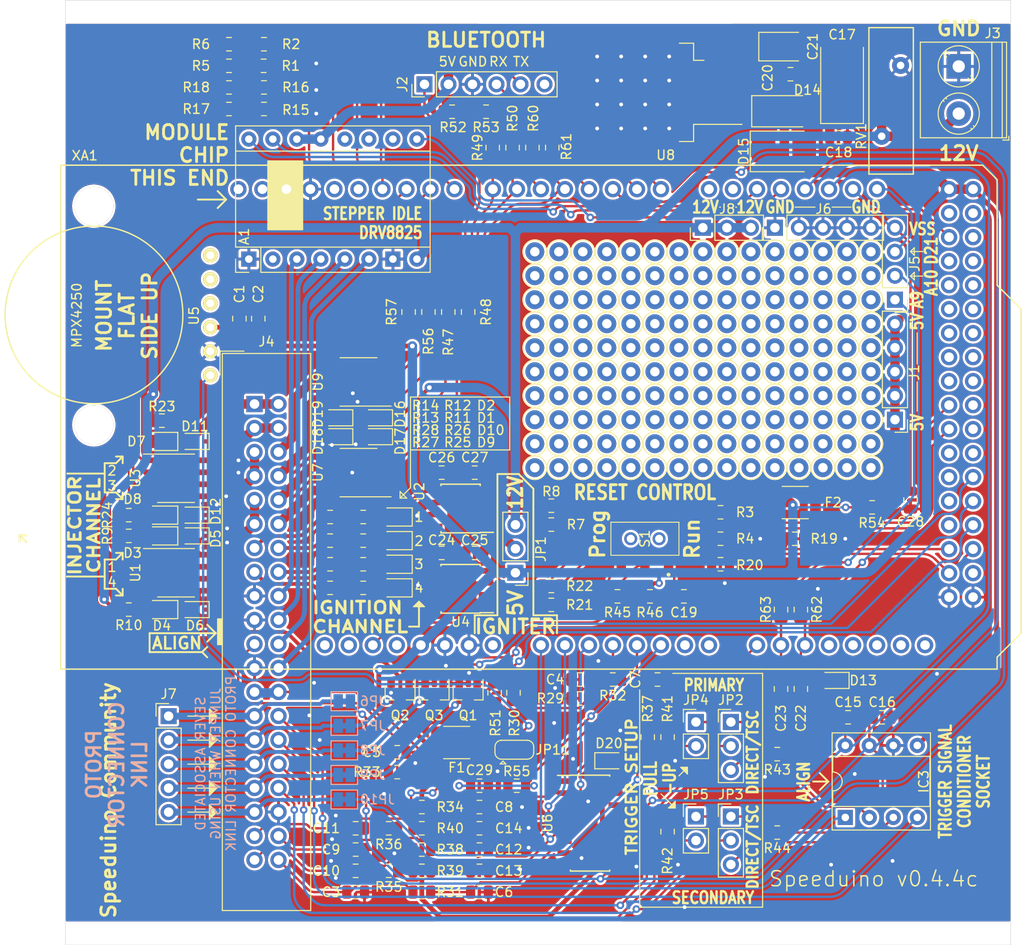
<source format=kicad_pcb>
(kicad_pcb (version 20221018) (generator pcbnew)
  (title_block (title "0.4") (date "2020-03-24") (rev "4c") (company "Speeduino"))
  (layers (0 "F.Cu" signal) (31 "B.Cu" signal) (34 "B.Paste" user) (35 "F.Paste" user) (36 "B.SilkS" user "B.Silkscreen") (37 "F.SilkS" user "F.Silkscreen") (38 "B.Mask" user) (39 "F.Mask" user) (44 "Edge.Cuts" user))
  (net 0 "")
  (net 1 "GND")
  (net 2 "O2_Sensor")
  (net 3 "Net-(C4-Pad1)")
  (net 4 "ADC-Clamp-4")
  (net 5 "ADC-Clamp-5")
  (net 6 "TPS_Sensor")
  (net 7 "IAT_Sensor")
  (net 8 "CLT_Sensor")
  (net 9 "ADC-Clamp-3")
  (net 10 "ADC-Clamp-1")
  (net 11 "ADC-Clamp-2")
  (net 12 "VDD")
  (net 13 "12V-SW")
  (net 14 "Net-(D1-Pad2)")
  (net 15 "Net-(D2-Pad2)")
  (net 16 "Net-(D3-Pad2)")
  (net 17 "Net-(D3-Pad1)")
  (net 18 "Net-(D4-Pad1)")
  (net 19 "Net-(D4-Pad2)")
  (net 20 "INJ-1-OUT")
  (net 21 "INJ-2-OUT")
  (net 22 "Net-(D7-Pad2)")
  (net 23 "Net-(D8-Pad2)")
  (net 24 "INJ-3-OUT")
  (net 25 "INJ-4-OUT")
  (net 26 "VRegIn")
  (net 27 "IDLE-OUT")
  (net 28 "BOOST-OUT")
  (net 29 "MCU-D0")
  (net 30 "MCU-D11")
  (net 31 "MCU-D10")
  (net 32 "Net-(R5-Pad1)")
  (net 33 "Net-(R6-Pad1)")
  (net 34 "Net-(R7-Pad1)")
  (net 35 "Net-(R8-Pad1)")
  (net 36 "Net-(R11-Pad1)")
  (net 37 "Net-(R12-Pad1)")
  (net 38 "IGN-1-OUT")
  (net 39 "IGN-2-OUT")
  (net 40 "MCU-D9")
  (net 41 "MCU-D8")
  (net 42 "Net-(R17-Pad1)")
  (net 43 "Net-(R18-Pad1)")
  (net 44 "MCU-D4")
  (net 45 "Net-(R48-Pad1)")
  (net 46 "MCU-D49")
  (net 47 "MCU-D1")
  (net 48 "MCU-A10")
  (net 49 "MCU-A9")
  (net 50 "ADC-Clamp-6")
  (net 51 "RESET")
  (net 52 "MCU-D21")
  (net 53 "MCU-D20")
  (net 54 "MCU-D16")
  (net 55 "MCU-D5")
  (net 56 "MCU-D6")
  (net 57 "MCU-D7")
  (net 58 "MCU-D24")
  (net 59 "MCU-D38")
  (net 60 "MCU-D40")
  (net 61 "MCU-D45")
  (net 62 "MCU-D47")
  (net 63 "MCU-D50")
  (net 64 "MCU-D52")
  (net 65 "Net-(D10-Pad2)")
  (net 66 "ADC-Clamp-10")
  (net 67 "ADC-Clamp-8")
  (net 68 "ADC-Clamp-9")
  (net 69 "ADC-Clamp-13")
  (net 70 "Net-(C19-Pad1)")
  (net 71 "Net-(D11-Pad2)")
  (net 72 "Net-(D12-Pad2)")
  (net 73 "Net-(D9-Pad2)")
  (net 74 "Net-(J2-Pad5)")
  (net 75 "Net-(J5-Pad1)")
  (net 76 "Net-(J5-Pad2)")
  (net 77 "Net-(R21-Pad1)")
  (net 78 "Net-(R22-Pad1)")
  (net 79 "Net-(R25-Pad1)")
  (net 80 "Net-(R26-Pad1)")
  (net 81 "IGN-3-OUT")
  (net 82 "IGN-4-OUT")
  (net 83 "Net-(R45-Pad1)")
  (net 84 "Net-(R47-Pad1)")
  (net 85 "Net-(R56-Pad1)")
  (net 86 "Net-(R57-Pad1)")
  (net 87 "MCU-D17")
  (net 88 "MCU-D3")
  (net 89 "STEP-A2")
  (net 90 "STEP-A1")
  (net 91 "STEP-B1")
  (net 92 "STEP-B2")
  (net 93 "Vdrive")
  (net 94 "HC-2-OUT")
  (net 95 "HC-1-OUT")
  (net 96 "VR1-")
  (net 97 "VR2-")
  (net 98 "MAP-EXT")
  (net 99 "TACHO-OUT")
  (net 100 "Net-(IC3-Pad2)")
  (net 101 "Net-(IC3-Pad3)")
  (net 102 "PROTO-1")
  (net 103 "PROTO-2")
  (net 104 "PROTO-3")
  (net 105 "CRANK-IN")
  (net 106 "PROTO-4")
  (net 107 "CAM-IN")
  (net 108 "PROTO-5")
  (net 109 "Net-(JP2-Pad3)")
  (net 110 "Net-(JP3-Pad3)")
  (net 111 "Net-(JP4-Pad2)")
  (net 112 "Net-(JP5-Pad2)")
  (net 113 "FAN-OUT")
  (net 114 "FUELPUMP-OUT")
  (net 115 "Clutch_in")
  (net 116 "Net-(A1-Pad2)")
  (net 117 "Net-(A1-Pad10)")
  (net 118 "Net-(A1-Pad11)")
  (net 119 "Net-(A1-Pad12)")
  (net 120 "VDDA")
  (net 121 "Net-(J2-Pad6)")
  (net 122 "Net-(S1-Pad4)")
  (net 123 "Net-(S1-Pad5)")
  (net 124 "Net-(S1-Pad6)")
  (net 125 "Net-(U1-Pad4)")
  (net 126 "Net-(U1-Pad2)")
  (net 127 "Net-(U2-Pad8)")
  (net 128 "Net-(U2-Pad1)")
  (net 129 "Net-(U3-Pad4)")
  (net 130 "Net-(U3-Pad2)")
  (net 131 "Net-(U4-Pad1)")
  (net 132 "Net-(U4-Pad8)")
  (net 133 "ADC-Clamp-7")
  (net 134 "ADC-Clamp-11")
  (net 135 "ADC-Clamp-12")
  (net 136 "ADC-Clamp-14")
  (net 137 "Net-(U7-Pad4)")
  (net 138 "Net-(U7-Pad2)")
  (net 139 "Net-(U9-Pad4)")
  (net 140 "Net-(U9-Pad2)")
  (net 141 "Net-(XA1-PadVIN)")
  (net 142 "Net-(XA1-Pad3V3)")
  (net 143 "Net-(XA1-PadIORF)")
  (net 144 "MCU-D15")
  (net 145 "MCU-D14")
  (net 146 "Net-(XA1-PadSCL)")
  (net 147 "Net-(XA1-PadSDA)")
  (net 148 "Net-(XA1-PadAREF)")
  (net 149 "MCU-D13")
  (net 150 "MCU-D12")
  (net 151 "MCU-A5")
  (net 152 "MCU-A6")
  (net 153 "MCU-A7")
  (net 154 "Net-(XA1-PadA11)")
  (net 155 "Net-(XA1-PadA12)")
  (net 156 "Net-(XA1-PadA13)")
  (net 157 "Net-(XA1-PadA14)")
  (net 158 "Net-(XA1-PadA15)")
  (net 159 "MCU-D22")
  (net 160 "MCU-D23")
  (net 161 "MCU-D25")
  (net 162 "MCU-D26")
  (net 163 "MCU-D27")
  (net 164 "MCU-D28")
  (net 165 "MCU-D29")
  (net 166 "MCU-D30")
  (net 167 "MCU-D31")
  (net 168 "MCU-D32")
  (net 169 "MCU-D33")
  (net 170 "MCU-D34")
  (net 171 "MCU-D35")
  (net 172 "MCU-D36")
  (net 173 "MCU-D37")
  (net 174 "MCU-D39")
  (net 175 "MCU-D41")
  (net 176 "MCU-D42")
  (net 177 "MCU-D43")
  (net 178 "MCU-D44")
  (net 179 "MCU-D46")
  (net 180 "MCU-D48")
  (net 181 "MCU-D53")
  (net 182 "Net-(F2-Pad2)")
  (net 183 "Net-(JP11-Pad3)")
  (net 184 "Net-(JP11-Pad2)")
  (footprint "Capacitor_SMD:C_0805_2012Metric" (layer "F.Cu") (at 141.2 131.4)
    (fp_text reference "C3")
    (fp_text value "0.1uF")
  )
  (footprint "Capacitor_SMD:C_0805_2012Metric" (layer "F.Cu") (at 145.6 116.6)
    (fp_text reference "C5")
    (fp_text value "0.22uF")
  )
  (footprint "Capacitor_SMD:C_0805_2012Metric" (layer "F.Cu") (at 141.2 126.9)
    (fp_text reference "C9")
    (fp_text value "0.1uF")
  )
  (footprint "Capacitor_SMD:C_0805_2012Metric" (layer "F.Cu") (at 141.2 129.15)
    (fp_text reference "C10")
    (fp_text value "0.1uF")
  )
  (footprint "Capacitor_SMD:C_0805_2012Metric" (layer "F.Cu") (at 141.2 124.65)
    (fp_text reference "C11")
    (fp_text value "0.1uF")
  )
  (footprint "Capacitor_SMD:C_0805_2012Metric" (layer "F.Cu") (at 154.3 126.9)
    (fp_text reference "C12")
    (fp_text value "0.22uF")
  )
  (footprint "Capacitor_SMD:C_0805_2012Metric" (layer "F.Cu") (at 154.3 129.15)
    (fp_text reference "C13")
    (fp_text value "0.22uF")
  )
  (footprint "Capacitor_SMD:C_0805_2012Metric" (layer "F.Cu") (at 154.3 124.65)
    (fp_text reference "C14")
    (fp_text value "0.22uF")
  )
  (footprint "Capacitor_SMD:C_0805_2012Metric" (layer "F.Cu") (at 196.9 112.9 180)
    (fp_text reference "C16")
    (fp_text value "0.1uF")
  )
  (footprint "Capacitor_Tantalum_SMD:CP_EIA-7343-31_Kemet-D" (layer "F.Cu") (at 192.659 45.6375 90)
    (fp_text reference "C17")
    (fp_text value "10uF" hide)
  )
  (footprint "LED_SMD:LED_0805_2012Metric" (layer "F.Cu") (at 145.5 94.2 180)
    (fp_text reference "D1")
    (fp_text value "LED")
  )
  (footprint "LED_SMD:LED_0805_2012Metric" (layer "F.Cu") (at 145.5 91.7 180)
    (fp_text reference "D2")
    (fp_text value "LED")
  )
  (footprint "LED_SMD:LED_0805_2012Metric" (layer "F.Cu") (at 120.7 93.7 180)
    (fp_text reference "D3")
    (fp_text value "LED")
  )
  (footprint "LED_SMD:LED_0805_2012Metric" (layer "F.Cu") (at 120.7 101.5 180)
    (fp_text reference "D4")
    (fp_text value "LED")
  )
  (footprint "LED_SMD:LED_0805_2012Metric" (layer "F.Cu") (at 120.7 83.7 180)
    (fp_text reference "D7")
    (fp_text value "LED")
  )
  (footprint "LED_SMD:LED_0805_2012Metric" (layer "F.Cu") (at 120.7 91.5 180)
    (fp_text reference "D8")
    (fp_text value "LED")
  )
  (footprint "Diode_SMD:D_SOD-323" (layer "F.Cu") (at 124.2 83.7 180)
    (fp_text reference "D11")
    (fp_text value "D")
  )
  (footprint "Resistor_SMD:R_0805_2012Metric" (layer "F.Cu") (at 131.4625 43.942)
    (fp_text reference "R1")
    (fp_text value "100k")
  )
  (footprint "Resistor_SMD:R_0805_2012Metric" (layer "F.Cu") (at 117.2 93.7 180)
    (fp_text reference "R9")
    (fp_text value "2.4k")
  )
  (footprint "Resistor_SMD:R_0805_2012Metric" (layer "F.Cu") (at 117.2 101.5 180)
    (fp_text reference "R10")
    (fp_text value "2.4k")
  )
  (footprint "Resistor_SMD:R_0805_2012Metric" (layer "F.Cu") (at 142 94.2)
    (fp_text reference "R11")
    (fp_text value "2.4k")
  )
  (footprint "Resistor_SMD:R_0805_2012Metric" (layer "F.Cu") (at 138.5 94.2)
    (fp_text reference "R13")
    (fp_text value "10R")
  )
  (footprint "Resistor_SMD:R_0805_2012Metric" (layer "F.Cu") (at 138.5 91.7)
    (fp_text reference "R14")
    (fp_text value "10R")
  )
  (footprint "Resistor_SMD:R_0805_2012Metric" (layer "F.Cu") (at 131.5 46.228 180)
    (fp_text reference "R16")
    (fp_text value "100k")
  )
  (footprint "Resistor_SMD:R_0805_2012Metric" (layer "F.Cu") (at 179.8 96.7 180)
    (fp_text reference "R20")
    (fp_text value "100k")
  )
  (footprint "Resistor_SMD:R_0805_2012Metric" (layer "F.Cu") (at 161.9 101)
    (fp_text reference "R21")
    (fp_text value "1k")
  )
  (footprint "Resistor_SMD:R_0805_2012Metric" (layer "F.Cu") (at 161.9 99)
    (fp_text reference "R22")
    (fp_text value "1k")
  )
  (footprint "Resistor_SMD:R_0805_2012Metric" (layer "F.Cu") (at 120.7 81.5 180)
    (fp_text reference "R23")
    (fp_text value "2.4k")
  )
  (footprint "Resistor_SMD:R_0805_2012Metric" (layer "F.Cu") (at 117.2 91.5 180)
    (fp_text reference "R24")
    (fp_text value "2.4k")
  )
  (footprint "Resistor_SMD:R_0805_2012Metric" (layer "F.Cu") (at 142 99.2)
    (fp_text reference "R25")
    (fp_text value "2.4k")
  )
  (footprint "Resistor_SMD:R_0805_2012Metric" (layer "F.Cu") (at 138.5 99.2)
    (fp_text reference "R27")
    (fp_text value "10R")
  )
  (footprint "Resistor_SMD:R_0805_2012Metric" (layer "F.Cu") (at 138.5 96.7)
    (fp_text reference "R28")
    (fp_text value "10R")
  )
  (footprint "Resistor_SMD:R_0805_2012Metric" (layer "F.Cu") (at 164.9 110.9)
    (fp_text reference "R29")
    (fp_text value "1k")
  )
  (footprint "Resistor_SMD:R_0805_2012Metric" (layer "F.Cu") (at 168.4 108.9 180)
    (fp_text reference "R32")
    (fp_text value "470R")
  )
  (footprint "Resistor_SMD:R_0805_2012Metric" (layer "F.Cu") (at 151 70 90)
    (fp_text reference "R47")
    (fp_text value "1k")
  )
  (footprint "Resistor_SMD:R_0805_2012Metric" (layer "F.Cu") (at 153.1 70 90)
    (fp_text reference "R48")
    (fp_text value "1k")
  )
  (footprint "Resistor_SMD:R_0805_2012Metric" (layer "F.Cu") (at 155.7 52.6 90)
    (fp_text reference "R49")
    (fp_text value "100k")
  )
  (footprint "Resistor_SMD:R_0805_2012Metric" (layer "F.Cu") (at 157.8 52.6 -90)
    (fp_text reference "R50")
    (fp_text value "100k")
  )
  (footprint "Resistor_SMD:R_0805_2012Metric" (layer "F.Cu") (at 155.9 110.3 90)
    (fp_text reference "R51")
    (fp_text value "10k")
  )
  (footprint "Resistor_SMD:R_0805_2012Metric" (layer "F.Cu") (at 151.4 48.8 180)
    (fp_text reference "R52")
    (fp_text value "2k")
  )
  (footprint "Resistor_SMD:R_0805_2012Metric" (layer "F.Cu") (at 155 48.8 180)
    (fp_text reference "R53")
    (fp_text value "1k")
  )
  (footprint "Package_SO:SOIC-8_3.9x4.9mm_P1.27mm" (layer "F.Cu") (at 141.5 77.4 180)
    (fp_text reference "U9")
    (fp_text value "VNLD5090")
  )
  (footprint "Diode_SMD:D_SOD-323" (layer "F.Cu") (at 124.2 93.7 180)
    (fp_text reference "D5")
    (fp_text value "D")
  )
  (footprint "Diode_SMD:D_SOD-323" (layer "F.Cu") (at 124.2 101.5 180)
    (fp_text reference "D6")
    (fp_text value "D")
  )
  (footprint "Resistor_SMD:R_0805_2012Metric" (layer "F.Cu") (at 148.2 126.9 180)
    (fp_text reference "R38")
    (fp_text value "470R")
  )
  (footprint "Resistor_SMD:R_0805_2012Metric" (layer "F.Cu") (at 172.1 115 -90)
    (fp_text reference "R37")
    (fp_text value "1k")
  )
  (footprint "Resistor_SMD:R_0805_2012Metric" (layer "F.Cu") (at 144.7 124.65)
    (fp_text reference "R36")
    (fp_text value "2.49k")
  )
  (footprint "Resistor_SMD:R_0805_2012Metric" (layer "F.Cu") (at 144.7 129.15)
    (fp_text reference "R35")
    (fp_text value "2.49k")
  )
  (footprint "Resistor_SMD:R_0805_2012Metric" (layer "F.Cu") (at 148.2 122.4 180)
    (fp_text reference "R34")
    (fp_text value "470R")
  )
  (footprint "Resistor_SMD:R_0805_2012Metric" (layer "F.Cu") (at 174.2 125 90)
    (fp_text reference "R42")
    (fp_text value "1k")
  )
  (footprint "Resistor_SMD:R_0805_2012Metric" (layer "F.Cu") (at 148.2 129.15 180)
    (fp_text reference "R39")
    (fp_text value "470R")
  )
  (footprint "Resistor_SMD:R_0805_2012Metric" (layer "F.Cu") (at 148.2 124.65 180)
    (fp_text reference "R40")
    (fp_text value "470R")
  )
  (footprint "Shields:Arduino_Mega2560_Shield_IO_Only" (layer "F.Cu") (at 110 107.8)
    (fp_text reference "XA1")
    (fp_text value "Arduino_Mega2560_Shield")
  )
  (footprint "Capacitor_SMD:C_0805_2012Metric" (layer "F.Cu") (at 154.3 131.4)
    (fp_text reference "C6")
    (fp_text value "0.22uF")
  )
  (footprint "Capacitor_SMD:C_0805_2012Metric" (layer "F.Cu") (at 128.9 70.7 -90)
    (fp_text reference "C1")
    (fp_text value "0.01uF")
  )
  (footprint "Capacitor_SMD:C_0805_2012Metric" (layer "F.Cu") (at 130.9 70.7 -90)
    (fp_text reference "C2")
    (fp_text value "1uF")
  )
  (footprint "Package_SO:SOIC-16_3.9x9.9mm_P1.27mm" (layer "F.Cu") (at 166 124.1)
    (fp_text reference "U6")
    (fp_text value "SP720")
  )
  (footprint "Diode_SMD:D_SOD-323" (layer "F.Cu") (at 139.4 83.2 180)
    (fp_text reference "D18")
    (fp_text value "D")
  )
  (footprint "Diode_SMD:D_SOD-323" (layer "F.Cu") (at 143.6 83.2 180)
    (fp_text reference "D17")
    (fp_text value "D")
  )
  (footprint "Capacitor_SMD:C_0805_2012Metric" (layer "F.Cu") (at 154.3 122.4 180)
    (fp_text reference "C8")
    (fp_text value "470pf")
  )
  (footprint "Resistor_SMD:R_0805_2012Metric" (layer "F.Cu") (at 142 96.7)
    (fp_text reference "R26")
    (fp_text value "2.4k")
  )
  (footprint "Connector_PinHeader_2.54mm:PinHeader_1x06_P2.54mm_Vertical" (layer "F.Cu") (at 148.48 45.9 90)
    (fp_text reference "J2")
    (fp_text value "Conn_01x06")
  )
  (footprint "Resistor_SMD:R_0805_2012Metric" (layer "F.Cu") (at 188.3 101.5 -90)
    (fp_text reference "R62")
    (fp_text value "470R")
  )
  (footprint "Diode_SMD:D_SOD-323" (layer "F.Cu") (at 139.4 81.2 180)
    (fp_text reference "D19")
    (fp_text value "D")
  )
  (footprint "Capacitor_SMD:C_0805_2012Metric" (layer "F.Cu") (at 188.3 109.9 -90)
    (fp_text reference "C22")
    (fp_text value "0.1uF")
  )
  (footprint "Capacitor_SMD:C_0805_2012Metric" (layer "F.Cu") (at 186.2 109.9 -90)
    (fp_text reference "C23")
    (fp_text value "0.1uF")
  )
  (footprint "LED_SMD:LED_0805_2012Metric" (layer "F.Cu") (at 145.5 99.2 180)
    (fp_text reference "D9")
    (fp_text value "LED")
  )
  (footprint "LED_SMD:LED_0805_2012Metric" (layer "F.Cu") (at 145.5 96.7 180)
    (fp_text reference "D10")
    (fp_text value "LED")
  )
  (footprint "Diode_SMD:D_SOD-323" (layer "F.Cu") (at 124.2 91.5 180)
    (fp_text reference "D12")
    (fp_text value "D")
  )
  (footprint "Diode_SMD:D_SOD-323" (layer "F.Cu") (at 191.9 109 180)
    (fp_text reference "D13")
    (fp_text value "D_Zener")
  )
  (footprint "Resistor_SMD:R_0805_2012Metric" (layer "F.Cu") (at 185.8 116.8 180)
    (fp_text reference "R43")
    (fp_text value "220R")
  )
  (footprint "Resistor_SMD:R_0805_2012Metric" (layer "F.Cu") (at 185.8 125.1 180)
    (fp_text reference "R44")
    (fp_text value "220R")
  )
  (footprint "Resistor_SMD:R_0805_2012Metric" (layer "F.Cu") (at 168.9 100.1)
    (fp_text reference "R45")
    (fp_text value "10k")
  )
  (footprint "Resistor_SMD:R_0805_2012Metric" (layer "F.Cu") (at 172.3375 100.1 180)
    (fp_text reference "R46")
    (fp_text value "120R")
  )
  (footprint "Resistor_SMD:R_0805_2012Metric" (layer "F.Cu") (at 148.9 70 90)
    (fp_text reference "R56")
    (fp_text value "1k")
  )
  (footprint "Resistor_SMD:R_0805_2012Metric" (layer "F.Cu") (at 146.8 70 90)
    (fp_text reference "R57")
    (fp_text value "1k")
  )
  (footprint "Resistor_SMD:R_0805_2012Metric" (layer "F.Cu") (at 159.9 52.6 90)
    (fp_text reference "R60")
    (fp_text value "100k")
  )
  (footprint "Resistor_SMD:R_0805_2012Metric" (layer "F.Cu") (at 162 52.6 -90)
    (fp_text reference "R61")
    (fp_text value "100k")
  )
  (footprint "Resistor_SMD:R_0805_2012Metric" (layer "F.Cu") (at 186.2 101.5 90)
    (fp_text reference "R63")
    (fp_text value "470R")
  )
  (footprint "Package_SO:SOIC-8_3.9x4.9mm_P1.27mm" (layer "F.Cu") (at 122.2 97.6)
    (fp_text reference "U1")
    (fp_text value "VNLD5090")
  )
  (footprint "Package_SO:SOIC-8_3.9x4.9mm_P1.27mm" (layer "F.Cu") (at 122.2 87.6)
    (fp_text reference "U3")
    (fp_text value "VNLD5090")
  )
  (footprint "Package_SO:SOIC-8_3.9x4.9mm_P1.27mm" (layer "F.Cu") (at 152.3 99.3 180)
    (fp_text reference "U4")
    (fp_text value "TC4424A")
  )
  (footprint "Package_SO:SOIC-8_3.9x4.9mm_P1.27mm" (layer "F.Cu") (at 141.5 87 180)
    (fp_text reference "U7")
    (fp_text value "VNLD5090")
  )
  (footprint "Diode_SMD:D_SMA" (layer "F.Cu") (at 186.5 48.75)
    (fp_text reference "D14")
    (fp_text value "B130-13-F")
  )
  (footprint "Diode_SMD:D_SMB" (layer "F.Cu") (at 186.5 53)
    (fp_text reference "D15")
    (fp_text value "1SMB5919BT3G")
  )
  (footprint "Misc:AYZ0202AGRLC" (layer "F.Cu") (at 171.8 94 180)
    (fp_text reference "S1")
    (fp_text value "AYZ0202AGRLC" hide)
  )
  (footprint "Package_TO_SOT_SMD:TO-263-3_TabPin2" (layer "F.Cu") (at 174 46.75 180)
    (fp_text reference "U8")
    (fp_text value "LM2940S-5.0/NOPB")
  )
  (footprint "Capacitor_SMD:C_0805_2012Metric" (layer "F.Cu") (at 150.3 95.5)
    (fp_text reference "C24")
    (fp_text value "0.1uF")
  )
  (footprint "Capacitor_SMD:C_0805_2012Metric" (layer "F.Cu") (at 153.8 95.5 180)
    (fp_text reference "C25")
    (fp_text value "1uF")
  )
  (footprint "Capacitor_SMD:C_0805_2012Metric" (layer "F.Cu") (at 150.3 87)
    (fp_text reference "C26")
    (fp_text value "0.1uF")
  )
  (footprint "Capacitor_SMD:C_0805_2012Metric" (layer "F.Cu") (at 153.8 87 180)
    (fp_text reference "C27")
    (fp_text value "1uF")
  )
  (footprint "Diode_SMD:D_SOD-323" (layer "F.Cu") (at 143.6 81.2 180)
    (fp_text reference "D16")
    (fp_text value "D")
  )
  (footprint "Package_DIP:DIP-8_W7.62mm_Socket" (layer "F.Cu") (at 193 123.5 90)
    (fp_text reference "IC3")
    (fp_text value "Trig Cond Socket")
  )
  (footprint "TerminalBlock_Phoenix:TerminalBlock_Phoenix_PT-1,5-2-5.0-H_1x02_P5.00mm_Horizontal" (layer "F.Cu") (at 205 49 90)
    (fp_text reference "J3")
    (fp_text value "Conn_01x02")
  )
  (footprint "Package_TO_SOT_SMD:SOT-23" (layer "F.Cu") (at 153.1 110.3 -90)
    (fp_text reference "Q1")
    (fp_text value "SSM3K357R")
  )
  (footprint "Package_TO_SOT_SMD:SOT-23" (layer "F.Cu") (at 145.9 110.3 -90)
    (fp_text reference "Q2")
    (fp_text value "SSM3K357R")
  )
  (footprint "Package_TO_SOT_SMD:SOT-23" (layer "F.Cu") (at 149.5 110.3 -90)
    (fp_text reference "Q3")
    (fp_text value "SSM3K357R")
  )
  (footprint "Misc:MPX4250" (layer "F.Cu") (at 125.82 76.7 90)
    (fp_text reference "U5")
    (fp_text value "MPX4250")
  )
  (footprint "Connector_PinHeader_2.54mm:PinHeader_1x05_P2.54mm_Vertical" (layer "F.Cu") (at 198.255 81.4 180)
    (fp_text reference "J1")
    (fp_text value "Conn_01x05")
  )
  (footprint "Resistor_SMD:R_0805_2012Metric" (layer "F.Cu") (at 179.8 94 180)
    (fp_text reference "R4")
    (fp_text value "100k")
  )
  (footprint "Resistor_SMD:R_0805_2012Metric" (layer "F.Cu") (at 179.8 91.2)
    (fp_text reference "R3")
    (fp_text value "100k")
  )
  (footprint "Capacitor_Tantalum_SMD:CP_EIA-3528-21_Kemet-B" (layer "F.Cu") (at 186.309 41.91)
    (fp_text reference "C21")
    (fp_text value "47uF")
  )
  (footprint "Varistor:RV_Disc_D15.5mm_W4.7mm_P7.5mm" (layer "F.Cu") (at 196.85 51.4 90)
    (fp_text reference "RV1")
    (fp_text value "Varistor" hide)
  )
  (footprint "Capacitor_SMD:C_0805_2012Metric" (layer "F.Cu") (at 192.3 51.5)
    (fp_text reference "C18")
    (fp_text value "0.1uF")
  )
  (footprint "Capacitor_SMD:C_0805_2012Metric" (layer "F.Cu") (at 187.198 44.831)
    (fp_text reference "C20")
    (fp_text value "0.1uF")
  )
  (footprint "Connector_PinHeader_2.54mm:PinHeader_1x03_P2.54mm_Vertical" (layer "F.Cu") (at 158.1 97.6 180)
    (fp_text reference "JP1")
    (fp_text value "Ignition Voltage")
  )
  (footprint "Connector_PinHeader_2.54mm:PinHeader_1x03_P2.54mm_Vertical" (layer "F.Cu") (at 180.9 113.4)
    (fp_text reference "JP2")
    (fp_text value "VR-HALL")
  )
  (footprint "Connector_PinHeader_2.54mm:PinHeader_1x02_P2.54mm_Vertical" (layer "F.Cu") (at 177.2 113.4)
    (fp_text reference "JP4")
    (fp_text value "PULL-UP")
  )
  (footprint "Connector_PinHeader_2.54mm:PinHeader_1x02_P2.54mm_Vertical" (layer "F.Cu") (at 177.2 123.4)
    (fp_text reference "JP5")
    (fp_text value "PULL-UP")
  )
  (footprint "Resistor_SMD:R_0805_2012Metric" (layer "F.Cu") (at 174.2 115 90)
    (fp_text reference "R41")
    (fp_text value "1k")
  )
  (footprint "Resistor_SMD:R_0805_2012Metric" (layer "F.Cu") (at 131.5 48.514)
    (fp_text reference "R15")
    (fp_text value "100k")
  )
  (footprint "Resistor_SMD:R_0805_2012Metric" (layer "F.Cu") (at 148.2 131.4 180)
    (fp_text reference "R31")
    (fp_text value "470R")
  )
  (footprint "Connector_IDC:IDC-Header_2x20_P2.54mm_Vertical" (layer "F.Cu") (at 130.5 79.74)
    (fp_text reference "J4")
    (fp_text value "Conn_02x20_Counter_Clockwise")
  )
  (footprint "Connector_PinHeader_2.54mm:PinHeader_1x03_P2.54mm_Vertical" (layer "F.Cu") (at 180.9 123.4)
    (fp_text reference "JP3")
    (fp_text value "VR-HALL")
  )
  (footprint "Package_SO:SOIC-8_3.9x4.9mm_P1.27mm" (layer "F.Cu") (at 152.3 90.8 180)
    (fp_text reference "U2")
    (fp_text value "TC4424A")
  )
  (footprint "Resistor_SMD:R_0805_2012Metric" (layer "F.Cu") (at 161.9 90.5)
    (fp_text reference "R8")
    (fp_text value "1k")
  )
  (footprint "Resistor_SMD:R_0805_2012Metric" (layer "F.Cu") (at 161.9 92.5)
    (fp_text reference "R7")
    (fp_text value "1k")
  )
  (footprint "Resistor_SMD:R_0805_2012Metric" (layer "F.Cu") (at 131.5 41.656 180)
    (fp_text reference "R2")
    (fp_text value "100k")
  )
  (footprint "Resistor_SMD:R_0805_2012Metric" (layer "F.Cu") (at 145.6 118.7 180)
    (fp_text reference "R33")
    (fp_text value "2.4k")
  )
  (footprint "Resistor_SMD:R_0805_2012Metric" (layer "F.Cu") (at 142 91.7)
    (fp_text reference "R12")
    (fp_text value "2.4k")
  )
  (footprint "Capacitor_SMD:C_0805_2012Metric" (layer "F.Cu") (at 164.9 108.9 180)
    (fp_text reference "C4")
    (fp_text value "0.1uF")
  )
  (footprint "Resistor_SMD:R_0805_2012Metric" (layer "F.Cu") (at 127.8 48.514)
    (fp_text reference "R17")
    (fp_text value "1k")
  )
  (footprint "Resistor_SMD:R_0805_2012Metric" (layer "F.Cu") (at 127.8 46.228)
    (fp_text reference "R18")
    (fp_text value "1k")
  )
  (footprint "Resistor_SMD:R_0805_2012Metric" (layer "F.Cu") (at 127.8 41.656)
    (fp_text reference "R6")
    (fp_text value "1k")
  )
  (footprint "Resistor_SMD:R_0805_2012Metric" (layer "F.Cu") (at 127.8 43.942)
    (fp_text reference "R5")
    (fp_text value "1k" hide)
  )
  (footprint "Module:Pololu_Breakout-16_15.2x20.3mm" (layer "F.Cu") (at 129.9 64.4 90)
    (fp_text reference "A1")
    (fp_text value "Pololu_Breakout_DRV8825")
  )
  (footprint "Resistor_SMD:R_0805_2012Metric" (layer "F.Cu") (at 157.9 110.3 90)
    (fp_text reference "R30")
    (fp_text value "3.9k")
  )
  (footprint "Capacitor_SMD:C_0805_2012Metric" (layer "F.Cu") (at 193.3 112.9)
    (fp_text reference "C15")
    (fp_text value "0.01uF")
  )
  (footprint "Resistor_SMD:R_0805_2012Metric" (layer "F.Cu") (at 187.6625 94)
    (fp_text reference "R19")
    (fp_text value "100k")
  )
  (footprint "Capacitor_SMD:C_0805_2012Metric_Pad1.15x1.40mm_HandSolder" (layer "F.Cu") (at 175.925 100.1)
    (fp_text reference "C19")
    (fp_text value "22uF")
  )
  (footprint "Connector_PinHeader_2.54mm:PinHeader_1x05_P2.54mm_Vertical" (layer "F.Cu") (at 121.412 112.776)
    (fp_text reference "J7")
    (fp_text value "Conn_01x05")
  )
  (footprint "Connector_PinHeader_2.54mm:PinHeader_1x03_P2.54mm_Vertical" (layer "F.Cu") (at 177.935 61.08 90)
    (fp_text reference "J8")
    (fp_text value "Conn_01x03")
  )
  (footprint "Connector_PinHeader_2.54mm:PinHeader_1x04_P2.54mm_Vertical" (layer "F.Cu") (at 198.255 68.7 180)
    (fp_text reference "J5")
    (fp_text value "Conn_01x04")
  )
  (footprint "Connector_PinHeader_2.54mm:PinHeader_1x05_P2.54mm_Vertical" (layer "F.Cu") (at 185.555 61.08 90)
    (fp_text reference "J6")
    (fp_text value "Conn_01x05")
  )
  (footprint "Connector_Pin:Pin_D1.0mm_L10.0mm" (layer "F.Cu") (at 160.155 63.62)
    (fp_text reference "REF**" hide)
    (fp_text value "Pin_D1.0mm_L10.0mm")
  )
  (footprint "Connector_Pin:Pin_D1.0mm_L10.0mm" (layer "F.Cu") (at 162.695 63.62)
    (fp_text reference "REF**" hide)
    (fp_text value "Pin_D1.0mm_L10.0mm")
  )
  (footprint "Connector_Pin:Pin_D1.0mm_L10.0mm" (layer "F.Cu") (at 165.235 63.62)
    (fp_text reference "REF**" hide)
    (fp_text value "Pin_D1.0mm_L10.0mm")
  )
  (footprint "Connector_Pin:Pin_D1.0mm_L10.0mm" (layer "F.Cu") (at 167.775 63.62)
    (fp_text reference "REF**" hide)
    (fp_text value "Pin_D1.0mm_L10.0mm")
  )
  (footprint "Connector_Pin:Pin_D1.0mm_L10.0mm" (layer "F.Cu") (at 170.315 63.62)
    (fp_text reference "REF**" hide)
    (fp_text value "Pin_D1.0mm_L10.0mm")
  )
  (footprint "Connector_Pin:Pin_D1.0mm_L10.0mm" (layer "F.Cu") (at 172.855 63.62)
    (fp_text reference "REF**" hide)
    (fp_text value "Pin_D1.0mm_L10.0mm")
  )
  (footprint "Connector_Pin:Pin_D1.0mm_L10.0mm" (layer "F.Cu") (at 175.395 63.62)
    (fp_text reference "REF**" hide)
    (fp_text value "Pin_D1.0mm_L10.0mm")
  )
  (footprint "Connector_Pin:Pin_D1.0mm_L10.0mm" (layer "F.Cu") (at 177.935 63.62)
    (fp_text reference "REF**" hide)
    (fp_text value "Pin_D1.0mm_L10.0mm")
  )
  (footprint "Connector_Pin:Pin_D1.0mm_L10.0mm" (layer "F.Cu") (at 180.475 63.62)
    (fp_text reference "REF**" hide)
    (fp_text value "Pin_D1.0mm_L10.0mm")
  )
  (footprint "Connector_Pin:Pin_D1.0mm_L10.0mm" (layer "F.Cu") (at 183.015 63.62)
    (fp_text reference "REF**" hide)
    (fp_text value "Pin_D1.0mm_L10.0mm")
  )
  (footprint "Connector_Pin:Pin_D1.0mm_L10.0mm" (layer "F.Cu") (at 185.555 63.62)
    (fp_text reference "REF**" hide)
    (fp_text value "Pin_D1.0mm_L10.0mm")
  )
  (footprint "Connector_Pin:Pin_D1.0mm_L10.0mm" (layer "F.Cu") (at 188.095 63.62)
    (fp_text reference "REF**" hide)
    (fp_text value "Pin_D1.0mm_L10.0mm")
  )
  (footprint "Connector_Pin:Pin_D1.0mm_L10.0mm" (layer "F.Cu") (at 190.635 63.62)
    (fp_text reference "REF**" hide)
    (fp_text value "Pin_D1.0mm_L10.0mm")
  )
  (footprint "Connector_Pin:Pin_D1.0mm_L10.0mm" (layer "F.Cu") (at 193.175 63.62)
    (fp_text reference "REF**" hide)
    (fp_text value "Pin_D1.0mm_L10.0mm")
  )
  (footprint "Connector_Pin:Pin_D1.0mm_L10.0mm" (layer "F.Cu") (at 195.715 63.62)
    (fp_text reference "REF**" hide)
    (fp_text value "Pin_D1.0mm_L10.0mm")
  )
  (footprint "Connector_Pin:Pin_D1.0mm_L10.0mm" (layer "F.Cu") (at 160.155 66.16)
    (fp_text reference "REF**" hide)
    (fp_text value "Pin_D1.0mm_L10.0mm")
  )
  (footprint "Connector_Pin:Pin_D1.0mm_L10.0mm" (layer "F.Cu") (at 162.695 66.16)
    (fp_text reference "REF**" hide)
    (fp_text value "Pin_D1.0mm_L10.0mm")
  )
  (footprint "Connector_Pin:Pin_D1.0mm_L10.0mm" (layer "F.Cu") (at 165.235 66.16)
    (fp_text reference "REF**" hide)
    (fp_text value "Pin_D1.0mm_L10.0mm")
  )
  (footprint "Connector_Pin:Pin_D1.0mm_L10.0mm" (layer "F.Cu") (at 167.775 66.16)
    (fp_text reference "REF**" hide)
    (fp_text value "Pin_D1.0mm_L10.0mm")
  )
  (footprint "Connector_Pin:Pin_D1.0mm_L10.0mm" (layer "F.Cu") (at 170.315 66.16)
    (fp_text reference "REF**" hide)
    (fp_text value "Pin_D1.0mm_L10.0mm")
  )
  (footprint "Connector_Pin:Pin_D1.0mm_L10.0mm" (layer "F.Cu") (at 172.855 66.16)
    (fp_text reference "REF**" hide)
    (fp_text value "Pin_D1.0mm_L10.0mm")
  )
  (footprint "Connector_Pin:Pin_D1.0mm_L10.0mm" (layer "F.Cu") (at 175.395 66.16)
    (fp_text reference "REF**" hide)
    (fp_text value "Pin_D1.0mm_L10.0mm")
  )
  (footprint "Connector_Pin:Pin_D1.0mm_L10.0mm" (layer "F.Cu") (at 177.935 66.16)
    (fp_text reference "REF**" hide)
    (fp_text value "Pin_D1.0mm_L10.0mm")
  )
  (footprint "Connector_Pin:Pin_D1.0mm_L10.0mm" (layer "F.Cu") (at 180.475 66.16)
    (fp_text reference "REF**" hide)
    (fp_text value "Pin_D1.0mm_L10.0mm")
  )
  (footprint "Connector_Pin:Pin_D1.0mm_L10.0mm" (layer "F.Cu") (at 183.015 66.16)
    (fp_text reference "REF**" hide)
    (fp_text value "Pin_D1.0mm_L10.0mm")
  )
  (footprint "Connector_Pin:Pin_D1.0mm_L10.0mm" (layer "F.Cu") (at 185.555 66.16)
    (fp_text reference "REF**" hide)
    (fp_text value "Pin_D1.0mm_L10.0mm")
  )
  (footprint "Connector_Pin:Pin_D1.0mm_L10.0mm" (layer "F.Cu") (at 188.095 66.16)
    (fp_text reference "REF**" hide)
    (fp_text value "Pin_D1.0mm_L10.0mm")
  )
  (footprint "Connector_Pin:Pin_D1.0mm_L10.0mm" (layer "F.Cu") (at 190.635 66.16)
    (fp_text reference "REF**" hide)
    (fp_text value "Pin_D1.0mm_L10.0mm")
  )
  (footprint "Connector_Pin:Pin_D1.0mm_L10.0mm" (layer "F.Cu") (at 193.175 66.16)
    (fp_text reference "REF**" hide)
    (fp_text value "Pin_D1.0mm_L10.0mm")
  )
  (footprint "Connector_Pin:Pin_D1.0mm_L10.0mm" (layer "F.Cu") (at 195.715 66.16)
    (fp_text reference "REF**" hide)
    (fp_text value "Pin_D1.0mm_L10.0mm")
  )
  (footprint "Connector_Pin:Pin_D1.0mm_L10.0mm" (layer "F.Cu") (at 160.155 68.7)
    (fp_text reference "REF**" hide)
    (fp_text value "Pin_D1.0mm_L10.0mm")
  )
  (footprint "Connector_Pin:Pin_D1.0mm_L10.0mm" (layer "F.Cu") (at 162.695 68.7)
    (fp_text reference "REF**" hide)
    (fp_text value "Pin_D1.0mm_L10.0mm")
  )
  (footprint "Connector_Pin:Pin_D1.0mm_L10.0mm" (layer "F.Cu") (at 165.235 68.7)
    (fp_text reference "REF**" hide)
    (fp_text value "Pin_D1.0mm_L10.0mm")
  )
  (footprint "Connector_Pin:Pin_D1.0mm_L10.0mm" (layer "F.Cu") (at 167.775 68.7)
    (fp_text reference "REF**" hide)
    (fp_text value "Pin_D1.0mm_L10.0mm")
  )
  (footprint "Connector_Pin:Pin_D1.0mm_L10.0mm" (layer "F.Cu") (at 170.315 68.7)
    (fp_text reference "REF**" hide)
    (fp_text value "Pin_D1.0mm_L10.0mm")
  )
  (footprint "Connector_Pin:Pin_D1.0mm_L10.0mm" (layer "F.Cu") (at 172.855 68.7)
    (fp_text reference "REF**" hide)
    (fp_text value "Pin_D1.0mm_L10.0mm")
  )
  (footprint "Connector_Pin:Pin_D1.0mm_L10.0mm" (layer "F.Cu") (at 175.395 68.7)
    (fp_text reference "REF**" hide)
    (fp_text value "Pin_D1.0mm_L10.0mm")
  )
  (footprint "Connector_Pin:Pin_D1.0mm_L10.0mm" (layer "F.Cu") (at 177.935 68.7)
    (fp_text reference "REF**" hide)
    (fp_text value "Pin_D1.0mm_L10.0mm")
  )
  (footprint "Connector_Pin:Pin_D1.0mm_L10.0mm" (layer "F.Cu") (at 180.475 68.7)
    (fp_text reference "REF**" hide)
    (fp_text value "Pin_D1.0mm_L10.0mm")
  )
  (footprint "Connector_Pin:Pin_D1.0mm_L10.0mm" (layer "F.Cu") (at 183.015 68.7)
    (fp_text reference "REF**" hide)
    (fp_text value "Pin_D1.0mm_L10.0mm")
  )
  (footprint "Connector_Pin:Pin_D1.0mm_L10.0mm" (layer "F.Cu") (at 185.555 68.7)
    (fp_text reference "REF**" hide)
    (fp_text value "Pin_D1.0mm_L10.0mm")
  )
  (footprint "Connector_Pin:Pin_D1.0mm_L10.0mm" (layer "F.Cu") (at 188.095 68.7)
    (fp_text reference "REF**" hide)
    (fp_text value "Pin_D1.0mm_L10.0mm")
  )
  (footprint "Connector_Pin:Pin_D1.0mm_L10.0mm" (layer "F.Cu") (at 190.635 68.7)
    (fp_text reference "REF**" hide)
    (fp_text value "Pin_D1.0mm_L10.0mm")
  )
  (footprint "Connector_Pin:Pin_D1.0mm_L10.0mm" (layer "F.Cu") (at 193.175 68.7)
    (fp_text reference "REF**" hide)
    (fp_text value "Pin_D1.0mm_L10.0mm")
  )
  (footprint "Connector_Pin:Pin_D1.0mm_L10.0mm" (layer "F.Cu") (at 195.715 68.7)
    (fp_text reference "REF**" hide)
    (fp_text value "Pin_D1.0mm_L10.0mm")
  )
  (footprint "Connector_Pin:Pin_D1.0mm_L10.0mm" (layer "F.Cu") (at 160.155 71.24)
    (fp_text reference "REF**" hide)
    (fp_text value "Pin_D1.0mm_L10.0mm")
  )
  (footprint "Connector_Pin:Pin_D1.0mm_L10.0mm" (layer "F.Cu") (at 162.695 71.24)
    (fp_text reference "REF**" hide)
    (fp_text value "Pin_D1.0mm_L10.0mm")
  )
  (footprint "Connector_Pin:Pin_D1.0mm_L10.0mm" (layer "F.Cu") (at 165.235 71.24)
    (fp_text reference "REF**" hide)
    (fp_text value "Pin_D1.0mm_L10.0mm")
  )
  (footprint "Connector_Pin:Pin_D1.0mm_L10.0mm" (layer "F.Cu") (at 167.775 71.24)
    (fp_text reference "REF**" hide)
    (fp_text value "Pin_D1.0mm_L10.0mm")
  )
  (footprint "Connector_Pin:Pin_D1.0mm_L10.0mm" (layer "F.Cu") (at 170.315 71.24)
    (fp_text reference "REF**" hide)
    (fp_text value "Pin_D1.0mm_L10.0mm")
  )
  (footprint "Connector_Pin:Pin_D1.0mm_L10.0mm" (layer "F.Cu") (at 172.855 71.24)
    (fp_text reference "REF**" hide)
    (fp_text value "Pin_D1.0mm_L10.0mm")
  )
  (footprint "Connector_Pin:Pin_D1.0mm_L10.0mm" (layer "F.Cu") (at 175.395 71.24)
    (fp_text reference "REF**" hide)
    (fp_text value "Pin_D1.0mm_L10.0mm")
  )
  (footprint "Connector_Pin:Pin_D1.0mm_L10.0mm" (layer "F.Cu") (at 177.935 71.24)
    (fp_text reference "REF**" hide)
    (fp_text value "Pin_D1.0mm_L10.0mm")
  )
  (footprint "Connector_Pin:Pin_D1.0mm_L10.0mm" (layer "F.Cu") (at 180.475 71.24)
    (fp_text reference "REF**" hide)
    (fp_text value "Pin_D1.0mm_L10.0mm")
  )
  (footprint "Connector_Pin:Pin_D1.0mm_L10.0mm" (layer "F.Cu") (at 183.015 71.24)
    (fp_text reference "REF**" hide)
    (fp_text value "Pin_D1.0mm_L10.0mm")
  )
  (footprint "Connector_Pin:Pin_D1.0mm_L10.0mm" (layer "F.Cu") (at 185.555 71.24)
    (fp_text reference "REF**" hide)
    (fp_text value "Pin_D1.0mm_L10.0mm")
  )
  (footprint "Connector_Pin:Pin_D1.0mm_L10.0mm" (layer "F.Cu") (at 188.095 71.24)
    (fp_text reference "REF**" hide)
    (fp_text value "Pin_D1.0mm_L10.0mm")
  )
  (footprint "Connector_Pin:Pin_D1.0mm_L10.0mm" (layer "F.Cu") (at 190.635 71.24)
    (fp_text reference "REF**" hide)
    (fp_text value "Pin_D1.0mm_L10.0mm")
  )
  (footprint "Connector_Pin:Pin_D1.0mm_L10.0mm" (layer "F.Cu") (at 193.175 71.24)
    (fp_text reference "REF**" hide)
    (fp_text value "Pin_D1.0mm_L10.0mm")
  )
  (footprint "Connector_Pin:Pin_D1.0mm_L10.0mm" (layer "F.Cu") (at 195.715 71.24)
    (fp_text reference "REF**" hide)
    (fp_text value "Pin_D1.0mm_L10.0mm")
  )
  (footprint "Connector_Pin:Pin_D1.0mm_L10.0mm" (layer "F.Cu") (at 160.155 73.78)
    (fp_text reference "REF**" hide)
    (fp_text value "Pin_D1.0mm_L10.0mm")
  )
  (footprint "Connector_Pin:Pin_D1.0mm_L10.0mm" (layer "F.Cu") (at 162.695 73.78)
    (fp_text reference "REF**" hide)
    (fp_text value "Pin_D1.0mm_L10.0mm")
  )
  (footprint "Connector_Pin:Pin_D1.0mm_L10.0mm" (layer "F.Cu") (at 165.235 73.78)
    (fp_text reference "REF**" hide)
    (fp_text value "Pin_D1.0mm_L10.0mm")
  )
  (footprint "Connector_Pin:Pin_D1.0mm_L10.0mm" (layer "F.Cu") (at 167.775 73.78)
    (fp_text reference "REF**" hide)
    (fp_text value "Pin_D1.0mm_L10.0mm")
  )
  (footprint "Connector_Pin:Pin_D1.0mm_L10.0mm" (layer "F.Cu") (at 170.315 73.78)
    (fp_text reference "REF**" hide)
    (fp_text value "Pin_D1.0mm_L10.0mm")
  )
  (footprint "Connector_Pin:Pin_D1.0mm_L10.0mm" (layer "F.Cu") (at 172.855 73.78)
    (fp_text reference "REF**" hide)
    (fp_text value "Pin_D1.0mm_L10.0mm")
  )
  (footprint "Connector_Pin:Pin_D1.0mm_L10.0mm" (layer "F.Cu") (at 175.395 73.78)
    (fp_text reference "REF**" hide)
    (fp_text value "Pin_D1.0mm_L10.0mm")
  )
  (footprint "Connector_Pin:Pin_D1.0mm_L10.0mm" (layer "F.Cu") (at 177.935 73.78)
    (fp_text reference "REF**" hide)
    (fp_text value "Pin_D1.0mm_L10.0mm")
  )
  (footprint "Connector_Pin:Pin_D1.0mm_L10.0mm" (layer "F.Cu") (at 180.475 73.78)
    (fp_text reference "REF**" hide)
    (fp_text value "Pin_D1.0mm_L10.0mm")
  )
  (footprint "Connector_Pin:Pin_D1.0mm_L10.0mm" (layer "F.Cu") (at 183.015 73.78)
    (fp_text reference "REF**" hide)
    (fp_text value "Pin_D1.0mm_L10.0mm")
  )
  (footprint "Connector_Pin:Pin_D1.0mm_L10.0mm" (layer "F.Cu") (at 185.555 73.78)
    (fp_text reference "REF**" hide)
    (fp_text value "Pin_D1.0mm_L10.0mm")
  )
  (footprint "Connector_Pin:Pin_D1.0mm_L10.0mm" (layer "F.Cu") (at 188.095 73.78)
    (fp_text reference "REF**" hide)
    (fp_text value "Pin_D1.0mm_L10.0mm")
  )
  (footprint "Connector_Pin:Pin_D1.0mm_L10.0mm" (layer "F.Cu") (at 190.635 73.78)
    (fp_text reference "REF**" hide)
    (fp_text value "Pin_D1.0mm_L10.0mm")
  )
  (footprint "Connector_Pin:Pin_D1.0mm_L10.0mm" (layer "F.Cu") (at 193.175 73.78)
    (fp_text reference "REF**" hide)
    (fp_text value "Pin_D1.0mm_L10.0mm")
  )
  (footprint "Connector_Pin:Pin_D1.0mm_L10.0mm" (layer "F.Cu") (at 195.715 73.78)
    (fp_text reference "REF**" hide)
    (fp_text value "Pin_D1.0mm_L10.0mm")
  )
  (footprint "Connector_Pin:Pin_D1.0mm_L10.0mm" (layer "F.Cu") (at 160.155 76.32)
    (fp_text reference "REF**" hide)
    (fp_text value "Pin_D1.0mm_L10.0mm")
  )
  (footprint "Connector_Pin:Pin_D1.0mm_L10.0mm" (layer "F.Cu") (at 162.695 76.32)
    (fp_text reference "REF**" hide)
    (fp_text value "Pin_D1.0mm_L10.0mm")
  )
  (footprint "Connector_Pin:Pin_D1.0mm_L10.0mm" (layer "F.Cu") (at 165.235 76.32)
    (fp_text reference "REF**" hide)
    (fp_text value "Pin_D1.0mm_L10.0mm")
  )
  (footprint "Connector_Pin:Pin_D1.0mm_L10.0mm" (layer "F.Cu") (at 167.775 76.32)
    (fp_text reference "REF**" hide)
    (fp_text value "Pin_D1.0mm_L10.0mm")
  )
  (footprint "Connector_Pin:Pin_D1.0mm_L10.0mm" (layer "F.Cu") (at 170.315 76.32)
    (fp_text reference "REF**" hide)
    (fp_text value "Pin_D1.0mm_L10.0mm")
  )
  (footprint "Connector_Pin:Pin_D1.0mm_L10.0mm" (layer "F.Cu") (at 172.855 76.32)
    (fp_text reference "REF**" hide)
    (fp_text value "Pin_D1.0mm_L10.0mm")
  )
  (footprint "Connector_Pin:Pin_D1.0mm_L10.0mm" (layer "F.Cu") (at 175.395 76.32)
    (fp_text reference "REF**" hide)
    (fp_text value "Pin_D1.0mm_L10.0mm")
  )
  (footprint "Connector_Pin:Pin_D1.0mm_L10.0mm" (layer "F.Cu") (at 177.935 76.32)
    (fp_text reference "REF**" hide)
    (fp_text value "Pin_D1.0mm_L10.0mm")
  )
  (footprint "Connector_Pin:Pin_D1.0mm_L10.0mm" (layer "F.Cu") (at 180.475 76.32)
    (fp_text reference "REF**" hide)
    (fp_text value "Pin_D1.0mm_L10.0mm")
  )
  (footprint "Connector_Pin:Pin_D1.0mm_L10.0mm" (layer "F.Cu") (at 183.015 76.32)
    (fp_text reference "REF**" hide)
    (fp_text value "Pin_D1.0mm_L10.0mm")
  )
  (footprint "Connector_Pin:Pin_D1.0mm_L10.0mm" (layer "F.Cu") (at 185.555 76.32)
    (fp_text reference "REF**" hide)
    (fp_text value "Pin_D1.0mm_L10.0mm")
  )
  (footprint "Connector_Pin:Pin_D1.0mm_L10.0mm" (layer "F.Cu") (at 188.095 76.32)
    (fp_text reference "REF**" hide)
    (fp_text value "Pin_D1.0mm_L10.0mm")
  )
  (footprint "Connector_Pin:Pin_D1.0mm_L10.0mm" (layer "F.Cu") (at 190.635 76.32)
    (fp_text reference "REF**" hide)
    (fp_text value "Pin_D1.0mm_L10.0mm")
  )
  (footprint "Connector_Pin:Pin_D1.0mm_L10.0mm" (layer "F.Cu") (at 193.175 76.32)
    (fp_text reference "REF**" hide)
    (fp_text value "Pin_D1.0mm_L10.0mm")
  )
  (footprint "Connector_Pin:Pin_D1.0mm_L10.0mm" (layer "F.Cu") (at 195.715 76.32)
    (fp_text reference "REF**" hide)
    (fp_text value "Pin_D1.0mm_L10.0mm")
  )
  (footprint "Connector_Pin:Pin_D1.0mm_L10.0mm" (layer "F.Cu") (at 160.155 78.86)
    (fp_text reference "REF**" hide)
    (fp_text value "Pin_D1.0mm_L10.0mm")
  )
  (footprint "Connector_Pin:Pin_D1.0mm_L10.0mm" (layer "F.Cu") (at 162.695 78.86)
    (fp_text reference "REF**" hide)
    (fp_text value "Pin_D1.0mm_L10.0mm")
  )
  (footprint "Connector_Pin:Pin_D1.0mm_L10.0mm" (layer "F.Cu") (at 165.235 78.86)
    (fp_text reference "REF**" hide)
    (fp_text value "Pin_D1.0mm_L10.0mm")
  )
  (footprint "Connector_Pin:Pin_D1.0mm_L10.0mm" (layer "F.Cu") (at 167.775 78.86)
    (fp_text reference "REF**" hide)
    (fp_text value "Pin_D1.0mm_L10.0mm")
  )
  (footprint "Connector_Pin:Pin_D1.0mm_L10.0mm" (layer "F.Cu") (at 170.315 78.86)
    (fp_text reference "REF**" hide)
    (fp_text value "Pin_D1.0mm_L10.0mm")
  )
  (footprint "Connector_Pin:Pin_D1.0mm_L10.0mm" (layer "F.Cu") (at 172.855 78.86)
    (fp_text reference "REF**" hide)
    (fp_text value "Pin_D1.0mm_L10.0mm")
  )
  (footprint "Connector_Pin:Pin_D1.0mm_L10.0mm" (layer "F.Cu") (at 175.395 78.86)
    (fp_text reference "REF**" hide)
    (fp_text value "Pin_D1.0mm_L10.0mm")
  )
  (footprint "Connector_Pin:Pin_D1.0mm_L10.0mm" (layer "F.Cu") (at 177.935 78.86)
    (fp_text reference "REF**" hide)
    (fp_text value "Pin_D1.0mm_L10.0mm")
  )
  (footprint "Connector_Pin:Pin_D1.0mm_L10.0mm" (layer "F.Cu") (at 180.475 78.86)
    (fp_text reference "REF**" hide)
    (fp_text value "Pin_D1.0mm_L10.0mm")
  )
  (footprint "Connector_Pin:Pin_D1.0mm_L10.0mm" (layer "F.Cu") (at 183.015 78.86)
    (fp_text reference "REF**" hide)
    (fp_text value "Pin_D1.0mm_L10.0mm")
  )
  (footprint "Connector_Pin:Pin_D1.0mm_L10.0mm" (layer "F.Cu") (at 185.555 78.86)
    (fp_text reference "REF**" hide)
    (fp_text value "Pin_D1.0mm_L10.0mm")
  )
  (footprint "Connector_Pin:Pin_D1.0mm_L10.0mm" (layer "F.Cu") (at 188.095 78.86)
    (fp_text reference "REF**" hide)
    (fp_text value "Pin_D1.0mm_L10.0mm")
  )
  (footprint "Connector_Pin:Pin_D1.0mm_L10.0mm" (layer "F.Cu") (at 190.635 78.86)
    (fp_text reference "REF**" hide)
    (fp_text value "Pin_D1.0mm_L10.0mm")
  )
  (footprint "Connector_Pin:Pin_D1.0mm_L10.0mm" (layer "F.Cu") (at 193.175 78.86)
    (fp_text reference "REF**" hide)
    (fp_text value "Pin_D1.0mm_L10.0mm")
  )
  (footprint "Connector_Pin:Pin_D1.0mm_L10.0mm" (layer "F.Cu") (at 195.715 78.86)
    (fp_text reference "REF**" hide)
    (fp_text value "Pin_D1.0mm_L10.0mm")
  )
  (footprint "Connector_Pin:Pin_D1.0mm_L10.0mm" (layer "F.Cu") (at 160.155 81.4)
    (fp_text reference "REF**" hide)
    (fp_text value "Pin_D1.0mm_L10.0mm")
  )
  (footprint "Connector_Pin:Pin_D1.0mm_L10.0mm" (layer "F.Cu") (at 162.695 81.4)
    (fp_text reference "REF**" hide)
    (fp_text value "Pin_D1.0mm_L10.0mm")
  )
  (footprint "Connector_Pin:Pin_D1.0mm_L10.0mm" (layer "F.Cu") (at 165.235 81.4)
    (fp_text reference "REF**" hide)
    (fp_text value "Pin_D1.0mm_L10.0mm")
  )
  (footprint "Connector_Pin:Pin_D1.0mm_L10.0mm" (layer "F.Cu") (at 167.775 81.4)
    (fp_text reference "REF**" hide)
    (fp_text value "Pin_D1.0mm_L10.0mm")
  )
  (footprint "Connector_Pin:Pin_D1.0mm_L10.0mm" (layer "F.Cu") (at 170.315 81.4)
    (fp_text reference "REF**" hide)
    (fp_text value "Pin_D1.0mm_L10.0mm")
  )
  (footprint "Connector_Pin:Pin_D1.0mm_L10.0mm" (layer "F.Cu") (at 172.855 81.4)
    (fp_text reference "REF**" hide)
    (fp_text value "Pin_D1.0mm_L10.0mm")
  )
  (footprint "Connector_Pin:Pin_D1.0mm_L10.0mm" (layer "F.Cu") (at 175.395 81.4)
    (fp_text reference "REF**" hide)
    (fp_text value "Pin_D1.0mm_L10.0mm")
  )
  (footprint "Connector_Pin:Pin_D1.0mm_L10.0mm" (layer "F.Cu") (at 177.935 81.4)
    (fp_text reference "REF**" hide)
    (fp_text value "Pin_D1.0mm_L10.0mm")
  )
  (footprint "Connector_Pin:Pin_D1.0mm_L10.0mm" (layer "F.Cu") (at 180.475 81.4)
    (fp_text reference "REF**" hide)
    (fp_text value "Pin_D1.0mm_L10.0mm")
  )
  (footprint "Connector_Pin:Pin_D1.0mm_L10.0mm" (layer "F.Cu") (at 183.015 81.4)
    (fp_text reference "REF**" hide)
    (fp_text value "Pin_D1.0mm_L10.0mm")
  )
  (footprint "Connector_Pin:Pin_D1.0mm_L10.0mm" (layer "F.Cu") (at 185.555 81.4)
    (fp_text reference "REF**" hide)
    (fp_text value "Pin_D1.0mm_L10.0mm")
  )
  (footprint "Connector_Pin:Pin_D1.0mm_L10.0mm" (layer "F.Cu") (at 188.095 81.4)
    (fp_text reference "REF**" hide)
    (fp_text value "Pin_D1.0mm_L10.0mm")
  )
  (footprint "Connector_Pin:Pin_D1.0mm_L10.0mm" (layer "F.Cu") (at 190.635 81.4)
    (fp_text reference "REF**" hide)
    (fp_text value "Pin_D1.0mm_L10.0mm")
  )
  (footprint "Connector_Pin:Pin_D1.0mm_L10.0mm" (layer "F.Cu") (at 193.175 81.4)
    (fp_text reference "REF**" hide)
    (fp_text value "Pin_D1.0mm_L10.0mm")
  )
  (footprint "Connector_Pin:Pin_D1.0mm_L10.0mm" (layer "F.Cu") (at 195.715 81.4)
    (fp_text reference "REF**" hide)
    (fp_text value "Pin_D1.0mm_L10.0mm")
  )
  (footprint "Connector_Pin:Pin_D1.0mm_L10.0mm" (layer "F.Cu") (at 160.155 83.94)
    (fp_text reference "REF**" hide)
    (fp_text value "Pin_D1.0mm_L10.0mm")
  )
  (footprint "Connector_Pin:Pin_D1.0mm_L10.0mm" (layer "F.Cu") (at 162.695 83.94)
    (fp_text reference "REF**" hide)
    (fp_text value "Pin_D1.0mm_L10.0mm")
  )
  (footprint "Connector_Pin:Pin_D1.0mm_L10.0mm" (layer "F.Cu") (at 165.235 83.94)
    (fp_text reference "REF**" hide)
    (fp_text value "Pin_D1.0mm_L10.0mm")
  )
  (footprint "Connector_Pin:Pin_D1.0mm_L10.0mm" (layer "F.Cu") (at 167.775 83.94)
    (fp_text reference "REF**" hide)
    (fp_text value "Pin_D1.0mm_L10.0mm")
  )
  (footprint "Connector_Pin:Pin_D1.0mm_L10.0mm" (layer "F.Cu") (at 170.315 83.94)
    (fp_text reference "REF**" hide)
    (fp_text value "Pin_D1.0mm_L10.0mm")
  )
  (footprint "Connector_Pin:Pin_D1.0mm_L10.0mm" (layer "F.Cu") (at 172.855 83.94)
    (fp_text reference "REF**" hide)
    (fp_text value "Pin_D1.0mm_L10.0mm")
  )
  (footprint "Connector_Pin:Pin_D1.0mm_L10.0mm" (layer "F.Cu") (at 175.395 83.94)
    (fp_text reference "REF**" hide)
    (fp_text value "Pin_D1.0mm_L10.0mm")
  )
  (footprint "Connector_Pin:Pin_D1.0mm_L10.0mm" (layer "F.Cu") (at 177.935 83.94)
    (fp_text reference "REF**" hide)
    (fp_text value "Pin_D1.0mm_L10.0mm")
  )
  (footprint "Connector_Pin:Pin_D1.0mm_L10.0mm" (layer "F.Cu") (at 180.475 83.94)
    (fp_text reference "REF**" hide)
    (fp_text value "Pin_D1.0mm_L10.0mm")
  )
  (footprint "Connector_Pin:Pin_D1.0mm_L10.0mm" (layer "F.Cu") (at 183.015 83.94)
    (fp_text reference "REF**" hide)
    (fp_text value "Pin_D1.0mm_L10.0mm")
  )
  (footprint "Connector_Pin:Pin_D1.0mm_L10.0mm" (layer "F.Cu") (at 185.555 83.94)
    (fp_text reference "REF**" hide)
    (fp_text value "Pin_D1.0mm_L10.0mm")
  )
  (footprint "Connector_Pin:Pin_D1.0mm_L10.0mm" (layer "F.Cu") (at 188.095 83.94)
    (fp_text reference "REF**" hide)
    (fp_text value "Pin_D1.0mm_L10.0mm")
  )
  (footprint "Connector_Pin:Pin_D1.0mm_L10.0mm" (layer "F.Cu") (at 190.635 83.94)
    (fp_text reference "REF**" hide)
    (fp_text value "Pin_D1.0mm_L10.0mm")
  )
  (footprint "Connector_Pin:Pin_D1.0mm_L10.0mm" (layer "F.Cu") (at 193.175 83.94)
    (fp_text reference "REF**" hide)
    (fp_text value "Pin_D1.0mm_L10.0mm")
  )
  (footprint "Connector_Pin:Pin_D1.0mm_L10.0mm" (layer "F.Cu") (at 195.715 83.94)
    (fp_text reference "REF**" hide)
    (fp_text value "Pin_D1.0mm_L10.0mm")
  )
  (footprint "Connector_Pin:Pin_D1.0mm_L10.0mm" (layer "F.Cu") (at 160.155 86.48)
    (fp_text reference "REF**" hide)
    (fp_text value "Pin_D1.0mm_L10.0mm")
  )
  (footprint "Connector_Pin:Pin_D1.0mm_L10.0mm" (layer "F.Cu") (at 162.695 86.48)
    (fp_text reference "REF**" hide)
    (fp_text value "Pin_D1.0mm_L10.0mm")
  )
  (footprint "Connector_Pin:Pin_D1.0mm_L10.0mm" (layer "F.Cu") (at 165.235 86.48)
    (fp_text reference "REF**" hide)
    (fp_text value "Pin_D1.0mm_L10.0mm")
  )
  (footprint "Connector_Pin:Pin_D1.0mm_L10.0mm" (layer "F.Cu") (at 167.775 86.48)
    (fp_text reference "REF**" hide)
    (fp_text value "Pin_D1.0mm_L10.0mm")
  )
  (footprint "Connector_Pin:Pin_D1.0mm_L10.0mm" (layer "F.Cu") (at 170.315 86.48)
    (fp_text reference "REF**" hide)
    (fp_text value "Pin_D1.0mm_L10.0mm")
  )
  (footprint "Connector_Pin:Pin_D1.0mm_L10.0mm" (layer "F.Cu") (at 172.855 86.48)
    (fp_text reference "REF**" hide)
    (fp_text value "Pin_D1.0mm_L10.0mm")
  )
  (footprint "Connector_Pin:Pin_D1.0mm_L10.0mm" (layer "F.Cu") (at 175.395 86.48)
    (fp_text reference "REF**" hide)
    (fp_text value "Pin_D1.0mm_L10.0mm")
  )
  (footprint "Connector_Pin:Pin_D1.0mm_L10.0mm" (layer "F.Cu") (at 177.935 86.48)
    (fp_text reference "REF**" hide)
    (fp_text value "Pin_D1.0mm_L10.0mm")
  )
  (footprint "Connector_Pin:Pin_D1.0mm_L10.0mm" (layer "F.Cu") (at 180.475 86.48)
    (fp_text reference "REF**" hide)
    (fp_text value "Pin_D1.0mm_L10.0mm")
  )
  (footprint "Connector_Pin:Pin_D1.0mm_L10.0mm" (layer "F.Cu") (at 183.015 86.48)
    (fp_text reference "REF**" hide)
    (fp_text value "Pin_D1.0mm_L10.0mm")
  )
  (footprint "Connector_Pin:Pin_D1.0mm_L10.0mm" (layer "F.Cu") (at 185.555 86.48)
    (fp_text reference "REF**" hide)
    (fp_text value "Pin_D1.0mm_L10.0mm")
  )
  (footprint "Connector_Pin:Pin_D1.0mm_L10.0mm" (layer "F.Cu") (at 188.095 86.48)
    (fp_text reference "REF**" hide)
    (fp_text value "Pin_D1.0mm_L10.0mm")
  )
  (footprint "Connector_Pin:Pin_D1.0mm_L10.0mm" (layer "F.Cu") (at 190.635 86.48)
    (fp_text reference "REF**" hide)
    (fp_text value "Pin_D1.0mm_L10.0mm")
  )
  (footprint "Connector_Pin:Pin_D1.0mm_L10.0mm" (layer "F.Cu") (at 193.175 86.48)
    (fp_text reference "REF**" hide)
    (fp_text value "Pin_D1.0mm_L10.0mm")
  )
  (footprint "Connector_Pin:Pin_D1.0mm_L10.0mm" (layer "F.Cu") (at 195.715 86.48)
    (fp_text reference "REF**" hide)
    (fp_text value "Pin_D1.0mm_L10.0mm")
  )
  (footprint "Capacitor_SMD:C_0805_2012Metric" (layer "F.Cu") (at 173.1375 108.9)
    (fp_text reference "C7")
    (fp_text value "0.22uF")
  )
  (footprint "Fuse:Fuse_1812_4532Metric" (layer "F.Cu") (at 151.892 115.57 180)
    (fp_text reference "F1")
    (fp_text value "Polyfuse")
  )
  (footprint "Fuse:Fuse_1812_4532Metric" (layer "F.Cu") (at 187.706 90.17)
    (fp_text reference "F2")
    (fp_text value "Polyfuse")
  )
  (footprint "Diode_SMD:D_SOD-323" (layer "F.Cu") (at 168 117.5)
    (fp_text reference "D20")
    (fp_text value "D_Zener")
  )
  (footprint "Capacitor_SMD:C_0805_2012Metric" (layer "F.Cu") (at 199.898 89.916 90)
    (fp_text reference "C28")
    (fp_text value "0.1uF")
  )
  (footprint "Resistor_SMD:R_0805_2012Metric" (layer "F.Cu") (at 195.834 90.678 180)
    (fp_text reference "R54")
    (fp_text value "1k")
  )
  (footprint "Capacitor_SMD:C_0805_2012Metric" (layer "F.Cu") (at 154.3 120.142)
    (fp_text reference "C29")
    (fp_text value "470pf")
  )
  (footprint "Jumper:SolderJumper-3_P1.3mm_Bridged12_RoundedPad1.0x1.5mm" (layer "F.Cu") (at 157.988 116.332)
    (fp_text reference "JP11")
    (fp_text value "Jumper_3_Bridged12")
  )
  (footprint "Resistor_SMD:R_0805_2012Metric" (layer "F.Cu") (at 158.242 120.142 180)
    (fp_text reference "R55")
    (fp_text value "470R")
  )
  (footprint "Jumper:SolderJumper-2_P1.3mm_Bridged_Pad1.0x1.5mm" (layer "B.Cu") (at 140 116.4 180)
    (fp_text reference "JP8")
    (fp_text value "SolderJumper_2_Bridged")
  )
  (footprint "Jumper:SolderJumper-2_P1.3mm_Bridged_Pad1.0x1.5mm" (layer "B.Cu") (at 140 111.2 180)
    (fp_text reference "JP6")
    (fp_text value "SolderJumper_2_Bridged")
  )
  (footprint "Jumper:SolderJumper-2_P1.3mm_Bridged_Pad1.0x1.5mm" (layer "B.Cu") (at 140 113.8 180)
    (fp_text reference "JP7")
    (fp_text value "SolderJumper_2_Bridged")
  )
  (footprint "Jumper:SolderJumper-2_P1.3mm_Bridged_Pad1.0x1.5mm" (layer "B.Cu") (at 140 119 180)
    (fp_text reference "JP9")
    (fp_text value "SolderJumper_2_Bridged")
  )
  (footprint "Jumper:SolderJumper-2_P1.3mm_Bridged_Pad1.0x1.5mm" (layer "B.Cu") (at 140 121.6 180)
    (fp_text reference "JP10")
    (fp_text value "SolderJumper_2_Bridged")
  )
  (gr_line (start 146.6 89.7) (end 145.9 89.7) (stroke (width 0.12)) (layer "F.SilkS"))
  (gr_line (start 125.73 114.554) (end 126.492 115.316) (stroke (width 0.12)) (layer "F.SilkS"))
  (gr_line (start 125.73 116.078) (end 125.73 114.554) (stroke (width 0.12)) (layer "F.SilkS"))
  (gr_line (start 123.444 115.316) (end 126.492 115.316) (stroke (width 0.12)) (layer "F.SilkS"))
  (gr_line (start 126.492 115.316) (end 125.73 116.078) (stroke (width 0.12)) (layer "F.SilkS"))
  (gr_line (start 125.73 117.094) (end 126.492 117.856) (stroke (width 0.12)) (layer "F.SilkS"))
  (gr_line (start 126.492 117.856) (end 125.73 118.618) (stroke (width 0.12)) (layer "F.SilkS"))
  (gr_line (start 125.73 118.618) (end 125.73 117.094) (stroke (width 0.12)) (layer "F.SilkS"))
  (gr_line (start 123.444 117.856) (end 126.492 117.856) (stroke (width 0.12)) (layer "F.SilkS"))
  (gr_line (start 123.444 120.396) (end 126.492 120.396) (stroke (width 0.12)) (layer "F.SilkS"))
  (gr_line (start 125.73 121.158) (end 125.73 119.634) (stroke (width 0.12)) (layer "F.SilkS"))
  (gr_line (start 126.492 120.396) (end 125.73 121.158) (stroke (width 0.12)) (layer "F.SilkS"))
  (gr_line (start 125.73 119.634) (end 126.492 120.396) (stroke (width 0.12)) (layer "F.SilkS"))
  (gr_line (start 123.444 122.936) (end 126.492 122.936) (stroke (width 0.12)) (layer "F.SilkS"))
  (gr_line (start 125.73 123.698) (end 125.73 122.174) (stroke (width 0.12)) (layer "F.SilkS"))
  (gr_line (start 126.492 122.936) (end 125.73 123.698) (stroke (width 0.12)) (layer "F.SilkS"))
  (gr_line (start 125.73 122.174) (end 126.492 122.936) (stroke (width 0.12)) (layer "F.SilkS"))
  (gr_line (start 193.6 58.9) (end 191.6 58.9) (stroke (width 0.12)) (layer "F.SilkS"))
  (gr_line (start 126.4 104) (end 125.5 103.1) (stroke (width 0.2)) (layer "F.SilkS"))
  (gr_line (start 119.4 104) (end 126.4 104) (stroke (width 0.2)) (layer "F.SilkS"))
  (gr_line (start 126.4 104) (end 125.5 104.9) (stroke (width 0.2)) (layer "F.SilkS"))
  (gr_line (start 176.3 118.9) (end 176.3 118.2) (stroke (width 0.12)) (layer "F.SilkS"))
  (gr_line (start 127.5 58.1) (end 126.6 59) (stroke (width 0.2)) (layer "F.SilkS"))
  (gr_line (start 124.5 58.1) (end 127.5 58.1) (stroke (width 0.2)) (layer "F.SilkS"))
  (gr_line (start 127.5 58.1) (end 126.6 57.2) (stroke (width 0.2)) (layer "F.SilkS"))
  (gr_line (start 119.4 106) (end 125 106) (stroke (width 0.2)) (layer "F.SilkS"))
  (gr_line (start 124.95 106) (end 125.5 105.45) (stroke (width 0.2)) (layer "F.SilkS"))
  (gr_line (start 124.95 106) (end 125.5 106.55) (stroke (width 0.2)) (layer "F.SilkS"))
  (gr_line (start 126.75 102.5) (end 126.75 105.2) (stroke (width 0.12)) (layer "F.SilkS"))
  (gr_line (start 126.7 102.5) (end 126.7 105.2) (stroke (width 0.12)) (layer "F.SilkS"))
  (gr_line (start 126.65 102.5) (end 126.65 105.2) (stroke (width 0.12)) (layer "F.SilkS"))
  (gr_line (start 126.6 102.5) (end 126.6 105.2) (stroke (width 0.12)) (layer "F.SilkS"))
  (gr_line (start 119.4 106) (end 119.4 104) (stroke (width 0.2)) (layer "F.SilkS"))
  (gr_line (start 116.553553 85.296447) (end 115.846447 85.296447) (stroke (width 0.2)) (layer "F.SilkS"))
  (gr_line (start 116.553553 85.296447) (end 116.553553 86.003553) (stroke (width 0.2)) (layer "F.SilkS"))
  (gr_line (start 115.85 86) (end 116.553553 85.296447) (stroke (width 0.2)) (layer "F.SilkS"))
  (gr_line (start 116.553553 89.803553) (end 116.553553 89.096447) (stroke (width 0.2)) (layer "F.SilkS"))
  (gr_line (start 116.553553 89.803553) (end 115.846447 89.803553) (stroke (width 0.2)) (layer "F.SilkS"))
  (gr_line (start 115.85 89.1) (end 116.553553 89.803553) (stroke (width 0.2)) (layer "F.SilkS"))
  (gr_line (start 116.553553 100.003553) (end 116.553553 99.296447) (stroke (width 0.2)) (layer "F.SilkS"))
  (gr_line (start 116.553553 100.003553) (end 115.846447 100.003553) (stroke (width 0.2)) (layer "F.SilkS"))
  (gr_line (start 115.85 99.3) (end 116.553553 100.003553) (stroke (width 0.2)) (layer "F.SilkS"))
  (gr_line (start 115.85 96.2) (end 116.553553 95.496447) (stroke (width 0.2)) (layer "F.SilkS"))
  (gr_line (start 116.553553 95.496447) (end 116.553553 96.203553) (stroke (width 0.2)) (layer "F.SilkS"))
  (gr_line (start 116.553553 95.496447) (end 115.846447 95.496447) (stroke (width 0.2)) (layer "F.SilkS"))
  (gr_line (start 160 102.1) (end 160 88.7) (stroke (width 0.2)) (layer "F.SilkS"))
  (gr_line (start 156.2 102.1) (end 156.2 87.15) (stroke (width 0.2)) (layer "F.SilkS"))
  (gr_line (start 162.5 102.1) (end 162.5 104) (stroke (width 0.2)) (layer "F.SilkS"))
  (gr_line (start 156.2 102.1) (end 153.8 102.1) (stroke (width 0.2)) (layer "F.SilkS"))
  (gr_line (start 175 122.5) (end 175 121.8) (stroke (width 0.12)) (layer "F.SilkS"))
  (gr_line (start 157.5 79) (end 147 79) (stroke (width 0.12)) (layer "F.SilkS"))
  (gr_line (start 114.65 89.1) (end 115.85 89.1) (stroke (width 0.2)) (layer "F.SilkS"))
  (gr_line (start 189.6 119.7) (end 191.2 119.7) (stroke (width 0.2)) (layer "F.SilkS"))
  (gr_line (start 114.65 98) (end 114.65 96.2) (stroke (width 0.2)) (layer "F.SilkS"))
  (gr_line (start 114.65 86) (end 115.85 86) (stroke (width 0.2)) (layer "F.SilkS"))
  (gr_line (start 145.9 89) (end 146.6 89.7) (stroke (width 0.12)) (layer "F.SilkS"))
  (gr_line (start 125.73 113.538) (end 125.73 112.014) (stroke (width 0.12)) (layer "F.SilkS"))
  (gr_line (start 200.3 64) (end 200.3 63.2) (stroke (width 0.12)) (layer "F.SilkS"))
  (gr_line (start 181.5 58.9) (end 181.4 58.9) (stroke (width 0.12)) (layer "F.SilkS"))
  (gr_line (start 126.6 105.2) (end 127.1 105.2) (stroke (width 0.12)) (layer "F.SilkS"))
  (gr_line (start 114.65 87.1) (end 114.65 86) (stroke (width 0.2)) (layer "F.SilkS"))
  (gr_line (start 191.2 119.7) (end 190.3 120.6) (stroke (width 0.2)) (layer "F.SilkS"))
  (gr_poly (pts (xy 126.492 117.856) (xy 125.73 118.618) (xy 125.73 117.094)) (stroke (width 0.1)) (fill solid) (layer "F.SilkS"))
  (gr_poly (pts (xy 176.3 118.9) (xy 175.6 118.2) (xy 176.3 118.2)) (stroke (width 0.1)) (fill solid) (layer "F.SilkS"))
  (gr_line (start 179.8 58.9) (end 179.7 58.9) (stroke (width 0.12)) (layer "F.SilkS"))
  (gr_line (start 160 102.1) (end 162.5 102.1) (stroke (width 0.2)) (layer "F.SilkS"))
  (gr_line (start 105.646447 93.646447) (end 105.646447 94.353553) (stroke (width 0.2)) (layer "F.SilkS"))
  (gr_line (start 199.9 66.2) (end 200.3 66.6) (stroke (width 0.12)) (layer "F.SilkS"))
  (gr_line (start 199.9 63.6) (end 200.3 64) (stroke (width 0.12)) (layer "F.SilkS"))
  (gr_line (start 171.25 110) (end 171.25 133) (stroke (width 0.12)) (layer "F.SilkS"))
  (gr_line (start 123.444 112.776) (end 126.492 112.776) (stroke (width 0.12)) (layer "F.SilkS"))
  (gr_line (start 147.1 84.6) (end 157.5 84.6) (stroke (width 0.12)) (layer "F.SilkS"))
  (gr_poly (pts (xy 126.492 122.936) (xy 125.73 123.698) (xy 125.73 122.174)) (stroke (width 0.1)) (fill solid) (layer "F.SilkS"))
  (gr_line (start 200.3 63.2) (end 199.9 63.6) (stroke (width 0.12)) (layer "F.SilkS"))
  (gr_line (start 126.9 102.5) (end 126.8 102.5) (stroke (width 0.12)) (layer "F.SilkS"))
  (gr_line (start 156.2 87.15) (end 158.45 87.15) (stroke (width 0.2)) (layer "F.SilkS"))
  (gr_line (start 175 121.8) (end 174.3 122.5) (stroke (width 0.12)) (layer "F.SilkS"))
  (gr_line (start 110.7 87.1) (end 114.65 87.1) (stroke (width 0.2)) (layer "F.SilkS"))
  (gr_line (start 147.9 103.3) (end 147.9 100.7) (stroke (width 0.2)) (layer "F.SilkS"))
  (gr_line (start 176.3 118.2) (end 175.6 118.2) (stroke (width 0.12)) (layer "F.SilkS"))
  (gr_line (start 114.65 87.1) (end 114.65 89.1) (stroke (width 0.2)) (layer "F.SilkS"))
  (gr_line (start 173.5 121) (end 175 122.5) (stroke (width 0.12)) (layer "F.SilkS"))
  (gr_line (start 201.2 66.2) (end 199.9 66.2) (stroke (width 0.12)) (layer "F.SilkS"))
  (gr_line (start 174.3 122.5) (end 175 122.5) (stroke (width 0.12)) (layer "F.SilkS"))
  (gr_line (start 201.2 63.6) (end 199.9 63.6) (stroke (width 0.12)) (layer "F.SilkS"))
  (gr_line (start 125.73 112.014) (end 126.492 112.776) (stroke (width 0.12)) (layer "F.SilkS"))
  (gr_line (start 184.25 133) (end 184.25 108.25) (stroke (width 0.12)) (layer "F.SilkS"))
  (gr_line (start 146.85 103.3) (end 147.9 103.3) (stroke (width 0.2)) (layer "F.SilkS"))
  (gr_poly (pts (xy 126.492 112.776) (xy 125.73 113.538) (xy 125.73 112.014)) (stroke (width 0.1)) (fill solid) (layer "F.SilkS"))
  (gr_line (start 147 79) (end 147 88.6) (stroke (width 0.12)) (layer "F.SilkS"))
  (gr_line (start 126.8 102.5) (end 126.8 105.2) (stroke (width 0.12)) (layer "F.SilkS"))
  (gr_poly (pts (xy 126.492 115.316) (xy 125.73 116.078) (xy 125.73 114.554)) (stroke (width 0.1)) (fill solid) (layer "F.SilkS"))
  (gr_line (start 157.5 84.6) (end 157.5 79) (stroke (width 0.12)) (layer "F.SilkS"))
  (gr_line (start 200.6 80.5) (end 200.6 77.4) (stroke (width 0.12)) (layer "F.SilkS"))
  (gr_line (start 184.25 108.25) (end 174.75 108.25) (stroke (width 0.12)) (layer "F.SilkS"))
  (gr_line (start 127 105.2) (end 126.9 105.2) (stroke (width 0.12)) (layer "F.SilkS"))
  (gr_line (start 171.25 133) (end 184.25 133) (stroke (width 0.12)) (layer "F.SilkS"))
  (gr_line (start 126.6 102.5) (end 127.1 102.5) (stroke (width 0.12)) (layer "F.SilkS"))
  (gr_line (start 114.65 99.3) (end 115.85 99.3) (stroke (width 0.2)) (layer "F.SilkS"))
  (gr_line (start 110.65 98) (end 114.65 98) (stroke (width 0.2)) (layer "F.SilkS"))
  (gr_line (start 153.8 102.1) (end 153.8 104) (stroke (width 0.2)) (layer "F.SilkS"))
  (gr_line (start 114.65 98) (end 114.65 99.3) (stroke (width 0.2)) (layer "F.SilkS"))
  (gr_line (start 105.646447 93.646447) (end 106.353553 93.646447) (stroke (width 0.2)) (layer "F.SilkS"))
  (gr_line (start 200.6 75.5) (end 200.6 72.2) (stroke (width 0.12)) (layer "F.SilkS"))
  (gr_line (start 175.6 118.2) (end 176.3 118.9) (stroke (width 0.12)) (layer "F.SilkS"))
  (gr_poly (pts (xy 175 122.5) (xy 174.3 122.5) (xy 175 121.8)) (stroke (width 0.1)) (fill solid) (layer "F.SilkS"))
  (gr_line (start 158.45 87.15) (end 160 88.7) (stroke (width 0.2)) (layer "F.SilkS"))
  (gr_line (start 187.7 58.9) (end 189.8 58.9) (stroke (width 0.12)) (layer "F.SilkS"))
  (gr_poly (pts (xy 131.9 54) (xy 135.6 54) (xy 135.6 61.3) (xy 131.9 61.3)) (stroke (width 0.1)) (fill solid) (layer "F.SilkS"))
  (gr_line (start 147 88.6) (end 145.9 89.7) (stroke (width 0.12)) (layer "F.SilkS"))
  (gr_line (start 127 102.5) (end 127 105.2) (stroke (width 0.12)) (layer "F.SilkS"))
  (gr_line (start 126.492 112.776) (end 125.73 113.538) (stroke (width 0.12)) (layer "F.SilkS"))
  (gr_line (start 106.353553 94.353553) (end 105.646447 93.646447) (stroke (width 0.2)) (layer "F.SilkS"))
  (gr_line (start 200.3 66.6) (end 200.3 65.8) (stroke (width 0.12)) (layer "F.SilkS"))
  (gr_poly (pts (xy 126.492 120.396) (xy 125.73 121.158) (xy 125.73 119.634)) (stroke (width 0.1)) (fill solid) (layer "F.SilkS"))
  (gr_line (start 126.9 105.2) (end 126.9 102.5) (stroke (width 0.12)) (layer "F.SilkS"))
  (gr_line (start 114.65 96.2) (end 115.85 96.2) (stroke (width 0.2)) (layer "F.SilkS"))
  (gr_line (start 175.4 119.1) (end 176.3 118.2) (stroke (width 0.12)) (layer "F.SilkS"))
  (gr_line (start 200.3 65.8) (end 199.9 66.2) (stroke (width 0.12)) (layer "F.SilkS"))
  (gr_line (start 145.9 89.7) (end 145.9 89) (stroke (width 0.12)) (layer "F.SilkS"))
  (gr_poly (pts (xy 148.5 101.2) (xy 147.3 101.2) (xy 147.9 100.6)) (stroke (width 0.1)) (fill solid) (layer "F.SilkS"))
  (gr_line (start 191.2 119.7) (end 190.3 118.8) (stroke (width 0.2)) (layer "F.SilkS"))
  (gr_line (start 210.5 37) (end 210.5 137) (stroke (width 0.05)) (layer "Edge.Cuts"))
  (gr_line (start 110.5 37) (end 210.5 37) (stroke (width 0.05)) (layer "Edge.Cuts"))
  (gr_line (start 110.5 137) (end 110.5 37) (stroke (width 0.05)) (layer "Edge.Cuts"))
  (gr_line (start 110.5 137) (end 210.5 137) (stroke (width 0.05)) (layer "Edge.Cuts"))
  (gr_text "PROTO\nCONNECTOR\nLINK" (at 115.926786 117.9 90) (layer "B.SilkS") (effects (font (size 1.5 1.5) (thickness 0.2875)) (justify mirror)))
  (gr_text "SEVER ASSOCIATED\nJUMPER WHEN USING\nPROTO CONNECTOR LINK" (at 126.4 117.8 90) (layer "B.SilkS") (effects (font (size 1 1)) (justify mirror)))
  (gr_text "VSS" (at 201.168 61.214) (layer "F.SilkS") (effects (font (size 1.25 1) (thickness 0.25))))
  (gr_text "GND" (at 186.1 58.9) (layer "F.SilkS") (effects (font (size 1.25 1) (thickness 0.25))))
  (gr_text "12V" (at 158.1 89.1 90) (layer "F.SilkS") (effects (font (size 1.5 1.25) (thickness 0.3))))
  (gr_text "IGNITER" (at 158.1 103.3) (layer "F.SilkS") (effects (font (size 1.5 1.5) (thickness 0.3))))
  (gr_text "4" (at 147.9 99.2) (layer "F.SilkS") (effects (font (size 1 1))))
  (gr_text "3" (at 147.9 96.7) (layer "F.SilkS") (effects (font (size 1 1))))
  (gr_text "2" (at 147.9 94.25) (layer "F.SilkS") (effects (font (size 1 1))))
  (gr_text "1" (at 147.9 91.7) (layer "F.SilkS") (effects (font (size 1 1))))
  (gr_text "IGNITION\nCHANNEL" (at 136.45 102.3) (layer "F.SilkS") (effects (font (size 1.25 1.5) (thickness 0.3)) (justify left)))
  (gr_text "STEPPER IDLE\nDRV8825" (at 148.4 60.6) (layer "F.SilkS") (effects (font (size 1.25 1) (thickness 0.25)) (justify right)))
  (gr_text "MODULE\nCHIP\nTHIS END" (at 128 53.4) (layer "F.SilkS") (effects (font (size 1.5 1.5) (thickness 0.3)) (justify right)))
  (gr_text "MOUNT\nFLAT\nSIDE UP" (at 117 70.4 90) (layer "F.SilkS") (effects (font (size 1.5 1.5) (thickness 0.3))))
  (gr_text "BLUETOOTH" (at 155 41.2) (layer "F.SilkS") (effects (font (size 1.5 1.5) (thickness 0.3))))
  (gr_text "5V" (at 200.6 71 90) (layer "F.SilkS") (effects (font (size 1.25 1) (thickness 0.25))))
  (gr_text "5V" (at 200.6 81.7 90) (layer "F.SilkS") (effects (font (size 1.25 1) (thickness 0.25))))
  (gr_text "12V" (at 182.9 58.9) (layer "F.SilkS") (effects (font (size 1.25 1) (thickness 0.25))))
  (gr_text "12V" (at 178.2 58.9) (layer "F.SilkS") (effects (font (size 1.25 1) (thickness 0.25))))
  (gr_text "RX" (at 156.3 43.5) (layer "F.SilkS") (effects (font (size 1 1))))
  (gr_text "TX" (at 158.7 43.5) (layer "F.SilkS") (effects (font (size 1 1))))
  (gr_text "GND" (at 153.6 43.5) (layer "F.SilkS") (effects (font (size 1 1))))
  (gr_text "5V" (at 150.9 43.5) (layer "F.SilkS") (effects (font (size 1 1))))
  (gr_text "12V" (at 205 53.2) (layer "F.SilkS") (effects (font (size 1.5 1.5) (thickness 0.3))))
  (gr_text "GND" (at 205 40) (layer "F.SilkS") (effects (font (size 1.5 1.5) (thickness 0.3))))
  (gr_text "GND" (at 195.2 58.9) (layer "F.SilkS") (effects (font (size 1.25 1) (thickness 0.25))))
  (gr_text "A9" (at 200.6 68.7 90) (layer "F.SilkS") (effects (font (size 1.25 1) (thickness 0.25))))
  (gr_text "RESET CONTROL" (at 171.8 89.1) (layer "F.SilkS") (effects (font (size 1.5 1.25) (thickness 0.3))))
  (gr_text "A10" (at 202.1 66.9 90) (layer "F.SilkS") (effects (font (size 1.25 1) (thickness 0.25))))
  (gr_text "TRIGGER SIGNAL\nCONDITIONER\nSOCKET" (at 205.6 119.7 90) (layer "F.SilkS") (effects (font (size 1.25 1) (thickness 0.25))))
  (gr_text "ALIGN" (at 188.6 119.7 90) (layer "F.SilkS") (effects (font (size 1.25 1) (thickness 0.25))))
  (gr_text "SECONDARY" (at 179 132) (layer "F.SilkS") (effects (font (size 1.25 1) (thickness 0.25))))
  (gr_text "PRIMARY" (at 179.1 109.5) (layer "F.SilkS") (effects (font (size 1.25 1) (thickness 0.25))))
  (gr_text "PULL\n-UP" (at 173.4 119.4 90) (layer "F.SilkS") (effects (font (size 1.25 1) (thickness 0.25))))
  (gr_text "DIRECT/TSC" (at 183.2 116.6 90) (layer "F.SilkS") (effects (font (size 1.15 1) (thickness 0.25))))
  (gr_text "DIRECT/TSC" (at 183.2 126.6 90) (layer "F.SilkS") (effects (font (size 1.15 1) (thickness 0.25))))
  (gr_text "ALIGN" (at 122.3 105.05) (layer "F.SilkS") (effects (font (size 1.25 1.25) (thickness 0.25))))
  (gr_text "TRIGGER SETUP" (at 170.4 120.25 90) (layer "F.SilkS") (effects (font (size 1.15 1.25) (thickness 0.25))))
  (gr_text "INJECTOR\nCHANNEL" (at 112.5 92.6 90) (layer "F.SilkS") (effects (font (size 1.25 1.5) (thickness 0.3))))
  (gr_text "D21" (at 202.1 63.5 90) (layer "F.SilkS") (effects (font (size 1.25 1) (thickness 0.25))))
  (gr_text "Speeduino v0.4.4c" (at 196 130) (layer "F.SilkS") (effects (font (size 1.6 1.6))))
  (gr_text "5V" (at 158.1 100.8 90) (layer "F.SilkS") (effects (font (size 1.5 1.5) (thickness 0.3))))
  (gr_text "Speeduino Community" (at 115.062 121.666 90) (layer "F.SilkS") (effects (font (size 1.5 1.5) (thickness 0.3))))
  (gr_text "Prog" (at 166.8 93.5 90) (layer "F.SilkS") (effects (font (size 1.5 1.5) (thickness 0.3))))
  (gr_text "Run" (at 176.8 94 90) (layer "F.SilkS") (effects (font (size 1.5 1.5) (thickness 0.3))))
  (via (at 159.5 124.6) (size 0.8) (drill 0.4) (layers "F.Cu" "B.Cu") (net 1))
  (via (at 141.4 79.5) (size 0.8) (drill 0.4) (layers "F.Cu" "B.Cu") (net 1))
  (via (at 137.7 84) (size 0.8) (drill 0.4) (layers "F.Cu" "B.Cu") (net 1))
  (via (at 162.3 109.8) (size 0.8) (drill 0.4) (layers "F.Cu" "B.Cu") (net 1))
  (via (at 141.2 84) (size 0.8) (drill 0.4) (layers "F.Cu" "B.Cu") (net 1))
  (via (at 193 94) (size 0.8) (drill 0.4) (layers "F.Cu" "B.Cu") (net 1))
  (via (at 184 94) (size 0.8) (drill 0.4) (layers "F.Cu" "B.Cu") (net 1))
  (via (at 153.2 108.2) (size 0.8) (drill 0.4) (layers "F.Cu" "B.Cu") (net 1))
  (via (at 147.701 91.567) (size 0.8) (drill 0.4) (layers "F.Cu" "B.Cu") (net 1))
  (via (at 139.1 123.3) (size 0.8) (drill 0.4) (layers "F.Cu" "B.Cu") (net 1))
  (via (at 137.033 49) (size 0.8) (drill 0.4) (layers "F.Cu" "B.Cu") (net 1))
  (via (at 137.033 46.5) (size 0.8) (drill 0.4) (layers "F.Cu" "B.Cu") (net 1))
  (via (at 137.033 43.688) (size 0.8) (drill 0.4) (layers "F.Cu" "B.Cu") (net 1))
  (via (at 147.8 98.9) (size 0.8) (drill 0.4) (layers "F.Cu" "B.Cu") (net 1))
  (via (at 202.7 108.3) (size 0.8) (drill 0.4) (layers "F.Cu" "B.Cu") (net 1))
  (via (at 175 117.5) (size 0.8) (drill 0.4) (layers "F.Cu" "B.Cu") (net 1))
  (via (at 184.5 119.2) (size 0.8) (drill 0.4) (layers "F.Cu" "B.Cu") (net 1))
  (via (at 191.5 128.5) (size 0.8) (drill 0.4) (layers "F.Cu" "B.Cu") (net 1))
  (via (at 176 133) (size 0.8) (drill 0.4) (layers "F.Cu" "B.Cu") (net 1))
  (via (at 198 128.1) (size 0.8) (drill 0.4) (layers "F.Cu" "B.Cu") (net 1))
  (via (at 194 118.9) (size 0.8) (drill 0.4) (layers "F.Cu" "B.Cu") (net 1))
  (via (at 164.2 117.3) (size 0.8) (drill 0.4) (layers "F.Cu" "B.Cu") (net 1))
  (via (at 170.9 128.7) (size 0.8) (drill 0.4) (layers "F.Cu" "B.Cu") (net 1))
  (via (at 175.3 128.5) (size 0.8) (drill 0.4) (layers "F.Cu" "B.Cu") (net 1))
  (via (at 165.8 121.8) (size 0.8) (drill 0.4) (layers "F.Cu" "B.Cu") (net 1))
  (via (at 190.1 99.3) (size 0.8) (drill 0.4) (layers "F.Cu" "B.Cu") (net 1))
  (via (at 169.2 114.3) (size 0.8) (drill 0.4) (layers "F.Cu" "B.Cu") (net 1))
  (via (at 169.29 42.95) (size 0.8) (drill 0.4) (layers "F.Cu" "B.Cu") (net 1))
  (via (at 171.83 42.95) (size 0.8) (drill 0.4) (layers "F.Cu" "B.Cu") (net 1))
  (via (at 174.37 42.95) (size 0.8) (drill 0.4) (layers "F.Cu" "B.Cu") (net 1))
  (via (at 166.75 45.49) (size 0.8) (drill 0.4) (layers "F.Cu" "B.Cu") (net 1))
  (via (at 169.29 45.49) (size 0.8) (drill 0.4) (layers "F.Cu" "B.Cu") (net 1))
  (via (at 171.83 45.49) (size 0.8) (drill 0.4) (layers "F.Cu" "B.Cu") (net 1))
  (via (at 174.37 45.49) (size 0.8) (drill 0.4) (layers "F.Cu" "B.Cu") (net 1))
  (via (at 166.75 48.03) (size 0.8) (drill 0.4) (layers "F.Cu" "B.Cu") (net 1))
  (via (at 169.29 48.03) (size 0.8) (drill 0.4) (layers "F.Cu" "B.Cu") (net 1))
  (via (at 171.83 48.03) (size 0.8) (drill 0.4) (layers "F.Cu" "B.Cu") (net 1))
  (via (at 174.37 48.03) (size 0.8) (drill 0.4) (layers "F.Cu" "B.Cu") (net 1))
  (via (at 166.75 50.57) (size 0.8) (drill 0.4) (layers "F.Cu" "B.Cu") (net 1))
  (via (at 169.29 50.57) (size 0.8) (drill 0.4) (layers "F.Cu" "B.Cu") (net 1))
  (via (at 171.83 50.57) (size 0.8) (drill 0.4) (layers "F.Cu" "B.Cu") (net 1))
  (via (at 174.37 50.57) (size 0.8) (drill 0.4) (layers "F.Cu" "B.Cu") (net 1))
  (via (at 166.75 42.95) (size 0.8) (drill 0.4) (layers "F.Cu" "B.Cu") (net 1))
  (via (at 144.2 121) (size 0.8) (drill 0.4) (layers "F.Cu" "B.Cu") (net 1))
  (via (at 180.251552 98.70001) (size 0.8) (drill 0.4) (layers "F.Cu" "B.Cu") (net 1))
  (via (at 147.508736 117.746075) (size 0.8) (drill 0.4) (layers "F.Cu" "B.Cu") (net 1))
  (via (at 150.749 107.442) (size 0.8) (drill 0.4) (layers "F.Cu" "B.Cu") (net 1))
  (via (at 136.8 109.25) (size 0.8) (drill 0.4) (layers "F.Cu" "B.Cu") (net 1))
  (via (at 138.6 128.1) (size 0.8) (drill 0.4) (layers "F.Cu" "B.Cu") (net 1))
  (via (at 136.3 112.7) (size 0.8) (drill 0.4) (layers "F.Cu" "B.Cu") (net 1))
  (via (at 156.21 118.618) (size 0.8) (drill 0.4) (layers "F.Cu" "B.Cu") (net 1))
  (via (at 159.5 126.7) (size 0.8) (drill 0.4) (layers "F.Cu" "B.Cu") (net 1))
  (via (at 165.1 127.8) (size 0.8) (drill 0.4) (layers "F.Cu" "B.Cu") (net 1))
  (via (at 137.4 115.3) (size 0.8) (drill 0.4) (layers "F.Cu" "B.Cu") (net 1))
  (via (at 126.5 90.4) (size 0.8) (drill 0.4) (layers "F.Cu" "B.Cu") (net 1))
  (via (at 127.5 89.5) (size 0.8) (drill 0.4) (layers "F.Cu" "B.Cu") (net 1))
  (via (at 145.3 127.3) (size 0.8) (drill 0.4) (layers "F.Cu" "B.Cu") (net 1))
  (via (at 128.8 85.7) (size 0.8) (drill 0.4) (layers "F.Cu" "B.Cu") (net 1))
  (via (at 144.947746 110.303094) (size 0.8) (drill 0.4) (layers "F.Cu" "B.Cu") (net 1))
  (via (at 127.6 94.4) (size 0.8) (drill 0.4) (layers "F.Cu" "B.Cu") (net 1))
  (via (at 158.8 122.4) (size 0.8) (drill 0.4) (layers "F.Cu" "B.Cu") (net 1))
  (via (at 158.6 129) (size 0.8) (drill 0.4) (layers "F.Cu" "B.Cu") (net 1))
  (via (at 127.6 92.9) (size 0.8) (drill 0.4) (layers "F.Cu" "B.Cu") (net 1))
  (via (at 138.684 84.074) (size 0.8) (drill 0.4) (layers "F.Cu" "B.Cu") (net 1))
  (via (at 140.843 86.995) (size 0.8) (drill 0.4) (layers "F.Cu" "B.Cu") (net 1))
  (via (at 138.7 125.8) (size 0.8) (drill 0.4) (layers "F.Cu" "B.Cu") (net 1))
  (via (at 162.2 113.5) (size 0.8) (drill 0.4) (layers "F.Cu" "B.Cu") (net 1))
  (via (at 140.9 78.6) (size 0.8) (drill 0.4) (layers "F.Cu" "B.Cu") (net 1))
  (via (at 139.1 129.9) (size 0.8) (drill 0.4) (layers "F.Cu" "B.Cu") (net 1))
  (via (at 128.8 87) (size 0.8) (drill 0.4) (layers "F.Cu" "B.Cu") (net 1))
  (via (at 166.878 106.934) (size 0.8) (drill 0.4) (layers "F.Cu" "B.Cu") (net 1))
  (segment (start 141.7 130.3) (end 144 130.3) (width 0.25) (layer "F.Cu") (net 2))
  (segment (start 140.2625 131.4) (end 140.6 131.4) (width 0.25) (layer "F.Cu") (net 2))
  (segment (start 144 130.3) (end 144.3 130.6) (width 0.25) (layer "F.Cu") (net 2))
  (segment (start 136.147107 131.107107) (end 133.04 128) (width 0.25) (layer "F.Cu") (net 2))
  (segment (start 146.4625 130.6) (end 147.2625 131.4) (width 0.25) (layer "F.Cu") (net 2))
  (segment (start 140.6 131.4) (end 141.7 130.3) (width 0.25) (layer "F.Cu") (net 2))
  (segment (start 140.2625 131.4) (end 136.854214 131.4) (width 0.25) (layer "F.Cu") (net 2))
  (segment (start 144.3 130.6) (end 146.4625 130.6) (width 0.25) (layer "F.Cu") (net 2))
  (arc (start 136.147107 131.107107) (mid 136.47153 131.32388) (end 136.854214 131.4) (width 0.25) (layer "F.Cu") (net 2))
  (segment (start 158.787491 111.2375) (end 159.475001 111.92501) (width 0.25) (layer "F.Cu") (net 3))
  (segment (start 167.4625 108.9) (end 165.8375 108.9) (width 0.25) (layer "F.Cu") (net 3))
  (segment (start 157.9 111.2375) (end 158.787491 111.2375) (width 0.25) (layer "F.Cu") (net 3))
  (segment (start 165.8375 110.9) (end 165.8375 108.9) (width 0.25) (layer "F.Cu") (net 3))
  (segment (start 159.475001 111.92501) (end 164.81249 111.92501) (width 0.25) (layer "F.Cu") (net 3))
  (segment (start 165.281263 111.456237) (end 165.8375 110.9) (width 0.25) (layer "F.Cu") (net 3))
  (segment (start 164.81249 111.92501) (end 165.281263 111.456237) (width 0.25) (layer "F.Cu") (net 3))
  (segment (start 149.1375 126.9) (end 153.3625 126.9) (width 0.25) (layer "F.Cu") (net 4))
  (segment (start 153.3625 126.9) (end 154.38751 125.87499) (width 0.25) (layer "F.Cu") (net 4))
  (segment (start 163.75 123.465) (end 165 122.215) (width 0.25) (layer "F.Cu") (net 4))
  (segment (start 163.3 123.465) (end 163.75 123.465) (width 0.25) (layer "F.Cu") (net 4))
  (segment (start 162.85 123.465) (end 163.3 123.465) (width 0.25) (layer "F.Cu") (net 4))
  (segment (start 154.38751 125.87499) (end 160.44001 125.87499) (width 0.25) (layer "F.Cu") (net 4))
  (segment (start 165 122.215) (end 165 120) (width 0.25) (layer "F.Cu") (net 4))
  (segment (start 160.44001 125.87499) (end 162.85 123.465) (width 0.25) (layer "F.Cu") (net 4))
  (via (at 165 120) (size 0.8) (drill 0.4) (layers "F.Cu" "B.Cu") (net 4))
  (segment (start 165 106.14) (end 165.88 105.26) (width 0.25) (layer "B.Cu") (net 4))
  (segment (start 165 120) (end 165 106.14) (width 0.25) (layer "B.Cu") (net 4))
  (segment (start 159.46001 128.12499) (end 161.7925 125.7925) (width 0.25) (layer "F.Cu") (net 5))
  (segment (start 162.85 124.735) (end 163.3 124.735) (width 0.25) (layer "F.Cu") (net 5))
  (segment (start 153.3625 129.15) (end 154.38751 128.12499) (width 0.25) (layer "F.Cu") (net 5))
  (segment (start 149.1375 129.15) (end 153.3625 129.15) (width 0.25) (layer "F.Cu") (net 5))
  (segment (start 161.7925 125.7925) (end 162.85 124.735) (width 0.25) (layer "F.Cu") (net 5))
  (segment (start 154.38751 128.12499) (end 159.46001 128.12499) (width 0.25) (layer "F.Cu") (net 5))
  (via (at 161.7925 125.7925) (size 0.8) (drill 0.4) (layers "F.Cu" "B.Cu") (net 5))
  (segment (start 161.7925 125.7925) (end 161.385786 125.385786) (width 0.25) (layer "B.Cu") (net 5))
  (segment (start 160.8 123.971573) (end 160.8 105.26) (width 0.25) (layer "B.Cu") (net 5))
  (arc (start 161.385786 125.385786) (mid 160.952241 124.73694) (end 160.8 123.971573) (width 0.25) (layer "B.Cu") (net 5))
  (segment (start 140.2625 126.9) (end 140.4 126.9) (width 0.25) (layer "F.Cu") (net 6))
  (segment (start 143.8 126.2) (end 146.5625 126.2) (width 0.25) (layer "F.Cu") (net 6))
  (segment (start 141.42501 125.87499) (end 143.47499 125.87499) (width 0.25) (layer "F.Cu") (net 6))
  (segment (start 133.04 125.46) (end 134.187107 126.607107) (width 0.25) (layer "F.Cu") (net 6))
  (segment (start 140.4 126.9) (end 141.42501 125.87499) (width 0.25) (layer "F.Cu") (net 6))
  (segment (start 146.5625 126.2) (end 147.2625 126.9) (width 0.25) (layer "F.Cu") (net 6))
  (segment (start 134.894214 126.9) (end 140.2625 126.9) (width 0.25) (layer "F.Cu") (net 6))
  (segment (start 143.47499 125.87499) (end 143.8 126.2) (width 0.25) (layer "F.Cu") (net 6))
  (arc (start 134.187107 126.607107) (mid 134.51153 126.82388) (end 134.894214 126.9) (width 0.25) (layer "F.Cu") (net 6))
  (segment (start 131.461107 127.038893) (end 130.5 128) (width 0.25) (layer "F.Cu") (net 7))
  (segment (start 146.23749 128.12499) (end 147.2625 129.15) (width 0.25) (layer "F.Cu") (net 7))
  (segment (start 140.35 129.15) (end 141.37501 128.12499) (width 0.25) (layer "F.Cu") (net 7))
  (segment (start 142.73749 128.12499) (end 143.7625 129.15) (width 0.25) (layer "F.Cu") (net 7))
  (segment (start 144.78751 128.12499) (end 146.23749 128.12499) (width 0.25) (layer "F.Cu") (net 7))
  (segment (start 141.37501 128.12499) (end 142.73749 128.12499) (width 0.25) (layer "F.Cu") (net 7))
  (segment (start 140.2625 129.15) (end 136.507818 129.15) (width 0.25) (layer "F.Cu") (net 7))
  (segment (start 143.7625 129.15) (end 144.78751 128.12499) (width 0.25) (layer "F.Cu") (net 7))
  (segment (start 133.27539 126.746) (end 132.168214 126.746) (width 0.25) (layer "F.Cu") (net 7))
  (segment (start 140.2625 129.15) (end 140.35 129.15) (width 0.25) (layer "F.Cu") (net 7))
  (segment (start 135.800711 128.857107) (end 133.982497 127.038893) (width 0.25) (layer "F.Cu") (net 7))
  (arc (start 132.168214 126.746) (mid 131.785531 126.82212) (end 131.461107 127.038893) (width 0.25) (layer "F.Cu") (net 7))
  (arc (start 135.800711 128.857107) (mid 136.125134 129.07388) (end 136.507818 129.15) (width 0.25) (layer "F.Cu") (net 7))
  (arc (start 133.27539 126.746) (mid 133.658073 126.82212) (end 133.982497 127.038893) (width 0.25) (layer "F.Cu") (net 7))
  (segment (start 142.73749 123.62499) (end 143.7625 124.65) (width 0.25) (layer "F.Cu") (net 8))
  (segment (start 143.7625 124.65) (end 144.78751 123.62499) (width 0.25) (layer "F.Cu") (net 8))
  (segment (start 144.78751 123.62499) (end 146.23749 123.62499) (width 0.25) (layer "F.Cu") (net 8))
  (segment (start 141.37501 123.62499) (end 142.73749 123.62499) (width 0.25) (layer "F.Cu") (net 8))
  (segment (start 132.168214 124.206) (end 135.798893 124.206) (width 0.25) (layer "F.Cu") (net 8))
  (segment (start 136.657107 124.65) (end 140.2625 124.65) (width 0.25) (layer "F.Cu") (net 8))
  (segment (start 136.152447 124.352447) (end 136.303554 124.503554) (width 0.25) (layer "F.Cu") (net 8))
  (segment (start 146.23749 123.62499) (end 147.2625 124.65) (width 0.25) (layer "F.Cu") (net 8))
  (segment (start 130.5 125.46) (end 131.461107 124.498893) (width 0.25) (layer "F.Cu") (net 8))
  (segment (start 140.35 124.65) (end 141.37501 123.62499) (width 0.25) (layer "F.Cu") (net 8))
  (segment (start 140.2625 124.65) (end 140.35 124.65) (width 0.25) (layer "F.Cu") (net 8))
  (arc (start 136.303554 124.503554) (mid 136.465766 124.61194) (end 136.657107 124.65) (width 0.25) (layer "F.Cu") (net 8))
  (arc (start 135.798893 124.206) (mid 135.990235 124.24406) (end 136.152447 124.352447) (width 0.25) (layer "F.Cu") (net 8))
  (arc (start 131.461107 124.498893) (mid 131.78553 124.28212) (end 132.168214 124.206) (width 0.25) (layer "F.Cu") (net 8))
  (segment (start 161.6 122.865685) (end 161.7725 123.038185) (width 0.25) (layer "F.Cu") (net 9))
  (segment (start 162.85 122.195) (end 163.3 122.195) (width 0.25) (layer "F.Cu") (net 9))
  (segment (start 161.7725 123.2725) (end 162.85 122.195) (width 0.25) (layer "F.Cu") (net 9))
  (segment (start 149.1375 124.65) (end 153.3625 124.65) (width 0.25) (layer "F.Cu") (net 9))
  (segment (start 161.42001 123.62499) (end 161.7725 123.2725) (width 0.25) (layer "F.Cu") (net 9))
  (segment (start 161.7725 123.038185) (end 161.7725 123.2725) (width 0.25) (layer "F.Cu") (net 9))
  (segment (start 153.3625 124.65) (end 154.38751 123.62499) (width 0.25) (layer "F.Cu") (net 9))
  (segment (start 161.6 122.3) (end 161.6 122.865685) (width 0.25) (layer "F.Cu") (net 9))
  (segment (start 154.38751 123.62499) (end 161.42001 123.62499) (width 0.25) (layer "F.Cu") (net 9))
  (via (at 161.6 122.3) (size 0.8) (drill 0.4) (layers "F.Cu" "B.Cu") (net 9))
  (segment (start 162.754213 121.145787) (end 161.6 122.3) (width 0.25) (layer "B.Cu") (net 9))
  (segment (start 163.34 105.26) (end 163.34 119.731573) (width 0.25) (layer "B.Cu") (net 9))
  (arc (start 162.754213 121.145787) (mid 163.187759 120.49694) (end 163.34 119.731573) (width 0.25) (layer "B.Cu") (net 9))
  (segment (start 170.96 108.44) (end 170.96 109.64) (width 0.25) (layer "F.Cu") (net 10))
  (segment (start 170.96 105.26) (end 170.96 108.06) (width 0.25) (layer "F.Cu") (net 10))
  (segment (start 170.96 108.06) (end 170.96 108.44) (width 0.25) (layer "F.Cu") (net 10))
  (segment (start 166.95 117.5) (end 165.905 117.5) (width 0.25) (layer "F.Cu") (net 10))
  (segment (start 170.96 109.64) (end 165.6 115) (width 0.25) (layer "F.Cu") (net 10))
  (segment (start 171.02 108.9) (end 170.96 108.84) (width 0.25) (layer "F.Cu") (net 10))
  (segment (start 163.75 119.655) (end 163.3 119.655) (width 0.25) (layer "F.Cu") (net 10))
  (segment (start 165.6 117.805) (end 163.75 119.655) (width 0.25) (layer "F.Cu") (net 10))
  (segment (start 170.96 108.84) (end 170.96 108.06) (width 0.25) (layer "F.Cu") (net 10))
  (segment (start 169.3375 108.9) (end 169.925 108.9) (width 0.25) (layer "F.Cu") (net 10))
  (segment (start 165.905 117.5) (end 165.6 117.805) (width 0.25) (layer "F.Cu") (net 10))
  (segment (start 165.6 115) (end 165.6 117.805) (width 0.25) (layer "F.Cu") (net 10))
  (segment (start 172.2 108.9) (end 171.02 108.9) (width 0.25) (layer "F.Cu") (net 10))
  (segment (start 169.925 108.9) (end 170.385 108.44) (width 0.25) (layer "F.Cu") (net 10))
  (segment (start 170.385 108.44) (end 170.96 108.44) (width 0.25) (layer "F.Cu") (net 10))
  (segment (start 153.3625 122.4) (end 154.4625 121.3) (width 0.25) (layer "F.Cu") (net 11))
  (segment (start 161.4 121.2) (end 161.5 121.3) (width 0.25) (layer "F.Cu") (net 11))
  (segment (start 162.075 120.925) (end 163.3 120.925) (width 0.25) (layer "F.Cu") (net 11))
  (segment (start 149.1375 122.4) (end 153.3625 122.4) (width 0.25) (layer "F.Cu") (net 11))
  (segment (start 168.42 105.26) (end 168.42 111.488) (width 0.25) (layer "F.Cu") (net 11))
  (segment (start 161.4 118.508) (end 161.4 121.2) (width 0.25) (layer "F.Cu") (net 11))
  (segment (start 161.7 121.3) (end 162.075 120.925) (width 0.25) (layer "F.Cu") (net 11))
  (segment (start 154.4625 121.3) (end 161.5 121.3) (width 0.25) (layer "F.Cu") (net 11))
  (segment (start 161.5 121.3) (end 161.7 121.3) (width 0.25) (layer "F.Cu") (net 11))
  (segment (start 168.42 111.488) (end 161.4 118.508) (width 0.25) (layer "F.Cu") (net 11))
  (segment (start 148.570008 115.57) (end 145.049999 112.049991) (width 0.5) (layer "F.Cu") (net 12))
  (segment (start 202.810787 55.830787) (end 203.98 57) (width 1) (layer "F.Cu") (net 12))
  (segment (start 143.849991 112.049991) (end 143.650001 111.850001) (width 0.5) (layer "F.Cu") (net 12))
  (segment (start 155.456237 40.20001) (end 179.821583 40.20001) (width 1) (layer "F.Cu") (net 12))
  (segment (start 172.8 98.7) (end 173.3 98.7) (width 0.4) (layer "F.Cu") (net 12))
  (segment (start 169.8375 100.1) (end 171.4 100.1) (width 0.25) (layer "F.Cu") (net 12))
  (segment (start 128.9 71.6375) (end 130.9 71.6375) (width 0.5) (layer "F.Cu") (net 12))
  (segment (start 186.55 53) (end 186.55 45.1205) (width 1) (layer "F.Cu") (net 12))
  (segment (start 125.82 71.62) (end 128.8825 71.62) (width 0.5) (layer "F.Cu") (net 12))
  (segment (start 184.35 53) (end 186.55 53) (width 1) (layer "F.Cu") (net 12))
  (segment (start 151.02 45.9) (end 151.02 44.636247) (width 1) (layer "F.Cu") (net 12))
  (segment (start 132.8625 73.6) (end 146.634315 73.6) (width 0.5) (layer "F.Cu") (net 12))
  (segment (start 128.8825 71.62) (end 128.9 71.6375) (width 0.5) (layer "F.Cu") (net 12))
  (segment (start 151.605787 43.222033) (end 154.042024 40.785796) (width 1) (layer "F.Cu") (net 12))
  (segment (start 184.7715 44.831) (end 184.7715 41.91) (width 1) (layer "F.Cu") (net 12))
  (segment (start 130.9 71.6375) (end 132.8625 73.6) (width 0.5) (layer "F.Cu") (net 12))
  (segment (start 186.55 45.1205) (end 186.2605 44.831) (width 1) (layer "F.Cu") (net 12))
  (segment (start 181.235797 40.785797) (end 181.774214 41.324214) (width 1) (layer "F.Cu") (net 12))
  (segment (start 194.8965 90.678) (end 193.04 90.678) (width 0.25) (layer "F.Cu") (net 12))
  (segment (start 143.650001 107.968691) (end 143.752645 107.866047) (width 0.5) (layer "F.Cu") (net 12))
  (segment (start 186.2605 44.831) (end 184.7715 44.831) (width 1) (layer "F.Cu") (net 12))
  (segment (start 146.634315 73.6) (end 147.2 73.6) (width 0.5) (layer "F.Cu") (net 12))
  (segment (start 183.188427 41.91) (end 184.7715 41.91) (width 1) (layer "F.Cu") (net 12))
  (segment (start 209 107.5) (end 209 60.308427) (width 0.5) (layer "F.Cu") (net 12))
  (segment (start 185.5685 90.17) (end 187.198 90.17) (width 1) (layer "F.Cu") (net 12))
  (segment (start 187.55 55.245) (end 201.396573 55.245) (width 1) (layer "F.Cu") (net 12))
  (segment (start 200.62 115.88) (end 209 107.5) (width 0.5) (layer "F.Cu") (net 12))
  (segment (start 186.55 53) (end 186.55 54.245) (width 1) (layer "F.Cu") (net 12))
  (segment (start 171.4 100.1) (end 172.8 98.7) (width 0.4) (layer "F.Cu") (net 12))
  (segment (start 208.414213 58.894213) (end 206.52 57) (width 0.5) (layer "F.Cu") (net 12))
  (segment (start 143.650001 111.850001) (end 143.650001 107.968691) (width 0.5) (layer "F.Cu") (net 12))
  (segment (start 179.775 44.21) (end 184.7715 44.21) (width 1) (layer "F.Cu") (net 12))
  (segment (start 187.198 90.17) (end 187.452 90.424) (width 1) (layer "F.Cu") (net 12))
  (segment (start 149.7545 115.57) (end 148.570008 115.57) (width 0.5) (layer "F.Cu") (net 12))
  (segment (start 206.52 57) (end 203.98 57) (width 1) (layer "F.Cu") (net 12))
  (segment (start 145.049999 112.049991) (end 143.849991 112.049991) (width 0.5) (layer "F.Cu") (net 12))
  (via (at 173.3 98.7) (size 0.8) (drill 0.4) (layers "F.Cu" "B.Cu") (net 12))
  (via (at 143.752645 107.866047) (size 1) (drill 0.5) (layers "F.Cu" "B.Cu") (net 12))
  (via (at 187.452 90.424) (size 0.8) (drill 0.4) (layers "F.Cu" "B.Cu") (net 12))
  (via (at 147.2 73.6) (size 1) (drill 0.5) (layers "F.Cu" "B.Cu") (net 12))
  (via (at 193.04 90.678) (size 0.8) (drill 0.4) (layers "F.Cu" "B.Cu") (net 12))
  (arc (start 187.55 55.245) (mid 186.842893 54.952107) (end 186.55 54.245) (width 1) (layer "F.Cu") (net 12))
  (arc (start 179.821583 40.20001) (mid 180.58695 40.352251) (end 181.235797 40.785797) (width 1) (layer "F.Cu") (net 12))
  (arc (start 201.396573 55.245) (mid 202.16194 55.397241) (end 202.810787 55.830787) (width 1) (layer "F.Cu") (net 12))
  (arc (start 154.042024 40.785796) (mid 154.69087 40.352251) (end 155.456237 40.20001) (width 1) (layer "F.Cu") (net 12))
  (arc (start 209 60.308427) (mid 208.847759 59.54306) (end 208.414213 58.894213) (width 0.5) (layer "F.Cu") (net 12))
  (arc (start 181.774214 41.324214) (mid 182.42306 41.757759) (end 183.188427 41.91) (width 1) (layer "F.Cu") (net 12))
  (arc (start 151.02 44.636247) (mid 151.172241 43.87088) (end 151.605787 43.222033) (width 1) (layer "F.Cu") (net 12))
  (segment (start 147.2 87.307359) (end 147.2 74.165685) (width 1) (layer "B.Cu") (net 12))
  (segment (start 173 97.6) (end 158.1 97.6) (width 1) (layer "B.Cu") (net 12))
  (segment (start 186.9 97.6) (end 173 97.6) (width 1) (layer "B.Cu") (net 12))
  (segment (start 148.1 105.26) (end 146.079739 107.280261) (width 1) (layer "B.Cu") (net 12))
  (segment (start 149.285787 48.114213) (end 151.02 46.38) (width 1) (layer "B.Cu") (net 12))
  (segment (start 187.452 90.989685) (end 187.452 90.424) (width 1) (layer "B.Cu") (net 12))
  (segment (start 158.1 97.6) (end 156.25 97.6) (width 1) (layer "B.Cu") (net 12))
  (segment (start 141.348427 48.7) (end 147.871573 48.7) (width 1) (layer "B.Cu") (net 12))
  (segment (start 134.98 51.7) (end 137.52 51.7) (width 1) (layer "B.Cu") (net 12))
  (segment (start 186.9 97.6) (end 187.452 97.048) (width 1) (layer "B.Cu") (net 12))
  (segment (start 151.02 46.38) (end 151.02 45.9) (width 1) (layer "B.Cu") (net 12))
  (segment (start 201.6 60.208427) (end 201.6 90.87868) (width 1) (layer "B.Cu") (net 12))
  (segment (start 187.452 97.048) (end 187.452 90.989685) (width 1) (layer "B.Cu") (net 12))
  (segment (start 173.3 98.7) (end 173.3 97.9) (width 0.4) (layer "B.Cu") (net 12))
  (segment (start 158.1 97.6) (end 155.76 97.6) (width 1) (layer "B.Cu") (net 12))
  (segment (start 147.2 74.165685) (end 147.2 73.6) (width 1) (layer "B.Cu") (net 12))
  (segment (start 155.76 97.6) (end 148.1 105.26) (width 1) (layer "B.Cu") (net 12))
  (segment (start 201.16066 91.93934) (end 195.93934 97.16066) (width 1) (layer "B.Cu") (net 12))
  (segment (start 193.04 90.678) (end 187.763685 90.678) (width 0.25) (layer "B.Cu") (net 12))
  (segment (start 203.98 57) (end 202.185786 58.794214) (width 1) (layer "B.Cu") (net 12))
  (segment (start 137.52 51.7) (end 139.934214 49.285786) (width 1) (layer "B.Cu") (net 12))
  (segment (start 144.665526 107.866047) (end 143.752645 107.866047) (width 1) (layer "B.Cu") (net 12))
  (segment (start 156.25 97.6) (end 148.078679 89.428679) (width 1) (layer "B.Cu") (net 12))
  (segment (start 173.3 97.9) (end 173 97.6) (width 0.4) (layer "B.Cu") (net 12))
  (segment (start 194.87868 97.6) (end 186.9 97.6) (width 1) (layer "B.Cu") (net 12))
  (segment (start 187.763685 90.678) (end 187.452 90.989685) (width 0.25) (layer "B.Cu") (net 12))
  (arc (start 149.285787 48.114213) (mid 148.63694 48.547759) (end 147.871573 48.7) (width 1) (layer "B.Cu") (net 12))
  (arc (start 201.6 60.208427) (mid 201.752241 59.44306) (end 202.185786 58.794214) (width 1) (layer "B.Cu") (net 12))
  (arc (start 141.348427 48.7) (mid 140.58306 48.852241) (end 139.934214 49.285786) (width 1) (layer "B.Cu") (net 12))
  (arc (start 147.2 87.307359) (mid 147.428361 88.455409) (end 148.078679 89.428679) (width 1) (layer "B.Cu") (net 12))
  (arc (start 146.079739 107.280261) (mid 145.430893 107.713806) (end 144.665526 107.866047) (width 1) (layer "B.Cu") (net 12))
  (arc (start 195.93934 97.16066) (mid 195.452705 97.485819) (end 194.87868 97.6) (width 1) (layer "B.Cu") (net 12))
  (arc (start 201.6 90.87868) (mid 201.485819 91.452705) (end 201.16066 91.93934) (width 1) (layer "B.Cu") (net 12))
  (segment (start 196.85 51.4) (end 201.771573 51.4) (width 1) (layer "F.Cu") (net 13))
  (segment (start 148.600001 78.399999) (end 149 78) (width 0.4) (layer "F.Cu") (net 13))
  (segment (start 145.630107 108.410105) (end 144.478941 107.258939) (width 0.4) (layer "F.Cu") (net 13))
  (segment (start 188.5 48.75) (end 190.3625 48.75) (width 1) (layer "F.Cu") (net 13))
  (segment (start 142.660002 82.2) (end 143.660002 81.2) (width 0.4) (layer "F.Cu") (net 13))
  (segment (start 144.65 81.2) (end 145.8 81.2) (width 0.4) (layer "F.Cu") (net 13))
  (segment (start 143.771834 106.966046) (end 137.38026 106.966046) (width 0.4) (layer "F.Cu") (net 13))
  (segment (start 119.7625 81.5) (end 119.7625 78.7375) (width 0.25) (layer "F.Cu") (net 13))
  (segment (start 144.65 81.45) (end 144.65 81.2) (width 0.4) (layer "F.Cu") (net 13))
  (segment (start 145.8 81.2) (end 148.600001 78.399999) (width 0.4) (layer "F.Cu") (net 13))
  (segment (start 116.2625 101.5) (end 115.675 101.5) (width 0.4) (layer "F.Cu") (net 13))
  (segment (start 145.923 109.650001) (end 145.923 109.117212) (width 0.4) (layer "F.Cu") (net 13))
  (segment (start 144.65 83.2) (end 144.65 81.45) (width 0.4) (layer "F.Cu") (net 13))
  (segment (start 140.45 81.2) (end 140.45 83.2) (width 0.4) (layer "F.Cu") (net 13))
  (segment (start 115.675 101.5) (end 114.6 100.425) (width 0.4) (layer "F.Cu") (net 13))
  (segment (start 133.449387 103.863601) (end 119.040315 103.863601) (width 0.4) (layer "F.Cu") (net 13))
  (segment (start 154.698285 110.150001) (end 146.423 110.150001) (width 0.4) (layer "F.Cu") (net 13))
  (segment (start 142.2 82.2) (end 142.660002 82.2) (width 0.4) (layer "F.Cu") (net 13))
  (segment (start 119.7625 78.7375) (end 119.8 78.7) (width 0.25) (layer "F.Cu") (net 13))
  (segment (start 140.45 83.2) (end 141.2 83.2) (width 0.4) (layer "F.Cu") (net 13))
  (segment (start 191.3625 51.5) (end 191.3625 49.75) (width 1) (layer "F.Cu") (net 13))
  (segment (start 116.2625 91.5) (end 116.2625 89.0625) (width 0.25) (layer "F.Cu") (net 13))
  (segment (start 116.2625 91.5) (end 116.2625 93.7) (width 0.25) (layer "F.Cu") (net 13))
  (segment (start 203.185787 50.814213) (end 205 49) (width 1) (layer "F.Cu") (net 13))
  (segment (start 118.333208 103.570708) (end 116.2625 101.5) (width 0.4) (layer "F.Cu") (net 13))
  (segment (start 155.9 109.3625) (end 157.9 109.3625) (width 0.4) (layer "F.Cu") (net 13))
  (segment (start 155.9 109.3625) (end 155.405392 109.857108) (width 0.4) (layer "F.Cu") (net 13))
  (segment (start 141.2 83.2) (end 142.2 82.2) (width 0.4) (layer "F.Cu") (net 13))
  (segment (start 116.2625 89.0625) (end 116.15 88.95) (width 0.25) (layer "F.Cu") (net 13))
  (segment (start 143.660002 81.2) (end 144.65 81.2) (width 0.4) (layer "F.Cu") (net 13))
  (segment (start 196.85 49.75) (end 196.85 51.4) (width 1) (layer "F.Cu") (net 13))
  (segment (start 136.673153 106.673153) (end 134.156494 104.156494) (width 0.4) (layer "F.Cu") (net 13))
  (segment (start 192.3625 48.75) (end 192.659 48.75) (width 1) (layer "F.Cu") (net 13))
  (segment (start 192.659 48.75) (end 195.85 48.75) (width 1) (layer "F.Cu") (net 13))
  (via (at 119.8 78.7) (size 0.8) (drill 0.4) (layers "F.Cu" "B.Cu") (net 13))
  (via (at 149 78) (size 1) (drill 0.5) (layers "F.Cu" "B.Cu") (net 13))
  (via (at 114.6 100.425) (size 0.8) (drill 0.4) (layers "F.Cu" "B.Cu") (net 13))
  (via (at 116.15 88.95) (size 0.8) (drill 0.4) (layers "F.Cu" "B.Cu") (net 13))
  (arc (start 191.3625 49.75) (mid 191.069607 49.042893) (end 190.3625 48.75) (width 1) (layer "F.Cu") (net 13))
  (arc (start 155.405392 109.857108) (mid 155.080968 110.073876) (end 154.698285 110.150001) (width 0.4) (layer "F.Cu") (net 13))
  (arc (start 195.85 48.75) (mid 196.557107 49.042893) (end 196.85 49.75) (width 1) (layer "F.Cu") (net 13))
  (arc (start 145.630107 108.410105) (mid 145.84688 108.734528) (end 145.923 109.117212) (width 0.4) (layer "F.Cu") (net 13))
  (arc (start 192.3625 48.75) (mid 191.655393 49.042893) (end 191.3625 49.75) (width 1) (layer "F.Cu") (net 13))
  (arc (start 134.156494 104.156494) (mid 133.83207 103.939721) (end 133.449387 103.863601) (width 0.4) (layer "F.Cu") (net 13))
  (arc (start 146.423 110.150001) (mid 146.069447 110.003554) (end 145.923 109.650001) (width 0.4) (layer "F.Cu") (net 13))
  (arc (start 137.38026 106.966046) (mid 136.997577 106.889926) (end 136.673153 106.673153) (width 0.4) (layer "F.Cu") (net 13))
  (arc (start 144.478941 107.258939) (mid 144.154517 107.042166) (end 143.771834 106.966046) (width 0.4) (layer "F.Cu") (net 13))
  (arc (start 201.771573 51.4) (mid 202.53694 51.247759) (end 203.185787 50.814213) (width 1) (layer "F.Cu") (net 13))
  (arc (start 119.040315 103.863601) (mid 118.657632 103.787481) (end 118.333208 103.570708) (width 0.4) (layer "F.Cu") (net 13))
  (segment (start 118.27132 86.82868) (end 116.15 88.95) (width 1) (layer "B.Cu") (net 13))
  (segment (start 158.1 61.707) (end 158.1 82.342641) (width 1) (layer "B.Cu") (net 13))
  (segment (start 180.76632 52.27868) (end 172.836689 60.208311) (width 1) (layer "B.Cu") (net 13))
  (segment (start 119.8 78.7) (end 119.15 79.35) (width 1) (layer "B.Cu") (net 13))
  (segment (start 119.15 79.35) (end 119.15 84.707359) (width 1) (layer "B.Cu") (net 13))
  (segment (start 157.48 61.087) (end 126.755641 61.087) (width 1) (layer "B.Cu") (net 13))
  (segment (start 158.1 92.52) (end 158.1 82.342641) (width 1) (layer "B.Cu") (net 13))
  (segment (start 157.48 61.087) (end 158.1 61.707) (width 1) (layer "B.Cu") (net 13))
  (segment (start 158.1 61.61) (end 158.63 61.08) (width 1) (layer "B.Cu") (net 13))
  (segment (start 149.565685 78) (end 149 78) (width 1) (layer "B.Cu") (net 13))
  (segment (start 158.1 61.707) (end 158.1 61.61) (width 1) (layer "B.Cu") (net 13))
  (segment (start 119.8 68.042641) (end 119.8 78.7) (width 1) (layer "B.Cu") (net 13))
  (segment (start 196.85 51.4) (end 182.887641 51.4) (width 1) (layer "B.Cu") (net 13))
  (segment (start 183.015 61.08) (end 158.63 61.08) (width 1) (layer "B.Cu") (net 13))
  (segment (start 147.68 64.4) (end 148.479999 63.600001) (width 1) (layer "B.Cu") (net 13))
  (segment (start 153.757359 78) (end 149.565685 78) (width 1) (layer "B.Cu") (net 13))
  (segment (start 170.715369 61.08699) (end 158.63699 61.08699) (width 1) (layer "B.Cu") (net 13))
  (segment (start 114.6 91.742641) (end 114.6 100.4) (width 1) (layer "B.Cu") (net 13))
  (segment (start 157.22132 80.22132) (end 155.878679 78.878679) (width 1) (layer "B.Cu") (net 13))
  (segment (start 148.479999 63.600001) (end 148.479999 61.520001) (width 1) (layer "B.Cu") (net 13))
  (segment (start 124.63432 61.96568) (end 120.678679 65.921321) (width 1) (layer "B.Cu") (net 13))
  (segment (start 116.15 88.95) (end 115.478679 89.621321) (width 1) (layer "B.Cu") (net 13))
  (arc (start 119.8 68.042641) (mid 120.028361 66.894591) (end 120.678679 65.921321) (width 1) (layer "B.Cu") (net 13))
  (arc (start 126.755641 61.087) (mid 125.60759 61.315362) (end 124.63432 61.96568) (width 1) (layer "B.Cu") (net 13))
  (arc (start 118.27132 86.82868) (mid 118.921639 85.85541) (end 119.15 84.707359) (width 1) (layer "B.Cu") (net 13))
  (arc (start 153.757359 78) (mid 154.905409 78.228361) (end 155.878679 78.878679) (width 1) (layer "B.Cu") (net 13))
  (arc (start 172.836689 60.208311) (mid 171.863419 60.858629) (end 170.715369 61.08699) (width 1) (layer "B.Cu") (net 13))
  (arc (start 157.22132 80.22132) (mid 157.871639 81.19459) (end 158.1 82.342641) (width 1) (layer "B.Cu") (net 13))
  (arc (start 114.6 91.742641) (mid 114.828361 90.594591) (end 115.478679 89.621321) (width 1) (layer "B.Cu") (net 13))
  (arc (start 180.76632 52.27868) (mid 181.73959 51.628361) (end 182.887641 51.4) (width 1) (layer "B.Cu") (net 13))
  (segment (start 142.9375 94.2) (end 144.5625 94.2) (width 0.25) (layer "F.Cu") (net 14))
  (segment (start 142.9375 91.7) (end 144.5625 91.7) (width 0.25) (layer "F.Cu") (net 15))
  (segment (start 118.1375 93.7) (end 119.7625 93.7) (width 0.25) (layer "F.Cu") (net 16))
  (segment (start 123.15 93.7) (end 121.6375 93.7) (width 0.25) (layer "F.Cu") (net 17))
  (segment (start 123.15 101.5) (end 121.6375 101.5) (width 0.25) (layer "F.Cu") (net 18))
  (segment (start 119.7625 101.5) (end 118.1375 101.5) (width 0.25) (layer "F.Cu") (net 19))
  (segment (start 123.087 90.575) (end 124.15 90.575) (width 1) (layer "F.Cu") (net 20))
  (segment (start 126.985658 80.17934) (end 124.150001 83.014997) (width 1) (layer "F.Cu") (net 20))
  (segment (start 124.150001 84.485001) (end 124.010001 84.625001) (width 1) (layer "F.Cu") (net 20))
  (segment (start 122.33934 89.82734) (end 123.087 90.575) (width 1) (layer "F.Cu") (net 20))
  (segment (start 124.150001 83.014997) (end 124.150001 84.485001) (width 1) (layer "F.Cu") (net 20))
  (segment (start 124.15 90.575) (end 124.15 94.04142) (width 1) (layer "F.Cu") (net 20))
  (segment (start 124.57929 94.29571) (end 124.40429 94.29571) (width 0.25) (layer "F.Cu") (net 20))
  (segment (start 121.9 86.36632) (end 121.9 88.76668) (width 1) (layer "F.Cu") (net 20))
  (segment (start 124.15 94.04142) (end 124.40429 94.29571) (width 1) (layer "F.Cu") (net 20))
  (segment (start 124.40429 95.32429) (end 124.775 95.695) (width 0.5) (layer "F.Cu") (net 20))
  (segment (start 125.175 93.7) (end 124.57929 94.29571) (width 0.25) (layer "F.Cu") (net 20))
  (segment (start 130.5 79.74) (end 128.046318 79.74) (width 1) (layer "F.Cu") (net 20))
  (segment (start 123.019999 84.625001) (end 122.33934 85.30566) (width 1) (layer "F.Cu") (net 20))
  (segment (start 124.40429 94.29571) (end 124.40429 95.32429) (width 0.5) (layer "F.Cu") (net 20))
  (segment (start 124.010001 84.625001) (end 123.019999 84.625001) (width 1) (layer "F.Cu") (net 20))
  (segment (start 125.25 93.7) (end 125.175 93.7) (width 0.25) (layer "F.Cu") (net 20))
  (segment (start 133.04 79.74) (end 130.5 79.74) (width 1) (layer "F.Cu") (net 20))
  (arc (start 121.9 86.36632) (mid 122.014181 85.792295) (end 122.33934 85.30566) (width 1) (layer "F.Cu") (net 20))
  (arc (start 126.985658 80.17934) (mid 127.472293 79.854181) (end 128.046318 79.74) (width 1) (layer "F.Cu") (net 20))
  (arc (start 122.33934 89.82734) (mid 122.014181 89.340705) (end 121.9 88.76668) (width 1) (layer "F.Cu") (net 20))
  (segment (start 124.775 85.695) (end 126.605 85.695) (width 0.5) (layer "F.Cu") (net 21))
  (segment (start 130.5 82.28) (end 127.085 85.695) (width 1) (layer "F.Cu") (net 21))
  (segment (start 127.085 85.695) (end 126.605 85.695) (width 1) (layer "F.Cu") (net 21))
  (segment (start 125.25 83.7) (end 125.8 83.7) (width 0.25) (layer "F.Cu") (net 21))
  (segment (start 125.8 83.7) (end 127.085 84.985) (width 0.25) (layer "F.Cu") (net 21))
  (segment (start 127.085 84.985) (end 127.085 85.695) (width 0.25) (layer "F.Cu") (net 21))
  (segment (start 133.04 82.28) (end 130.5 82.28) (width 1) (layer "F.Cu") (net 21))
  (segment (start 119.7625 83.7) (end 121.6375 81.825) (width 0.25) (layer "F.Cu") (net 22))
  (segment (start 121.6375 81.825) (end 121.6375 81.5) (width 0.25) (layer "F.Cu") (net 22))
  (segment (start 119.7625 91.5) (end 118.1375 91.5) (width 0.25) (layer "F.Cu") (net 23))
  (segment (start 130.5 87.36) (end 129.625 88.235) (width 1) (layer "F.Cu") (net 24))
  (segment (start 125.25 91.5) (end 127 91.5) (width 0.25) (layer "F.Cu") (net 24))
  (segment (start 127 91.5) (end 128.935 89.565) (width 0.25) (layer "F.Cu") (net 24))
  (segment (start 130.5 87.36) (end 130.5 84.82) (width 1) (layer "F.Cu") (net 24))
  (segment (start 129.625 88.235) (end 126.665 88.235) (width 1) (layer "F.Cu") (net 24))
  (segment (start 124.775 88.235) (end 126.665 88.235) (width 0.5) (layer "F.Cu") (net 24))
  (segment (start 128.935 89.565) (end 128.935 88.235) (width 0.25) (layer "F.Cu") (net 24))
  (segment (start 130.5 89.9) (end 130.5 92.44) (width 1) (layer "F.Cu") (net 25))
  (segment (start 130.5 92.44) (end 129.21734 93.72266) (width 1) (layer "F.Cu") (net 25))
  (segment (start 126.565 98.235) (end 126.65 98.15) (width 0.5) (layer "F.Cu") (net 25))
  (segment (start 125.8 101.5) (end 126.65 100.65) (width 0.25) (layer "F.Cu") (net 25))
  (segment (start 124.775 98.235) (end 126.565 98.235) (width 0.5) (layer "F.Cu") (net 25))
  (segment (start 125.25 101.5) (end 125.8 101.5) (width 0.25) (layer "F.Cu") (net 25))
  (segment (start 128.33866 96.56134) (end 126.7 98.2) (width 1) (layer "F.Cu") (net 25))
  (segment (start 126.65 100.65) (end 126.65 98.15) (width 0.25) (layer "F.Cu") (net 25))
  (segment (start 128.778 94.78332) (end 128.778 95.50068) (width 1) (layer "F.Cu") (net 25))
  (arc (start 129.21734 93.72266) (mid 128.892181 94.209295) (end 128.778 94.78332) (width 1) (layer "F.Cu") (net 25))
  (arc (start 128.778 95.50068) (mid 128.663819 96.074705) (end 128.33866 96.56134) (width 1) (layer "F.Cu") (net 25))
  (segment (start 183.96 49.29) (end 184.5 48.75) (width 1) (layer "F.Cu") (net 26))
  (segment (start 179.775 49.29) (end 183.96 49.29) (width 1) (layer "F.Cu") (net 26))
  (segment (start 136.3 83.47868) (end 136.3 79.9) (width 1) (layer "F.Cu") (net 27))
  (segment (start 136.3 79.9) (end 136.9 79.3) (width 1) (layer "F.Cu") (net 27))
  (segment (start 138.35 79.88) (end 138.925 79.305) (width 0.5) (layer "F.Cu") (net 27))
  (segment (start 138.925 79.305) (end 138.92 79.3) (width 0.5) (layer "F.Cu") (net 27))
  (segment (start 133.04 87.36) (end 135.86066 84.53934) (width 1) (layer "F.Cu") (net 27))
  (segment (start 138.92 79.3) (end 136.9 79.3) (width 0.5) (layer "F.Cu") (net 27))
  (segment (start 138.35 81.2) (end 138.35 79.88) (width 0.5) (layer "F.Cu") (net 27))
  (arc (start 136.3 83.47868) (mid 136.185819 84.052705) (end 135.86066 84.53934) (width 1) (layer "F.Cu") (net 27))
  (segment (start 137.005 88.905) (end 137 88.9) (width 0.5) (layer "F.Cu") (net 28))
  (segment (start 142.55 83.925) (end 141.75 84.725) (width 0.5) (layer "F.Cu") (net 28))
  (segment (start 142.55 83.2) (end 142.55 83.925) (width 0.5) (layer "F.Cu") (net 28))
  (segment (start 140.495 88.905) (end 137.005 88.905) (width 0.5) (layer "F.Cu") (net 28))
  (segment (start 141.75 84.725) (end 141.75 87.65) (width 0.5) (layer "F.Cu") (net 28))
  (segment (start 133.04 92.44) (end 136.58 88.9) (width 1) (layer "F.Cu") (net 28))
  (segment (start 136.58 88.9) (end 137 88.9) (width 1) (layer "F.Cu") (net 28))
  (segment (start 141.75 87.65) (end 140.495 88.905) (width 0.5) (layer "F.Cu") (net 28))
  (segment (start 164.8 52.385786) (end 164.8 52.099557) (width 0.25) (layer "F.Cu") (net 29))
  (segment (start 164.507107 51.39245) (end 161.66755 48.552893) (width 0.25) (layer "F.Cu") (net 29))
  (segment (start 173.5 57) (end 170.685786 54.185786) (width 0.25) (layer "F.Cu") (net 29))
  (segment (start 160.960443 48.26) (end 158.874214 48.26) (width 0.25) (layer "F.Cu") (net 29))
  (segment (start 165.307107 53.307107) (end 165.092893 53.092893) (width 0.25) (layer "F.Cu") (net 29))
  (segment (start 156.1 45.9) (end 158.167107 47.967107) (width 0.25) (layer "F.Cu") (net 29))
  (segment (start 169.271573 53.6) (end 166.014214 53.6) (width 0.25) (layer "F.Cu") (net 29))
  (arc (start 164.507107 51.39245) (mid 164.72388 51.716873) (end 164.8 52.099557) (width 0.25) (layer "F.Cu") (net 29))
  (arc (start 165.092893 53.092893) (mid 164.87612 52.76847) (end 164.8 52.385786) (width 0.25) (layer "F.Cu") (net 29))
  (arc (start 166.014214 53.6) (mid 165.631531 53.52388) (end 165.307107 53.307107) (width 0.25) (layer "F.Cu") (net 29))
  (arc (start 161.66755 48.552893) (mid 161.343127 48.33612) (end 160.960443 48.26) (width 0.25) (layer "F.Cu") (net 29))
  (arc (start 170.685786 54.185786) (mid 170.03694 53.752241) (end 169.271573 53.6) (width 0.25) (layer "F.Cu") (net 29))
  (arc (start 158.167107 47.967107) (mid 158.49153 48.18388) (end 158.874214 48.26) (width 0.25) (layer "F.Cu") (net 29))
  (segment (start 144.036 57) (end 144.036 54.461002) (width 0.25) (layer "F.Cu") (net 30))
  (segment (start 143.891 54.316002) (end 143.891 44.799) (width 0.25) (layer "F.Cu") (net 30))
  (segment (start 131.412607 42.506107) (end 130.5625 41.656) (width 0.25) (layer "F.Cu") (net 30))
  (segment (start 141.891 42.799) (end 132.119714 42.799) (width 0.25) (layer "F.Cu") (net 30))
  (segment (start 144.036 54.461002) (end 143.891 54.316002) (width 0.25) (layer "F.Cu") (net 30))
  (segment (start 128.7375 41.656) (end 130.5625 41.656) (width 0.25) (layer "F.Cu") (net 30))
  (arc (start 132.119714 42.799) (mid 131.73703 42.72288) (end 131.412607 42.506107) (width 0.25) (layer "F.Cu") (net 30))
  (arc (start 141.891 42.799) (mid 143.305214 43.384786) (end 143.891 44.799) (width 0.25) (layer "F.Cu") (net 30))
  (segment (start 131.412607 47.078107) (end 130.5625 46.228) (width 0.25) (layer "F.Cu") (net 31))
  (segment (start 131.483474 47.14626) (end 131.412607 47.078107) (width 0.25) (layer "F.Cu") (net 31))
  (segment (start 132.021412 47.369073) (end 131.828585 47.33072) (width 0.25) (layer "F.Cu") (net 31))
  (segment (start 144.302786 58.859) (end 141.823214 58.859) (width 0.25) (layer "F.Cu") (net 31))
  (segment (start 140.208 57.243786) (end 140.208 56.541429) (width 0.25) (layer "F.Cu") (net 31))
  (segment (start 136.811 47.371) (end 132.119714 47.371) (width 0.25) (layer "F.Cu") (net 31))
  (segment (start 132.119714 47.371) (end 132.021412 47.369073) (width 0.25) (layer "F.Cu") (net 31))
  (segment (start 139.622213 55.127215) (end 139.396786 54.901788) (width 0.25) (layer "F.Cu") (net 31))
  (segment (start 131.828585 47.33072) (end 131.646946 47.255485) (width 0.25) (layer "F.Cu") (net 31))
  (segment (start 141.116107 58.566107) (end 140.500893 57.950893) (width 0.25) (layer "F.Cu") (net 31))
  (segment (start 146.576 57) (end 145.009893 58.566107) (width 0.25) (layer "F.Cu") (net 31))
  (segment (start 131.646946 47.255485) (end 131.483474 47.14626) (width 0.25) (layer "F.Cu") (net 31))
  (segment (start 138.811 53.487575) (end 138.811 49.371) (width 0.25) (layer "F.Cu") (net 31))
  (segment (start 128.7375 46.228) (end 130.5625 46.228) (width 0.25) (layer "F.Cu") (net 31))
  (arc (start 140.208 56.541429) (mid 140.055759 55.776062) (end 139.622213 55.127215) (width 0.25) (layer "F.Cu") (net 31))
  (arc (start 145.009893 58.566107) (mid 144.685469 58.78288) (end 144.302786 58.859) (width 0.25) (layer "F.Cu") (net 31))
  (arc (start 139.396786 54.901788) (mid 138.963241 54.252942) (end 138.811 53.487575) (width 0.25) (layer "F.Cu") (net 31))
  (arc (start 141.823214 58.859) (mid 141.440531 58.78288) (end 141.116107 58.566107) (width 0.25) (layer "F.Cu") (net 31))
  (arc (start 136.811 47.371) (mid 138.225214 47.956786) (end 138.811 49.371) (width 0.25) (layer "F.Cu") (net 31))
  (arc (start 140.500893 57.950893) (mid 140.28412 57.626469) (end 140.208 57.243786) (width 0.25) (layer "F.Cu") (net 31))
  (segment (start 119.625 95.695) (end 119.042364 95.695) (width 0.25) (layer "F.Cu") (net 32))
  (segment (start 125.1 50.471573) (end 125.1 46.118714) (width 0.25) (layer "F.Cu") (net 32))
  (segment (start 117.221 93.873636) (end 117.221 60.007427) (width 0.25) (layer "F.Cu") (net 32))
  (segment (start 117.806787 58.593213) (end 124.514214 51.885786) (width 0.25) (layer "F.Cu") (net 32))
  (segment (start 118.335257 95.402107) (end 117.513893 94.580743) (width 0.25) (layer "F.Cu") (net 32))
  (segment (start 125.392893 45.411607) (end 126.8625 43.942) (width 0.25) (layer "F.Cu") (net 32))
  (arc (start 117.221 93.873636) (mid 117.29712 94.256319) (end 117.513893 94.580743) (width 0.25) (layer "F.Cu") (net 32))
  (arc (start 125.1 46.118714) (mid 125.17612 45.736031) (end 125.392893 45.411607) (width 0.25) (layer "F.Cu") (net 32))
  (arc (start 124.514214 51.885786) (mid 124.947759 51.23694) (end 125.1 50.471573) (width 0.25) (layer "F.Cu") (net 32))
  (arc (start 117.221 60.007427) (mid 117.373241 59.24206) (end 117.806787 58.593213) (width 0.25) (layer "F.Cu") (net 32))
  (arc (start 119.042364 95.695) (mid 118.659681 95.61888) (end 118.335257 95.402107) (width 0.25) (layer "F.Cu") (net 32))
  (segment (start 126.7065 41.656) (end 124.292893 44.069607) (width 0.25) (layer "F.Cu") (net 33))
  (segment (start 116.478107 87.221893) (end 115.785786 87.914214) (width 0.25) (layer "F.Cu") (net 33))
  (segment (start 115.2 89.328427) (end 115.2 94.370786) (width 0.25) (layer "F.Cu") (net 33))
  (segment (start 116.771 59.657427) (end 116.771 86.514786) (width 0.25) (layer "F.Cu") (net 33))
  (segment (start 126.8625 41.656) (end 126.7065 41.656) (width 0.25) (layer "F.Cu") (net 33))
  (segment (start 119.064214 98.235) (end 119.625 98.235) (width 0.25) (layer "F.Cu") (net 33))
  (segment (start 115.492893 95.077893) (end 118.357107 97.942107) (width 0.25) (layer "F.Cu") (net 33))
  (segment (start 123.414214 52.185786) (end 117.356786 58.243214) (width 0.25) (layer "F.Cu") (net 33))
  (segment (start 124 44.776714) (end 124 50.771573) (width 0.25) (layer "F.Cu") (net 33))
  (arc (start 124 50.771573) (mid 123.847759 51.53694) (end 123.414214 52.185786) (width 0.25) (layer "F.Cu") (net 33))
  (arc (start 118.357107 97.942107) (mid 118.68153 98.15888) (end 119.064214 98.235) (width 0.25) (layer "F.Cu") (net 33))
  (arc (start 115.785786 87.914214) (mid 115.352241 88.56306) (end 115.2 89.328427) (width 0.25) (layer "F.Cu") (net 33))
  (arc (start 124.292893 44.069607) (mid 124.07612 44.394031) (end 124 44.776714) (width 0.25) (layer "F.Cu") (net 33))
  (arc (start 116.478107 87.221893) (mid 116.69488 86.89747) (end 116.771 86.514786) (width 0.25) (layer "F.Cu") (net 33))
  (arc (start 115.492893 95.077893) (mid 115.27612 94.75347) (end 115.2 94.370786) (width 0.25) (layer "F.Cu") (net 33))
  (arc (start 116.771 59.657427) (mid 116.923241 58.89206) (end 117.356786 58.243214) (width 0.25) (layer "F.Cu") (net 33))
  (segment (start 155.365999 91.344999) (end 159.807499 91.344999) (width 0.25) (layer "F.Cu") (net 34))
  (segment (start 159.807499 91.344999) (end 160.9625 92.5) (width 0.25) (layer "F.Cu") (net 34))
  (segment (start 155 91.435) (end 155.275998 91.435) (width 0.25) (layer "F.Cu") (net 34))
  (segment (start 155.275998 91.435) (end 155.365999 91.344999) (width 0.25) (layer "F.Cu") (net 34))
  (segment (start 159.3575 88.895) (end 160.9625 90.5) (width 0.25) (layer "F.Cu") (net 35))
  (segment (start 155 88.895) (end 159.3575 88.895) (width 0.25) (layer "F.Cu") (net 35))
  (segment (start 141.0625 94.2) (end 139.4375 94.2) (width 0.25) (layer "F.Cu") (net 36))
  (segment (start 149.125 91.435) (end 147.888893 92.671107) (width 0.5) (layer "F.Cu") (net 36))
  (segment (start 139.4375 93.96725) (end 139.4375 94.2) (width 0.5) (layer "F.Cu") (net 36))
  (segment (start 149.6 91.435) (end 149.125 91.435) (width 0.5) (layer "F.Cu") (net 36))
  (segment (start 147.181786 92.964) (end 141.06207 92.964) (width 0.5) (layer "F.Cu") (net 36))
  (segment (start 140.00141 93.40334) (end 139.4375 93.96725) (width 0.5) (layer "F.Cu") (net 36))
  (arc (start 141.06207 92.964) (mid 140.488045 93.078181) (end 140.00141 93.40334) (width 0.5) (layer "F.Cu") (net 36))
  (arc (start 147.888893 92.671107) (mid 147.56447 92.88788) (end 147.181786 92.964) (width 0.5) (layer "F.Cu") (net 36))
  (segment (start 141.0625 91.7) (end 139.4375 91.7) (width 0.25) (layer "F.Cu") (net 37))
  (segment (start 139.89566 90.86334) (end 139.4375 91.3215) (width 0.5) (layer "F.Cu") (net 37))
  (segment (start 139.4375 91.3215) (end 139.4375 91.7) (width 0.5) (layer "F.Cu") (net 37))
  (segment (start 149.6 88.895) (end 148.94632 88.895) (width 0.5) (layer "F.Cu") (net 37))
  (segment (start 147.88566 89.33434) (end 147.23534 89.98466) (width 0.5) (layer "F.Cu") (net 37))
  (segment (start 146.17468 90.424) (end 140.95632 90.424) (width 0.5) (layer "F.Cu") (net 37))
  (arc (start 148.94632 88.895) (mid 148.372295 89.009181) (end 147.88566 89.33434) (width 0.5) (layer "F.Cu") (net 37))
  (arc (start 147.23534 89.98466) (mid 146.748705 90.309819) (end 146.17468 90.424) (width 0.5) (layer "F.Cu") (net 37))
  (arc (start 139.89566 90.86334) (mid 140.382295 90.538181) (end 140.95632 90.424) (width 0.5) (layer "F.Cu") (net 37))
  (segment (start 135.985441 93.277059) (end 137.5625 91.7) (width 0.4) (layer "F.Cu") (net 38))
  (segment (start 130.5 94.98) (end 131.324261 94.155739) (width 0.4) (layer "F.Cu") (net 38))
  (segment (start 132.384921 93.716399) (end 134.924781 93.716399) (width 0.4) (layer "F.Cu") (net 38))
  (arc (start 135.985441 93.277059) (mid 135.498806 93.602218) (end 134.924781 93.716399) (width 0.4) (layer "F.Cu") (net 38))
  (arc (start 131.324261 94.155739) (mid 131.810896 93.83058) (end 132.384921 93.716399) (width 0.4) (layer "F.Cu") (net 38))
  (segment (start 133.04 94.98) (end 136.16118 94.98) (width 0.4) (layer "F.Cu") (net 39))
  (segment (start 137.22184 94.54066) (end 137.5625 94.2) (width 0.4) (layer "F.Cu") (net 39))
  (arc (start 136.16118 94.98) (mid 136.735205 94.865819) (end 137.22184 94.54066) (width 0.4) (layer "F.Cu") (net 39))
  (segment (start 137.960893 58.260893) (end 138.716107 59.016107) (width 0.25) (layer "F.Cu") (net 40))
  (segment (start 136.856787 54.901789) (end 137.082214 55.127216) (width 0.25) (layer "F.Cu") (net 40))
  (segment (start 137.668 56.541429) (end 137.668 57.553786) (width 0.25) (layer "F.Cu") (net 40))
  (segment (start 130.5625 48.514) (end 131.920607 49.872107) (width 0.25) (layer "F.Cu") (net 40))
  (segment (start 128.7375 48.514) (end 130.5625 48.514) (width 0.25) (layer "F.Cu") (net 40))
  (segment (start 132.627714 50.165) (end 135.271 50.165) (width 0.25) (layer "F.Cu") (net 40))
  (segment (start 139.423214 59.309) (end 146.392786 59.309) (width 0.25) (layer "F.Cu") (net 40))
  (segment (start 147.099893 59.016107) (end 149.116 57) (width 0.25) (layer "F.Cu") (net 40))
  (segment (start 136.271 51.165) (end 136.271 53.487575) (width 0.25) (layer "F.Cu") (net 40))
  (arc (start 138.716107 59.016107) (mid 139.04053 59.23288) (end 139.423214 59.309) (width 0.25) (layer "F.Cu") (net 40))
  (arc (start 137.668 57.553786) (mid 137.74412 57.936469) (end 137.960893 58.260893) (width 0.25) (layer "F.Cu") (net 40))
  (arc (start 131.920607 49.872107) (mid 132.24503 50.08888) (end 132.627714 50.165) (width 0.25) (layer "F.Cu") (net 40))
  (arc (start 136.271 51.165) (mid 135.978107 50.457893) (end 135.271 50.165) (width 0.25) (layer "F.Cu") (net 40))
  (arc (start 137.668 56.541429) (mid 137.515759 55.776062) (end 137.082214 55.127216) (width 0.25) (layer "F.Cu") (net 40))
  (arc (start 146.392786 59.309) (mid 146.775469 59.23288) (end 147.099893 59.016107) (width 0.25) (layer "F.Cu") (net 40))
  (arc (start 136.271 53.487575) (mid 136.423241 54.252942) (end 136.856787 54.901789) (width 0.25) (layer "F.Cu") (net 40))
  (segment (start 128.7375 43.942) (end 130.525 43.942) (width 0.25) (layer "F.Cu") (net 41))
  (segment (start 149.994786 55.753) (end 146.337214 55.753) (width 0.25) (layer "F.Cu") (net 41))
  (segment (start 144.995107 57.944497) (end 144.939497 58.000107) (width 0.25) (layer "F.Cu") (net 41))
  (segment (start 145.288 56.802214) (end 145.288 57.23739) (width 0.25) (layer "F.Cu") (net 41))
  (segment (start 142.748 57.243786) (end 142.748 56.541429) (width 0.25) (layer "F.Cu") (net 41))
  (segment (start 142.162214 55.127216) (end 141.936787 54.901789) (width 0.25) (layer "F.Cu") (net 41))
  (segment (start 141.351 53.487575) (end 141.351 47.085) (width 0.25) (layer "F.Cu") (net 41))
  (segment (start 144.23239 58.293) (end 143.797214 58.293) (width 0.25) (layer "F.Cu") (net 41))
  (segment (start 151.656 57) (end 150.701893 56.045893) (width 0.25) (layer "F.Cu") (net 41))
  (segment (start 145.630107 56.045893) (end 145.580893 56.095107) (width 0.25) (layer "F.Cu") (net 41))
  (segment (start 139.351 45.085) (end 132.082214 45.085) (width 0.25) (layer "F.Cu") (net 41))
  (segment (start 131.375107 44.792107) (end 130.525 43.942) (width 0.25) (layer "F.Cu") (net 41))
  (segment (start 143.090107 58.000107) (end 143.040893 57.950893) (width 0.25) (layer "F.Cu") (net 41))
  (arc (start 145.580893 56.095107) (mid 145.36412 56.41953) (end 145.288 56.802214) (width 0.25) (layer "F.Cu") (net 41))
  (arc (start 132.082214 45.085) (mid 131.699531 45.00888) (end 131.375107 44.792107) (width 0.25) (layer "F.Cu") (net 41))
  (arc (start 150.701893 56.045893) (mid 150.377469 55.82912) (end 149.994786 55.753) (width 0.25) (layer "F.Cu") (net 41))
  (arc (start 143.040893 57.950893) (mid 142.82412 57.626469) (end 142.748 57.243786) (width 0.25) (layer "F.Cu") (net 41))
  (arc (start 146.337214 55.753) (mid 145.95453 55.82912) (end 145.630107 56.045893) (width 0.25) (layer "F.Cu") (net 41))
  (arc (start 143.797214 58.293) (mid 143.414531 58.21688) (end 143.090107 58.000107) (width 0.25) (layer "F.Cu") (net 41))
  (arc (start 141.936787 54.901789) (mid 141.503241 54.252942) (end 141.351 53.487575) (width 0.25) (layer "F.Cu") (net 41))
  (arc (start 142.748 56.541429) (mid 142.595759 55.776062) (end 142.162214 55.127216) (width 0.25) (layer "F.Cu") (net 41))
  (arc (start 145.288 57.23739) (mid 145.21188 57.620074) (end 144.995107 57.944497) (width 0.25) (layer "F.Cu") (net 41))
  (arc (start 144.939497 58.000107) (mid 144.615073 58.21688) (end 144.23239 58.293) (width 0.25) (layer "F.Cu") (net 41))
  (arc (start 139.351 45.085) (mid 140.765214 45.670786) (end 141.351 47.085) (width 0.25) (layer "F.Cu") (net 41))
  (segment (start 126.8625 50.271573) (end 126.8625 48.514) (width 0.25) (layer "F.Cu") (net 42))
  (segment (start 118.121 84.751786) (end 118.121 60.669927) (width 0.25) (layer "F.Cu") (net 42))
  (segment (start 118.706787 59.255713) (end 126.276714 51.685786) (width 0.25) (layer "F.Cu") (net 42))
  (segment (start 119.725 85.695) (end 118.65 85.695) (width 0.25) (layer "F.Cu") (net 42))
  (segment (start 118.65 85.695) (end 118.413893 85.458893) (width 0.25) (layer "F.Cu") (net 42))
  (arc (start 118.413893 85.458893) (mid 118.19712 85.13447) (end 118.121 84.751786) (width 0.25) (layer "F.Cu") (net 42))
  (arc (start 118.121 60.669927) (mid 118.273241 59.90456) (end 118.706787 59.255713) (width 0.25) (layer "F.Cu") (net 42))
  (arc (start 126.276714 51.685786) (mid 126.710259 51.03694) (end 126.8625 50.271573) (width 0.25) (layer "F.Cu") (net 42))
  (segment (start 125.114214 51.985786) (end 118.256786 58.843214) (width 0.25) (layer "F.Cu") (net 43))
  (segment (start 119.725 88.235) (end 118.65 88.235) (width 0.25) (layer "F.Cu") (net 43))
  (segment (start 117.671 86.841786) (end 117.671 60.257427) (width 0.25) (layer "F.Cu") (net 43))
  (segment (start 118.65 88.235) (end 117.963893 87.548893) (width 0.25) (layer "F.Cu") (net 43))
  (segment (start 125.992893 47.097607) (end 126.8625 46.228) (width 0.25) (layer "F.Cu") (net 43))
  (segment (start 125.7 50.571573) (end 125.7 47.804714) (width 0.25) (layer "F.Cu") (net 43))
  (arc (start 125.992893 47.097607) (mid 125.77612 47.42203) (end 125.7 47.804714) (width 0.25) (layer "F.Cu") (net 43))
  (arc (start 117.963893 87.548893) (mid 117.74712 87.22447) (end 117.671 86.841786) (width 0.25) (layer "F.Cu") (net 43))
  (arc (start 118.256786 58.843214) (mid 117.823241 59.49206) (end 117.671 60.257427) (width 0.25) (layer "F.Cu") (net 43))
  (arc (start 125.114214 51.985786) (mid 125.547759 51.33694) (end 125.7 50.571573) (width 0.25) (layer "F.Cu") (net 43))
  (segment (start 155.285787 61.114213) (end 157.267214 59.132786) (width 0.25) (layer "F.Cu") (net 44))
  (segment (start 161.875787 57.961213) (end 162.837 57) (width 0.25) (layer "F.Cu") (net 44))
  (segment (start 148.151714 70) (end 153.585786 70) (width 0.25) (layer "F.Cu") (net 44))
  (segment (start 162.837 57) (end 163.34 57) (width 0.25) (layer "F.Cu") (net 44))
  (segment (start 146.8 69.0625) (end 147.444607 69.707107) (width 0.25) (layer "F.Cu") (net 44))
  (segment (start 158.681427 58.547) (end 160.461573 58.547) (width 0.25) (layer "F.Cu") (net 44))
  (segment (start 162.292893 55.952893) (end 163.34 57) (width 0.25) (layer "F.Cu") (net 44))
  (segment (start 162 53.5375) (end 162 55.245786) (width 0.25) (layer "F.Cu") (net 44))
  (segment (start 154.292893 69.707107) (end 154.407107 69.592893) (width 0.25) (layer "F.Cu") (net 44))
  (segment (start 154.7 68.885786) (end 154.7 62.528427) (width 0.25) (layer "F.Cu") (net 44))
  (arc (start 162.292893 55.952893) (mid 162.07612 55.62847) (end 162 55.245786) (width 0.25) (layer "F.Cu") (net 44))
  (arc (start 153.585786 70) (mid 153.968469 69.92388) (end 154.292893 69.707107) (width 0.25) (layer "F.Cu") (net 44))
  (arc (start 148.151714 70) (mid 147.769031 69.92388) (end 147.444607 69.707107) (width 0.25) (layer "F.Cu") (net 44))
  (arc (start 157.267214 59.132786) (mid 157.91606 58.699241) (end 158.681427 58.547) (width 0.25) (layer "F.Cu") (net 44))
  (arc (start 161.875787 57.961213) (mid 161.22694 58.394759) (end 160.461573 58.547) (width 0.25) (layer "F.Cu") (net 44))
  (arc (start 154.407107 69.592893) (mid 154.62388 69.26847) (end 154.7 68.885786) (width 0.25) (layer "F.Cu") (net 44))
  (arc (start 155.285787 61.114213) (mid 154.852241 61.76306) (end 154.7 62.528427) (width 0.25) (layer "F.Cu") (net 44))
  (segment (start 144.075 86.365) (end 145.265 86.365) (width 0.25) (layer "F.Cu") (net 45))
  (segment (start 152.33934 71.69816) (end 153.1 70.9375) (width 0.25) (layer "F.Cu") (net 45))
  (segment (start 151.9 78.901573) (end 151.9 72.75882) (width 0.25) (layer "F.Cu") (net 45))
  (segment (start 145.265 86.365) (end 151.314214 80.315786) (width 0.25) (layer "F.Cu") (net 45))
  (arc (start 152.33934 71.69816) (mid 152.014181 72.184795) (end 151.9 72.75882) (width 0.25) (layer "F.Cu") (net 45))
  (arc (start 151.9 78.901573) (mid 151.747759 79.66694) (end 151.314214 80.315786) (width 0.25) (layer "F.Cu") (net 45))
  (segment (start 154.05 109.3) (end 154.05 108.6) (width 0.25) (layer "F.Cu") (net 46))
  (segment (start 155.125662 107.524338) (end 157.915833 107.524338) (width 0.25) (layer "F.Cu") (net 46))
  (segment (start 157.915833 107.524338) (end 158.075165 107.365006) (width 0.25) (layer "F.Cu") (net 46))
  (segment (start 154.05 108.6) (end 155.125662 107.524338) (width 0.25) (layer "F.Cu") (net 46))
  (segment (start 158.075165 107.365006) (end 158.475164 106.965007) (width 0.25) (layer "F.Cu") (net 46))
  (via (at 158.475164 106.965007) (size 0.8) (drill 0.4) (layers "F.Cu" "B.Cu") (net 46))
  (segment (start 158.965107 106.475064) (end 158.475164 106.965007) (width 0.25) (layer "B.Cu") (net 46))
  (segment (start 204.182786 96.393) (end 203.614214 96.393) (width 0.25) (layer "B.Cu") (net 46))
  (segment (start 204.939107 96.050893) (end 204.889893 96.100107) (width 0.25) (layer "B.Cu") (net 46))
  (segment (start 159.971503 104.189893) (end 159.550893 104.610503) (width 0.25) (layer "B.Cu") (net 46))
  (segment (start 202.907107 96.685893) (end 195.696 103.897) (width 0.25) (layer "B.Cu") (net 46))
  (segment (start 159.258 105.31761) (end 159.258 105.767957) (width 0.25) (layer "B.Cu") (net 46))
  (segment (start 206.52 92.56) (end 205.524893 93.555107) (width 0.25) (layer "B.Cu") (net 46))
  (segment (start 205.232 94.262214) (end 205.232 95.343786) (width 0.25) (layer "B.Cu") (net 46))
  (segment (start 195.696 103.897) (end 160.67861 103.897) (width 0.25) (layer "B.Cu") (net 46))
  (arc (start 160.67861 103.897) (mid 160.295927 103.97312) (end 159.971503 104.189893) (width 0.25) (layer "B.Cu") (net 46))
  (arc (start 204.939107 96.050893) (mid 205.15588 95.72647) (end 205.232 95.343786) (width 0.25) (layer "B.Cu") (net 46))
  (arc (start 159.258 105.767957) (mid 159.18188 106.15064) (end 158.965107 106.475064) (width 0.25) (layer "B.Cu") (net 46))
  (arc (start 205.524893 93.555107) (mid 205.30812 93.87953) (end 205.232 94.262214) (width 0.25) (layer "B.Cu") (net 46))
  (arc (start 159.550893 104.610503) (mid 159.33412 104.934927) (end 159.258 105.31761) (width 0.25) (layer "B.Cu") (net 46))
  (arc (start 203.614214 96.393) (mid 203.231531 96.46912) (end 202.907107 96.685893) (width 0.25) (layer "B.Cu") (net 46))
  (arc (start 204.182786 96.393) (mid 204.565469 96.31688) (end 204.889893 96.100107) (width 0.25) (layer "B.Cu") (net 46))
  (segment (start 164.3 52.885786) (end 164.3 52.235953) (width 0.25) (layer "F.Cu") (net 47))
  (segment (start 164.007107 51.528846) (end 161.571154 49.092893) (width 0.25) (layer "F.Cu") (net 47))
  (segment (start 167.231573 54.1) (end 165.514214 54.1) (width 0.25) (layer "F.Cu") (net 47))
  (segment (start 164.807107 53.807107) (end 164.592893 53.592893) (width 0.25) (layer "F.Cu") (net 47))
  (segment (start 170.96 57) (end 168.645786 54.685786) (width 0.25) (layer "F.Cu") (net 47))
  (segment (start 160.864047 48.8) (end 155.9375 48.8) (width 0.25) (layer "F.Cu") (net 47))
  (arc (start 164.592893 53.592893) (mid 164.37612 53.26847) (end 164.3 52.885786) (width 0.25) (layer "F.Cu") (net 47))
  (arc (start 160.864047 48.8) (mid 161.24673 48.87612) (end 161.571154 49.092893) (width 0.25) (layer "F.Cu") (net 47))
  (arc (start 167.231573 54.1) (mid 167.99694 54.252241) (end 168.645786 54.685786) (width 0.25) (layer "F.Cu") (net 47))
  (arc (start 164.3 52.235953) (mid 164.22388 51.85327) (end 164.007107 51.528846) (width 0.25) (layer "F.Cu") (net 47))
  (arc (start 165.514214 54.1) (mid 165.13153 54.02388) (end 164.807107 53.807107) (width 0.25) (layer "F.Cu") (net 47))
  (segment (start 188.3 108.9625) (end 188.3 105.7) (width 0.25) (layer "F.Cu") (net 48))
  (segment (start 188.3 105.7) (end 188.74 105.26) (width 0.25) (layer "F.Cu") (net 48))
  (segment (start 188.74 102.8775) (end 188.3 102.4375) (width 0.25) (layer "F.Cu") (net 48))
  (segment (start 188.74 105.26) (end 188.74 102.8775) (width 0.25) (layer "F.Cu") (net 48))
  (segment (start 186.2 108.375) (end 186.2 105.26) (width 0.25) (layer "F.Cu") (net 49))
  (segment (start 186.2 105.26) (end 186.2 104.038686) (width 0.25) (layer "F.Cu") (net 49))
  (segment (start 186.2 104.038686) (end 186.2 102.4375) (width 0.25) (layer "F.Cu") (net 49))
  (segment (start 186.2 108.9625) (end 186.2 108.375) (width 0.25) (layer "F.Cu") (net 49))
  (segment (start 166.6 118.960002) (end 167.85 117.710002) (width 0.25) (layer "F.Cu") (net 50))
  (segment (start 149.1375 131.4) (end 153.3625 131.4) (width 0.25) (layer "F.Cu") (net 50))
  (segment (start 167.85 114.35) (end 171.824979 110.375021) (width 0.25) (layer "F.Cu") (net 50))
  (segment (start 182.796401 106.123599) (end 183.66 105.26) (width 0.25) (layer "F.Cu") (net 50))
  (segment (start 162.85 126.005) (end 163.3 126.005) (width 0.25) (layer "F.Cu") (net 50))
  (segment (start 154.38751 130.37499) (end 158.48001 130.37499) (width 0.25) (layer "F.Cu") (net 50))
  (segment (start 171.824979 110.375021) (end 178.544979 110.375021) (width 0.25) (layer "F.Cu") (net 50))
  (segment (start 163.75 126.005) (end 166.6 123.155) (width 0.25) (layer "F.Cu") (net 50))
  (segment (start 178.544979 110.375021) (end 182.796401 106.123599) (width 0.25) (layer "F.Cu") (net 50))
  (segment (start 166.6 123.155) (end 166.6 118.960002) (width 0.25) (layer "F.Cu") (net 50))
  (segment (start 158.48001 130.37499) (end 162.85 126.005) (width 0.25) (layer "F.Cu") (net 50))
  (segment (start 163.3 126.005) (end 163.75 126.005) (width 0.25) (layer "F.Cu") (net 50))
  (segment (start 153.3625 131.4) (end 154.38751 130.37499) (width 0.25) (layer "F.Cu") (net 50))
  (segment (start 167.85 117.710002) (end 167.85 114.35) (width 0.25) (layer "F.Cu") (net 50))
  (segment (start 169.202893 98.672107) (end 170.757107 97.117893) (width 0.25) (layer "F.Cu") (net 51))
  (segment (start 143.02 105.26) (end 144.822826 103.457174) (width 0.25) (layer "F.Cu") (net 51))
  (segment (start 167.462399 102.285601) (end 168.617107 101.130893) (width 0.25) (layer "F.Cu") (net 51))
  (segment (start 171.464214 96.825) (end 171.8 96.825) (width 0.25) (layer "F.Cu") (net 51))
  (segment (start 168.91 100.423786) (end 168.91 99.379214) (width 0.25) (layer "F.Cu") (net 51))
  (segment (start 146.237039 102.871388) (end 166.048185 102.871388) (width 0.25) (layer "F.Cu") (net 51))
  (arc (start 171.464214 96.825) (mid 171.081531 96.90112) (end 170.757107 97.117893) (width 0.25) (layer "F.Cu") (net 51))
  (arc (start 168.91 99.379214) (mid 168.98612 98.996531) (end 169.202893 98.672107) (width 0.25) (layer "F.Cu") (net 51))
  (arc (start 168.91 100.423786) (mid 168.83388 100.806469) (end 168.617107 101.130893) (width 0.25) (layer "F.Cu") (net 51))
  (arc (start 146.237039 102.871388) (mid 145.471672 103.023629) (end 144.822826 103.457174) (width 0.25) (layer "F.Cu") (net 51))
  (arc (start 166.048185 102.871388) (mid 166.813552 102.719147) (end 167.462399 102.285601) (width 0.25) (layer "F.Cu") (net 51))
  (segment (start 200.025 61.435786) (end 200.025 59.8579) (width 0.25) (layer "B.Cu") (net 52))
  (segment (start 198.255 63.62) (end 199.732107 62.142893) (width 0.25) (layer "B.Cu") (net 52))
  (segment (start 199.732107 59.150793) (end 197.874207 57.292893) (width 0.25) (layer "B.Cu") (net 52))
  (segment (start 197.1671 57) (end 196.36 57) (width 0.25) (layer "B.Cu") (net 52))
  (arc (start 197.874207 57.292893) (mid 197.549784 57.07612) (end 197.1671 57) (width 0.25) (layer "B.Cu") (net 52))
  (arc (start 200.025 61.435786) (mid 199.94888 61.818469) (end 199.732107 62.142893) (width 0.25) (layer "B.Cu") (net 52))
  (arc (start 200.025 59.8579) (mid 199.94888 59.475217) (end 199.732107 59.150793) (width 0.25) (layer "B.Cu") (net 52))
  (segment (start 199.898 88.9785) (end 198.63784 90.23866) (width 0.25) (layer "F.Cu") (net 53))
  (segment (start 199.898 62.723) (end 199.898 88.9785) (width 0.25) (layer "F.Cu") (net 53))
  (segment (start 198.255 61.08) (end 199.898 62.723) (width 0.25) (layer "F.Cu") (net 53))
  (segment (start 197.57718 90.678) (end 196.7715 90.678) (width 0.25) (layer "F.Cu") (net 53))
  (arc (start 198.63784 90.23866) (mid 198.151205 90.563819) (end 197.57718 90.678) (width 0.25) (layer "F.Cu") (net 53))
  (segment (start 193.82 57) (end 197.9 61.08) (width 0.25) (layer "B.Cu") (net 53))
  (segment (start 197.9 61.08) (end 198.255 61.08) (width 0.25) (layer "B.Cu") (net 53))
  (segment (start 182.436011 58.223989) (end 182.796401 57.863599) (width 0.25) (layer "F.Cu") (net 54))
  (segment (start 176.4706 58.223989) (end 182.436011 58.223989) (width 0.25) (layer "F.Cu") (net 54))
  (segment (start 162.1 59.4) (end 162.407129 59.092871) (width 0.25) (layer "F.Cu") (net 54))
  (segment (start 175.894612 58.799978) (end 176.4706 58.223989) (width 0.25) (layer "F.Cu") (net 54))
  (segment (start 163.114236 58.799978) (end 175.894612 58.799978) (width 0.25) (layer "F.Cu") (net 54))
  (segment (start 182.796401 57.863599) (end 183.66 57) (width 0.25) (layer "F.Cu") (net 54))
  (via (at 162.1 59.4) (size 0.8) (drill 0.4) (layers "F.Cu" "B.Cu") (net 54))
  (arc (start 162.407129 59.092871) (mid 162.731552 58.876098) (end 163.114236 58.799978) (width 0.25) (layer "F.Cu") (net 54))
  (segment (start 153.581893 58.268393) (end 154.10923 58.79573) (width 0.25) (layer "B.Cu") (net 54))
  (segment (start 132.622427 53.594) (end 149.180703 53.594) (width 0.25) (layer "B.Cu") (net 54))
  (segment (start 150.594917 54.179787) (end 152.996107 56.580977) (width 0.25) (layer "B.Cu") (net 54))
  (segment (start 153.289 57.288084) (end 153.289 57.561286) (width 0.25) (layer "B.Cu") (net 54))
  (segment (start 154.816337 59.088623) (end 161.274409 59.088623) (width 0.25) (layer "B.Cu") (net 54))
  (segment (start 129.9 51.7) (end 131.208214 53.008214) (width 0.25) (layer "B.Cu") (net 54))
  (segment (start 161.981516 59.381516) (end 162 59.4) (width 0.25) (layer "B.Cu") (net 54))
  (segment (start 162 59.4) (end 162.1 59.4) (width 0.25) (layer "B.Cu") (net 54))
  (arc (start 154.10923 58.79573) (mid 154.433654 59.012503) (end 154.816337 59.088623) (width 0.25) (layer "B.Cu") (net 54))
  (arc (start 161.274409 59.088623) (mid 161.657092 59.164743) (end 161.981516 59.381516) (width 0.25) (layer "B.Cu") (net 54))
  (arc (start 149.180703 53.594) (mid 149.94607 53.746241) (end 150.594917 54.179787) (width 0.25) (layer "B.Cu") (net 54))
  (arc (start 152.996107 56.580977) (mid 153.21288 56.9054) (end 153.289 57.288084) (width 0.25) (layer "B.Cu") (net 54))
  (arc (start 132.622427 53.594) (mid 131.85706 53.441759) (end 131.208214 53.008214) (width 0.25) (layer "B.Cu") (net 54))
  (arc (start 153.289 57.561286) (mid 153.36512 57.943969) (end 153.581893 58.268393) (width 0.25) (layer "B.Cu") (net 54))
  (segment (start 154.592893 52.925107) (end 154.647107 52.870893) (width 0.25) (layer "F.Cu") (net 55))
  (segment (start 154.3 58.071573) (end 154.3 53.632214) (width 0.25) (layer "F.Cu") (net 55))
  (segment (start 160.192893 56.392893) (end 160.8 57) (width 0.25) (layer "F.Cu") (net 55))
  (segment (start 153.385787 59.814213) (end 153.714214 59.485786) (width 0.25) (layer "F.Cu") (net 55))
  (segment (start 148.9 69.0625) (end 152.214214 65.748286) (width 0.25) (layer "F.Cu") (net 55))
  (segment (start 155.354214 52.578) (end 158.526286 52.578) (width 0.25) (layer "F.Cu") (net 55))
  (segment (start 152.8 64.334073) (end 152.8 61.228427) (width 0.25) (layer "F.Cu") (net 55))
  (segment (start 159.233393 52.870893) (end 159.9 53.5375) (width 0.25) (layer "F.Cu") (net 55))
  (segment (start 159.9 53.5375) (end 159.9 55.685786) (width 0.25) (layer "F.Cu") (net 55))
  (arc (start 152.214214 65.748286) (mid 152.647759 65.09944) (end 152.8 64.334073) (width 0.25) (layer "F.Cu") (net 55))
  (arc (start 159.233393 52.870893) (mid 158.90897 52.65412) (end 158.526286 52.578) (width 0.25) (layer "F.Cu") (net 55))
  (arc (start 152.8 61.228427) (mid 152.952241 60.46306) (end 153.385787 59.814213) (width 0.25) (layer "F.Cu") (net 55))
  (arc (start 154.592893 52.925107) (mid 154.37612 53.24953) (end 154.3 53.632214) (width 0.25) (layer "F.Cu") (net 55))
  (arc (start 160.192893 56.392893) (mid 159.97612 56.06847) (end 159.9 55.685786) (width 0.25) (layer "F.Cu") (net 55))
  (arc (start 154.647107 52.870893) (mid 154.97153 52.65412) (end 155.354214 52.578) (width 0.25) (layer "F.Cu") (net 55))
  (arc (start 153.714214 59.485786) (mid 154.147759 58.83694) (end 154.3 58.071573) (width 0.25) (layer "F.Cu") (net 55))
  (segment (start 157.8 53.5375) (end 157.8 56.54) (width 0.25) (layer "F.Cu") (net 56))
  (segment (start 153.1 69.0625) (end 153.514214 68.648286) (width 0.25) (layer "F.Cu") (net 56))
  (segment (start 157.8 56.54) (end 158.26 57) (width 0.25) (layer "F.Cu") (net 56))
  (segment (start 154.1 67.234073) (end 154.1 61.988427) (width 0.25) (layer "F.Cu") (net 56))
  (segment (start 154.685787 60.574213) (end 158.26 57) (width 0.25) (layer "F.Cu") (net 56))
  (arc (start 153.514214 68.648286) (mid 153.947759 67.99944) (end 154.1 67.234073) (width 0.25) (layer "F.Cu") (net 56))
  (arc (start 154.1 61.988427) (mid 154.252241 61.22306) (end 154.685787 60.574213) (width 0.25) (layer "F.Cu") (net 56))
  (segment (start 155.72 57.630648) (end 155.72 57) (width 0.25) (layer "F.Cu") (net 57))
  (segment (start 155.7 53.5375) (end 155.7 56.98) (width 0.25) (layer "F.Cu") (net 57))
  (segment (start 155.7 56.98) (end 155.72 57) (width 0.25) (layer "F.Cu") (net 57))
  (segment (start 151 69.0625) (end 152.914214 67.148286) (width 0.25) (layer "F.Cu") (net 57))
  (segment (start 154.085787 60.093288) (end 155.134214 59.044861) (width 0.25) (layer "F.Cu") (net 57))
  (segment (start 153.5 65.734073) (end 153.5 61.507502) (width 0.25) (layer "F.Cu") (net 57))
  (arc (start 152.914214 67.148286) (mid 153.347759 66.49944) (end 153.5 65.734073) (width 0.25) (layer "F.Cu") (net 57))
  (arc (start 154.085787 60.093288) (mid 153.652241 60.742135) (end 153.5 61.507502) (width 0.25) (layer "F.Cu") (net 57))
  (arc (start 155.72 57.630648) (mid 155.567759 58.396015) (end 155.134214 59.044861) (width 0.25) (layer "F.Cu") (net 57))
  (segment (start 177.349991 59.124009) (end 176.48701 59.98699) (width 0.25) (layer "F.Cu") (net 58))
  (segment (start 176.48701 59.98699) (end 166.023452 59.98699) (width 0.25) (layer "F.Cu") (net 58))
  (segment (start 203.98 62.08) (end 201.024009 59.124009) (width 0.25) (layer "F.Cu") (net 58))
  (segment (start 201.024009 59.124009) (end 177.349991 59.124009) (width 0.25) (layer "F.Cu") (net 58))
  (via (at 166.023452 59.98699) (size 0.8) (drill 0.4) (layers "F.Cu" "B.Cu") (net 58))
  (segment (start 147.68 51.7) (end 148.607984 51.7) (width 0.25) (layer "B.Cu") (net 58))
  (segment (start 164.517956 58.481494) (end 166.023452 59.98699) (width 0.25) (layer "B.Cu") (net 58))
  (segment (start 150.022198 52.285787) (end 153.896107 56.159696) (width 0.25) (layer "B.Cu") (net 58))
  (segment (start 154.481893 57.833497) (end 154.544104 57.895708) (width 0.25) (layer "B.Cu") (net 58))
  (segment (start 155.251211 58.188601) (end 163.810849 58.188601) (width 0.25) (layer "B.Cu") (net 58))
  (segment (start 154.189 56.866803) (end 154.189 57.12639) (width 0.25) (layer "B.Cu") (net 58))
  (arc (start 153.896107 56.159696) (mid 154.11288 56.484119) (end 154.189 56.866803) (width 0.25) (layer "B.Cu") (net 58))
  (arc (start 154.544104 57.895708) (mid 154.868527 58.112481) (end 155.251211 58.188601) (width 0.25) (layer "B.Cu") (net 58))
  (arc (start 148.607984 51.7) (mid 149.373351 51.852241) (end 150.022198 52.285787) (width 0.25) (layer "B.Cu") (net 58))
  (arc (start 154.481893 57.833497) (mid 154.26512 57.509074) (end 154.189 57.12639) (width 0.25) (layer "B.Cu") (net 58))
  (arc (start 164.517956 58.481494) (mid 164.193533 58.264721) (end 163.810849 58.188601) (width 0.25) (layer "B.Cu") (net 58))
  (segment (start 178.8625 91.2) (end 178.8625 92) (width 0.25) (layer "F.Cu") (net 59))
  (segment (start 201.7 82.14) (end 203.98 79.86) (width 0.25) (layer "F.Cu") (net 59))
  (segment (start 178.7 92.1625) (end 178.7 92.3) (width 0.25) (layer "F.Cu") (net 59))
  (segment (start 201.7 90.54068) (end 201.7 82.14) (width 0.25) (layer "F.Cu") (net 59))
  (segment (start 178.8625 92) (end 178.7 92.1625) (width 0.25) (layer "F.Cu") (net 59))
  (segment (start 178.7 92.3) (end 199.94068 92.3) (width 0.25) (layer "F.Cu") (net 59))
  (segment (start 163.0375 92.3) (end 178.7 92.3) (width 0.25) (layer "F.Cu") (net 59))
  (segment (start 201.00134 91.86066) (end 201.26066 91.60134) (width 0.25) (layer "F.Cu") (net 59))
  (segment (start 162.8375 92.5) (end 163.0375 92.3) (width 0.25) (layer "F.Cu") (net 59))
  (arc (start 201.7 90.54068) (mid 201.585819 91.114705) (end 201.26066 91.60134) (width 0.25) (layer "F.Cu") (net 59))
  (arc (start 199.94068 92.3) (mid 200.514705 92.185819) (end 201.00134 91.86066) (width 0.25) (layer "F.Cu") (net 59))
  (segment (start 165.118607 93.433107) (end 165.358821 93.192893) (width 0.25) (layer "F.Cu") (net 60))
  (segment (start 199.977091 92.9) (end 178.6 92.9) (width 0.25) (layer "F.Cu") (net 60))
  (segment (start 202.2 84.18) (end 202.2 90.677091) (width 0.25) (layer "F.Cu") (net 60))
  (segment (start 166.065928 92.9) (end 178.6 92.9) (width 0.25) (layer "F.Cu") (net 60))
  (segment (start 162.675 93.726) (end 164.4115 93.726) (width 0.25) (layer "F.Cu") (net 60))
  (segment (start 203.98 82.4) (end 202.2 84.18) (width 0.25) (layer "F.Cu") (net 60))
  (segment (start 178.8625 94) (end 178.8625 93.2) (width 0.25) (layer "F.Cu") (net 60))
  (segment (start 178.8625 93.2) (end 178.6 92.9375) (width 0.25) (layer "F.Cu") (net 60))
  (segment (start 201.76066 91.737751) (end 201.037751 92.46066) (width 0.25) (layer "F.Cu") (net 60))
  (segment (start 162.8375 90.5) (end 162.217893 91.119607) (width 0.25) (layer "F.Cu") (net 60))
  (segment (start 178.6 92.9375) (end 178.6 92.9) (width 0.25) (layer "F.Cu") (net 60))
  (segment (start 161.925 91.826714) (end 161.925 92.976) (width 0.25) (layer "F.Cu") (net 60))
  (arc (start 165.118607 93.433107) (mid 164.794184 93.64988) (end 164.4115 93.726) (width 0.25) (layer "F.Cu") (net 60))
  (arc (start 161.925 92.976) (mid 162.14467 93.50633) (end 162.675 93.726) (width 0.25) (layer "F.Cu") (net 60))
  (arc (start 199.977091 92.9) (mid 200.551116 92.785819) (end 201.037751 92.46066) (width 0.25) (layer "F.Cu") (net 60))
  (arc (start 202.2 90.677091) (mid 202.085819 91.251116) (end 201.76066 91.737751) (width 0.25) (layer "F.Cu") (net 60))
  (arc (start 162.217893 91.119607) (mid 162.00112 91.44403) (end 161.925 91.826714) (width 0.25) (layer "F.Cu") (net 60))
  (arc (start 165.358821 93.192893) (mid 165.683244 92.97612) (end 166.065928 92.9) (width 0.25) (layer "F.Cu") (net 60))
  (segment (start 152.385209 107.314791) (end 153.738757 107.314791) (width 0.25) (layer "F.Cu") (net 61))
  (segment (start 150.45 109.3) (end 150.45 109.25) (width 0.25) (layer "F.Cu") (net 61))
  (segment (start 150.45 109.25) (end 152.385209 107.314791) (width 0.25) (layer "F.Cu") (net 61))
  (segment (start 153.738757 107.314791) (end 154.304442 107.314791) (width 0.25) (layer "F.Cu") (net 61))
  (via (at 154.304442 107.314791) (size 0.8) (drill 0.4) (layers "F.Cu" "B.Cu") (net 61))
  (segment (start 203.973517 91.371399) (end 203.56275 91.371399) (width 0.25) (layer "B.Cu") (net 61))
  (segment (start 159.510107 103.289893) (end 156.178101 106.621899) (width 0.25) (layer "B.Cu") (net 61))
  (segment (start 154.411548 107.207685) (end 154.304442 107.314791) (width 0.25) (layer "B.Cu") (net 61))
  (segment (start 206.52 87.48) (end 205.461494 88.538506) (width 0.25) (layer "B.Cu") (net 61))
  (segment (start 202.855643 91.664292) (end 191.522935 102.997) (width 0.25) (layer "B.Cu") (net 61))
  (segment (start 191.522935 102.997) (end 160.217214 102.997) (width 0.25) (layer "B.Cu") (net 61))
  (segment (start 155.470994 106.914792) (end 155.118655 106.914792) (width 0.25) (layer "B.Cu") (net 61))
  (segment (start 204.875708 90.883422) (end 204.680624 91.078506) (width 0.25) (layer "B.Cu") (net 61))
  (segment (start 205.168601 89.245613) (end 205.168601 90.176315) (width 0.25) (layer "B.Cu") (net 61))
  (arc (start 160.217214 102.997) (mid 159.834531 103.07312) (end 159.510107 103.289893) (width 0.25) (layer "B.Cu") (net 61))
  (arc (start 156.178101 106.621899) (mid 155.853677 106.838672) (end 155.470994 106.914792) (width 0.25) (layer "B.Cu") (net 61))
  (arc (start 205.461494 88.538506) (mid 205.244721 88.862929) (end 205.168601 89.245613) (width 0.25) (layer "B.Cu") (net 61))
  (arc (start 205.168601 90.176315) (mid 205.092481 90.558998) (end 204.875708 90.883422) (width 0.25) (layer "B.Cu") (net 61))
  (arc (start 155.118655 106.914792) (mid 154.735972 106.990912) (end 154.411548 107.207685) (width 0.25) (layer "B.Cu") (net 61))
  (arc (start 203.973517 91.371399) (mid 204.3562 91.295279) (end 204.680624 91.078506) (width 0.25) (layer "B.Cu") (net 61))
  (arc (start 202.855643 91.664292) (mid 203.180066 91.447519) (end 203.56275 91.371399) (width 0.25) (layer "B.Cu") (net 61))
  (segment (start 157.620088 106.555854) (end 157.759978 106.415964) (width 0.25) (layer "F.Cu") (net 62))
  (segment (start 157.759978 106.415964) (end 158.159977 106.015965) (width 0.25) (layer "F.Cu") (net 62))
  (segment (start 149.544146 106.555854) (end 157.620088 106.555854) (width 0.25) (layer "F.Cu") (net 62))
  (segment (start 146.85 109.3) (end 146.85 109.25) (width 0.25) (layer "F.Cu") (net 62))
  (segment (start 146.85 109.25) (end 149.544146 106.555854) (width 0.25) (layer "F.Cu") (net 62))
  (via (at 158.159977 106.015965) (size 0.8) (drill 0.4) (layers "F.Cu" "B.Cu") (net 62))
  (segment (start 204.031916 93.853) (end 203.233214 93.853) (width 0.25) (layer "B.Cu") (net 62))
  (segment (start 159.785107 103.739893) (end 158.45287 105.07213) (width 0.25) (layer "B.Cu") (net 62))
  (segment (start 204.939107 93.360023) (end 204.739023 93.560107) (width 0.25) (layer "B.Cu") (net 62))
  (segment (start 202.526107 94.145893) (end 193.225 103.447) (width 0.25) (layer "B.Cu") (net 62))
  (segment (start 205.232 91.722214) (end 205.232 92.652916) (width 0.25) (layer "B.Cu") (net 62))
  (segment (start 193.225 103.447) (end 160.492214 103.447) (width 0.25) (layer "B.Cu") (net 62))
  (segment (start 158.159977 105.779237) (end 158.159977 106.015965) (width 0.25) (layer "B.Cu") (net 62))
  (segment (start 206.52 90.02) (end 205.524893 91.015107) (width 0.25) (layer "B.Cu") (net 62))
  (arc (start 205.524893 91.015107) (mid 205.30812 91.33953) (end 205.232 91.722214) (width 0.25) (layer "B.Cu") (net 62))
  (arc (start 158.45287 105.07213) (mid 158.236097 105.396554) (end 158.159977 105.779237) (width 0.25) (layer "B.Cu") (net 62))
  (arc (start 160.492214 103.447) (mid 160.10953 103.52312) (end 159.785107 103.739893) (width 0.25) (layer "B.Cu") (net 62))
  (arc (start 205.232 92.652916) (mid 205.15588 93.035599) (end 204.939107 93.360023) (width 0.25) (layer "B.Cu") (net 62))
  (arc (start 204.739023 93.560107) (mid 204.4146 93.77688) (end 204.031916 93.853) (width 0.25) (layer "B.Cu") (net 62))
  (arc (start 202.526107 94.145893) (mid 202.85053 93.92912) (end 203.233214 93.853) (width 0.25) (layer "B.Cu") (net 62))
  (segment (start 186.6 95.1) (end 165.811927 95.1) (width 0.25) (layer "F.Cu") (net 63))
  (segment (start 164.397713 95.685787) (end 162.217893 97.865607) (width 0.25) (layer "F.Cu") (net 63))
  (segment (start 203.98 95.1) (end 186.6 95.1) (width 0.25) (layer "F.Cu") (net 63))
  (segment (start 162.217893 100.380393) (end 162.8375 101) (width 0.25) (layer "F.Cu") (net 63))
  (segment (start 186.6 94.925) (end 186.6 95.1) (width 0.25) (layer "F.Cu") (net 63))
  (segment (start 161.925 98.572714) (end 161.925 99.673286) (width 0.25) (layer "F.Cu") (net 63))
  (segment (start 186.725 94.8) (end 186.6 94.925) (width 0.25) (layer "F.Cu") (net 63))
  (segment (start 186.725 94) (end 186.725 94.8) (width 0.25) (layer "F.Cu") (net 63))
  (arc (start 161.925 99.673286) (mid 162.00112 100.055969) (end 162.217893 100.380393) (width 0.25) (layer "F.Cu") (net 63))
  (arc (start 165.811927 95.1) (mid 165.04656 95.252241) (end 164.397713 95.685787) (width 0.25) (layer "F.Cu") (net 63))
  (arc (start 161.925 98.572714) (mid 162.00112 98.190031) (end 162.217893 97.865607) (width 0.25) (layer "F.Cu") (net 63))
  (segment (start 167.065927 95.6) (end 179.1 95.6) (width 0.25) (layer "F.Cu") (net 64))
  (segment (start 179.1 95.6625) (end 179.1 95.6) (width 0.25) (layer "F.Cu") (net 64))
  (segment (start 179.1 95.6) (end 201.111573 95.6) (width 0.25) (layer "F.Cu") (net 64))
  (segment (start 178.8625 96.7) (end 178.8625 95.9) (width 0.25) (layer "F.Cu") (net 64))
  (segment (start 178.8625 95.9) (end 179.1 95.6625) (width 0.25) (layer "F.Cu") (net 64))
  (segment (start 162.8375 99) (end 165.651714 96.185786) (width 0.25) (layer "F.Cu") (net 64))
  (segment (start 202.525787 96.185787) (end 203.98 97.64) (width 0.25) (layer "F.Cu") (net 64))
  (arc (start 201.111573 95.6) (mid 201.87694 95.752241) (end 202.525787 96.185787) (width 0.25) (layer "F.Cu") (net 64))
  (arc (start 167.065927 95.6) (mid 166.30056 95.752241) (end 165.651714 96.185786) (width 0.25) (layer "F.Cu") (net 64))
  (segment (start 142.9375 96.7) (end 144.5625 96.7) (width 0.25) (layer "F.Cu") (net 65))
  (segment (start 142.4 116.6) (end 142.299998 116.499998) (width 0.25) (layer "F.Cu") (net 66))
  (segment (start 173.521606 58.349967) (end 170.598394 58.349967) (width 0.25) (layer "F.Cu") (net 66))
  (segment (start 182 55.2) (end 178.328427 55.2) (width 0.25) (layer "F.Cu") (net 66))
  (segment (start 176.914213 55.785787) (end 174.935819 57.764181) (width 0.25) (layer "F.Cu") (net 66))
  (segment (start 142.299998 112.974914) (end 142.299517 112.974433) (width 0.25) (layer "F.Cu") (net 66))
  (segment (start 142.299998 116.499998) (end 142.299998 112.974914) (width 0.25) (layer "F.Cu") (net 66))
  (segment (start 168.7 126.005) (end 168.334998 126.005) (width 0.25) (layer "F.Cu") (net 66))
  (segment (start 144.6625 116.6) (end 144.6625 118.7) (width 0.25) (layer "F.Cu") (net 66))
  (segment (start 142.299517 112.974433) (end 141.899518 112.574434) (width 0.25) (layer "F.Cu") (net 66))
  (segment (start 167.624999 126.714999) (end 167.624999 129.475001) (width 0.25) (layer "F.Cu") (net 66))
  (segment (start 168.334998 126.005) (end 167.624999 126.714999) (width 0.25) (layer "F.Cu") (net 66))
  (segment (start 142.299998 122.8) (end 142.299998 116.499998) (width 0.25) (layer "F.Cu") (net 66))
  (segment (start 168.42 57) (end 169.184181 57.764181) (width 0.25) (layer "F.Cu") (net 66))
  (segment (start 144.6625 116.6) (end 142.4 116.6) (width 0.25) (layer "F.Cu") (net 66))
  (segment (start 167.624999 129.475001) (end 167.1 130) (width 0.25) (layer "F.Cu") (net 66))
  (via (at 182 55.2) (size 0.8) (drill 0.4) (layers "F.Cu" "B.Cu") (net 66))
  (via (at 142.299998 122.8) (size 0.8) (drill 0.4) (layers "F.Cu" "B.Cu") (net 66))
  (via (at 141.899518 112.574434) (size 0.8) (drill 0.4) (layers "F.Cu" "B.Cu") (net 66))
  (via (at 167.1 130) (size 0.8) (drill 0.4) (layers "F.Cu" "B.Cu") (net 66))
  (arc (start 173.521606 58.349967) (mid 174.286973 58.197726) (end 174.935819 57.764181) (width 0.25) (layer "F.Cu") (net 66))
  (arc (start 170.598394 58.349967) (mid 169.833027 58.197726) (end 169.184181 57.764181) (width 0.25) (layer "F.Cu") (net 66))
  (arc (start 178.328427 55.2) (mid 177.56306 55.352241) (end 176.914213 55.785787) (width 0.25) (layer "F.Cu") (net 66))
  (segment (start 184.085787 129.414213) (end 193.014214 120.485786) (width 0.25) (layer "B.Cu") (net 66))
  (segment (start 145.414213 129.414213) (end 142.885784 126.885784) (width 0.25) (layer "B.Cu") (net 66))
  (segment (start 167.1 130) (end 167.665685 130) (width 0.25) (layer "B.Cu") (net 66))
  (segment (start 183.514213 53.685787) (end 182 55.2) (width 0.25) (layer "B.Cu") (net 66))
  (segment (start 209.8 108.271573) (end 209.8 56.228427) (width 0.25) (layer "B.Cu") (net 66))
  (segment (start 142.299998 125.471571) (end 142.299998 122.8) (width 0.25) (layer "B.Cu") (net 66))
  (segment (start 140.65 111.2) (end 140.65 111.45) (width 0.25) (layer "B.Cu") (net 66))
  (segment (start 141.774434 112.574434) (end 141.899518 112.574434) (width 0.25) (layer "B.Cu") (net 66))
  (segment (start 194.428427 119.9) (end 198.171573 119.9) (width 0.25) (layer "B.Cu") (net 66))
  (segment (start 209.214213 54.814213) (end 208.085786 53.685786) (width 0.25) (layer "B.Cu") (net 66))
  (segment (start 206.671573 53.1) (end 184.928427 53.1) (width 0.25) (layer "B.Cu") (net 66))
  (segment (start 167.1 130) (end 146.828427 130) (width 0.25) (layer "B.Cu") (net 66))
  (segment (start 167.665685 130) (end 182.671573 130) (width 0.25) (layer "B.Cu") (net 66))
  (segment (start 140.65 111.45) (end 141.774434 112.574434) (width 0.25) (layer "B.Cu") (net 66))
  (segment (start 204.4 114.5) (end 209.214214 109.685786) (width 0.25) (layer "B.Cu") (net 66))
  (segment (start 199.585787 119.314213) (end 204.4 114.5) (width 0.25) (layer "B.Cu") (net 66))
  (arc (start 208.085786 53.685786) (mid 207.43694 53.252241) (end 206.671573 53.1) (width 0.25) (layer "B.Cu") (net 66))
  (arc (start 209.8 56.228427) (mid 209.647759 55.46306) (end 209.214213 54.814213) (width 0.25) (layer "B.Cu") (net 66))
  (arc (start 142.885784 126.885784) (mid 142.452239 126.236938) (end 142.299998 125.471571) (width 0.25) (layer "B.Cu") (net 66))
  (arc (start 183.514213 53.685787) (mid 184.16306 53.252241) (end 184.928427 53.1) (width 0.25) (layer "B.Cu") (net 66))
  (arc (start 198.171573 119.9) (mid 198.93694 119.747759) (end 199.585787 119.314213) (width 0.25) (layer "B.Cu") (net 66))
  (arc (start 145.414213 129.414213) (mid 146.06306 129.847759) (end 146.828427 130) (width 0.25) (layer "B.Cu") (net 66))
  (arc (start 193.014214 120.485786) (mid 193.66306 120.052241) (end 194.428427 119.9) (width 0.25) (layer "B.Cu") (net 66))
  (arc (start 209.8 108.271573) (mid 209.647759 109.03694) (end 209.214214 109.685786) (width 0.25) (layer "B.Cu") (net 66))
  (arc (start 184.085787 129.414213) (mid 183.43694 129.847759) (end 182.671573 130) (width 0.25) (layer "B.Cu") (net 66))
  (segment (start 186.7375 125.1) (end 195.8 125.1) (width 0.25) (layer "F.Cu") (net 67))
  (segment (start 195.54 115.88) (end 195.54 113.3225) (width 0.25) (layer "F.Cu") (net 67))
  (segment (start 169.15 128.545) (end 168.7 128.545) (width 0.25) (layer "F.Cu") (net 67))
  (segment (start 196.954999 117.294999) (end 196.339999 116.679999) (width 0.25) (layer "F.Cu") (net 67))
  (segment (start 195.54 113.3225) (end 195.9625 112.9) (width 0.25) (layer "F.Cu") (net 67))
  (segment (start 195.8 125.1) (end 196.954999 123.945001) (width 0.25) (layer "F.Cu") (net 67))
  (segment (start 196.339999 116.679999) (end 195.54 115.88) (width 0.25) (layer "F.Cu") (net 67))
  (segment (start 170.9 123.4) (end 170.9 126.795) (width 0.25) (layer "F.Cu") (net 67))
  (segment (start 170.9 126.795) (end 169.15 128.545) (width 0.25) (layer "F.Cu") (net 67))
  (segment (start 172.6 121.7) (end 170.9 123.4) (width 0.25) (layer "F.Cu") (net 67))
  (segment (start 196.954999 123.945001) (end 196.954999 117.294999) (width 0.25) (layer "F.Cu") (net 67))
  (via (at 172.6 121.7) (size 0.8) (drill 0.4) (layers "F.Cu" "B.Cu") (net 67))
  (segment (start 206.171573 53.8) (end 192.768427 53.8) (width 0.25) (layer "B.Cu") (net 67))
  (segment (start 208.514213 55.314213) (end 207.585786 54.385786) (width 0.25) (layer "B.Cu") (net 67))
  (segment (start 191.354213 54.385787) (end 188.74 57) (width 0.25) (layer "B.Cu") (net 67))
  (segment (start 188.891573 121.7) (end 172.6 121.7) (width 0.25) (layer "B.Cu") (net 67))
  (segment (start 196.32 115.88) (end 208.514214 103.685786) (width 0.25) (layer "B.Cu") (net 67))
  (segment (start 209.1 102.271573) (end 209.1 56.728427) (width 0.25) (layer "B.Cu") (net 67))
  (segment (start 195.54 115.88) (end 190.305786 121.114214) (width 0.25) (layer "B.Cu") (net 67))
  (segment (start 195.54 115.88) (end 196.32 115.88) (width 0.25) (layer "B.Cu") (net 67))
  (arc (start 192.768427 53.8) (mid 192.00306 53.952241) (end 191.354213 54.385787) (width 0.25) (layer "B.Cu") (net 67))
  (arc (start 188.891573 121.7) (mid 189.65694 121.547759) (end 190.305786 121.114214) (width 0.25) (layer "B.Cu") (net 67))
  (arc (start 208.514214 103.685786) (mid 208.947759 103.03694) (end 209.1 102.271573) (width 0.25) (layer "B.Cu") (net 67))
  (arc (start 206.171573 53.8) (mid 206.93694 53.952241) (end 207.585786 54.385786) (width 0.25) (layer "B.Cu") (net 67))
  (arc (start 208.514213 55.314213) (mid 208.947759 55.96306) (end 209.1 56.728427) (width 0.25) (layer "B.Cu") (net 67))
  (segment (start 192.08 116.8) (end 193 115.88) (width 0.25) (layer "F.Cu") (net 68))
  (segment (start 169.725 127.275) (end 170.4 126.6) (width 0.25) (layer "F.Cu") (net 68))
  (segment (start 193 114.1375) (end 194.2375 112.9) (width 0.25) (layer "F.Cu") (net 68))
  (segment (start 168.7 127.275) (end 169.725 127.275) (width 0.25) (layer "F.Cu") (net 68))
  (segment (start 193 115.88) (end 193 114.1375) (width 0.25) (layer "F.Cu") (net 68))
  (segment (start 170.4 122.853754) (end 172.552644 120.70111) (width 0.25) (layer "F.Cu") (net 68))
  (segment (start 186.7375 116.8) (end 192.08 116.8) (width 0.25) (layer "F.Cu") (net 68))
  (segment (start 170.4 126.6) (end 170.4 122.853754) (width 0.25) (layer "F.Cu") (net 68))
  (via (at 172.552644 120.70111) (size 0.8) (drill 0.4) (layers "F.Cu" "B.Cu") (net 68))
  (segment (start 192.994213 55.285787) (end 191.28 57) (width 0.25) (layer "B.Cu") (net 68))
  (segment (start 193 115.88) (end 193.92 115.88) (width 0.25) (layer "B.Cu") (net 68))
  (segment (start 208.2 100.771573) (end 208.2 57.128427) (width 0.25) (layer "B.Cu") (net 68))
  (segment (start 193 115.88) (end 188.764676 120.115324) (width 0.25) (layer "B.Cu") (net 68))
  (segment (start 187.350463 120.70111) (end 172.552644 120.70111) (width 0.25) (layer "B.Cu") (net 68))
  (segment (start 193.92 115.88) (end 207.614214 102.185786) (width 0.25) (layer "B.Cu") (net 68))
  (segment (start 207.614213 55.714213) (end 207.185786 55.285786) (width 0.25) (layer "B.Cu") (net 68))
  (segment (start 205.771573 54.7) (end 194.408427 54.7) (width 0.25) (layer "B.Cu") (net 68))
  (arc (start 208.2 100.771573) (mid 208.047759 101.53694) (end 207.614214 102.185786) (width 0.25) (layer "B.Cu") (net 68))
  (arc (start 192.994213 55.285787) (mid 193.64306 54.852241) (end 194.408427 54.7) (width 0.25) (layer "B.Cu") (net 68))
  (arc (start 208.2 57.128427) (mid 208.047759 56.36306) (end 207.614213 55.714213) (width 0.25) (layer "B.Cu") (net 68))
  (arc (start 207.185786 55.285786) (mid 206.53694 54.852241) (end 205.771573 54.7) (width 0.25) (layer "B.Cu") (net 68))
  (arc (start 188.764676 120.115324) (mid 188.11583 120.548869) (end 187.350463 120.70111) (width 0.25) (layer "B.Cu") (net 68))
  (segment (start 193 109) (end 198.871573 109) (width 0.25) (layer "F.Cu") (net 69))
  (segment (start 205.817787 95.802213) (end 206.52 95.1) (width 0.25) (layer "F.Cu") (net 69))
  (segment (start 200.285787 108.414213) (end 204.646214 104.053786) (width 0.25) (layer "F.Cu") (net 69))
  (segment (start 176.514998 111.8) (end 190.2 111.8) (width 0.25) (layer "F.Cu") (net 69))
  (segment (start 205.232 102.639573) (end 205.232 97.216427) (width 0.25) (layer "F.Cu") (net 69))
  (segment (start 172.1 115.9375) (end 172.91251 115.12499) (width 0.25) (layer "F.Cu") (net 69))
  (segment (start 175.6 112.714998) (end 176.514998 111.8) (width 0.25) (layer "F.Cu") (net 69))
  (segment (start 174.64186 115.12499) (end 175.6 114.16685) (width 0.25) (layer "F.Cu") (net 69))
  (segment (start 168.7 122.195) (end 169.7 122.195) (width 0.25) (layer "F.Cu") (net 69))
  (segment (start 172.91251 115.12499) (end 174.64186 115.12499) (width 0.25) (layer "F.Cu") (net 69))
  (segment (start 172.1 119.795) (end 172.1 115.9375) (width 0.25) (layer "F.Cu") (net 69))
  (segment (start 175.6 114.16685) (end 175.6 112.714998) (width 0.25) (layer "F.Cu") (net 69))
  (segment (start 190.2 111.8) (end 193 109) (width 0.25) (layer "F.Cu") (net 69))
  (segment (start 169.7 122.195) (end 172.1 119.795) (width 0.25) (layer "F.Cu") (net 69))
  (arc (start 204.646214 104.053786) (mid 205.079759 103.40494) (end 205.232 102.639573) (width 0.25) (layer "F.Cu") (net 69))
  (arc (start 205.817787 95.802213) (mid 205.384241 96.45106) (end 205.232 97.216427) (width 0.25) (layer "F.Cu") (net 69))
  (arc (start 198.871573 109) (mid 199.63694 108.847759) (end 200.285787 108.414213) (width 0.25) (layer "F.Cu") (net 69))
  (segment (start 174.9 97.839214) (end 174.9 100.1) (width 0.25) (layer "F.Cu") (net 70))
  (segment (start 174.3 96.825) (end 174.607107 97.132107) (width 0.25) (layer "F.Cu") (net 70))
  (segment (start 173.275 100.1) (end 174.9 100.1) (width 0.25) (layer "F.Cu") (net 70))
  (arc (start 174.9 97.839214) (mid 174.82388 97.456531) (end 174.607107 97.132107) (width 0.25) (layer "F.Cu") (net 70))
  (segment (start 123.15 83.7) (end 121.6375 83.7) (width 0.25) (layer "F.Cu") (net 71))
  (segment (start 123.15 91.5) (end 121.6375 91.5) (width 0.25) (layer "F.Cu") (net 72))
  (segment (start 142.9375 99.2) (end 144.5625 99.2) (width 0.25) (layer "F.Cu") (net 73))
  (segment (start 154.355393 47.707107) (end 154.520107 47.542393) (width 0.25) (layer "F.Cu") (net 74))
  (segment (start 154.813 46.835286) (end 154.813 45.807713) (width 0.25) (layer "F.Cu") (net 74))
  (segment (start 152.3375 48.8) (end 154.0625 48.8) (width 0.25) (layer "F.Cu") (net 74))
  (segment (start 157.609893 44.869893) (end 158.64 45.9) (width 0.25) (layer "F.Cu") (net 74))
  (segment (start 154.0625 48.8) (end 154.0625 48.414214) (width 0.25) (layer "F.Cu") (net 74))
  (segment (start 155.105893 45.100606) (end 155.336606 44.869893) (width 0.25) (layer "F.Cu") (net 74))
  (segment (start 156.043713 44.577) (end 156.902786 44.577) (width 0.25) (layer "F.Cu") (net 74))
  (arc (start 154.813 45.807713) (mid 154.88912 45.42503) (end 155.105893 45.100606) (width 0.25) (layer "F.Cu") (net 74))
  (arc (start 154.0625 48.414214) (mid 154.13862 48.031531) (end 154.355393 47.707107) (width 0.25) (layer "F.Cu") (net 74))
  (arc (start 154.813 46.835286) (mid 154.73688 47.217969) (end 154.520107 47.542393) (width 0.25) (layer "F.Cu") (net 74))
  (arc (start 157.609893 44.869893) (mid 157.28547 44.65312) (end 156.902786 44.577) (width 0.25) (layer "F.Cu") (net 74))
  (arc (start 155.336606 44.869893) (mid 155.661029 44.65312) (end 156.043713 44.577) (width 0.25) (layer "F.Cu") (net 74))
  (segment (start 186.2 100.5625) (end 189.676714 97.085786) (width 0.25) (layer "F.Cu") (net 75))
  (segment (start 191.090927 96.5) (end 193.3 96.5) (width 0.25) (layer "F.Cu") (net 75))
  (via (at 193.3 96.5) (size 0.8) (drill 0.4) (layers "F.Cu" "B.Cu") (net 75))
  (arc (start 189.676714 97.085786) (mid 190.32556 96.652241) (end 191.090927 96.5) (width 0.25) (layer "F.Cu") (net 75))
  (segment (start 198.494 68.7) (end 198.255 68.7) (width 0.25) (layer "B.Cu") (net 75))
  (segment (start 193.3 96.5) (end 199.83966 89.96034) (width 0.25) (layer "B.Cu") (net 75))
  (segment (start 200.279 70.485) (end 198.494 68.7) (width 0.25) (layer "B.Cu") (net 75))
  (segment (start 200.279 88.89968) (end 200.279 70.485) (width 0.25) (layer "B.Cu") (net 75))
  (arc (start 199.83966 89.96034) (mid 200.164819 89.473705) (end 200.279 88.89968) (width 0.25) (layer "B.Cu") (net 75))
  (segment (start 191.323287 99.976713) (end 194.8 96.5) (width 0.25) (layer "F.Cu") (net 76))
  (segment (start 188.3 100.5625) (end 189.909073 100.5625) (width 0.25) (layer "F.Cu") (net 76))
  (via (at 194.8 96.5) (size 0.8) (drill 0.4) (layers "F.Cu" "B.Cu") (net 76))
  (arc (start 191.323287 99.976713) (mid 190.67444 100.410259) (end 189.909073 100.5625) (width 0.25) (layer "F.Cu") (net 76))
  (segment (start 194.8 96.5) (end 200.289671 91.010329) (width 0.25) (layer "B.Cu") (net 76))
  (segment (start 200.729011 67.989011) (end 198.9 66.16) (width 0.25) (layer "B.Cu") (net 76))
  (segment (start 198.9 66.16) (end 198.255 66.16) (width 0.25) (layer "B.Cu") (net 76))
  (segment (start 200.729011 89.949669) (end 200.729011 67.989011) (width 0.25) (layer "B.Cu") (net 76))
  (arc (start 200.289671 91.010329) (mid 200.61483 90.523694) (end 200.729011 89.949669) (width 0.25) (layer "B.Cu") (net 76))
  (segment (start 155 99.935) (end 159.069073 99.935) (width 0.25) (layer "F.Cu") (net 77))
  (segment (start 160.483287 100.520787) (end 160.9625 101) (width 0.25) (layer "F.Cu") (net 77))
  (arc (start 159.069073 99.935) (mid 159.83444 100.087241) (end 160.483287 100.520787) (width 0.25) (layer "F.Cu") (net 77))
  (segment (start 155.475 97.395) (end 156.494214 98.414214) (width 0.25) (layer "F.Cu") (net 78))
  (segment (start 157.908427 99) (end 160.9625 99) (width 0.25) (layer "F.Cu") (net 78))
  (segment (start 155 97.395) (end 155.475 97.395) (width 0.25) (layer "F.Cu") (net 78))
  (arc (start 156.494214 98.414214) (mid 157.14306 98.847759) (end 157.908427 99) (width 0.25) (layer "F.Cu") (net 78))
  (segment (start 147.971446 100.081447) (end 147.742339 100.310554) (width 0.5) (layer "F.Cu") (net 79))
  (segment (start 141.0625 99.2) (end 139.4375 99.2) (width 0.25) (layer "F.Cu") (net 79))
  (segment (start 139.4375 99.4325) (end 139.4375 99.2) (width 0.5) (layer "F.Cu") (net 79))
  (segment (start 147.388786 100.457) (end 140.876214 100.457) (width 0.5) (layer "F.Cu") (net 79))
  (segment (start 149.6 99.935) (end 148.325 99.935) (width 0.5) (layer "F.Cu") (net 79))
  (segment (start 140.169107 100.164107) (end 139.4375 99.4325) (width 0.5) (layer "F.Cu") (net 79))
  (arc (start 147.388786 100.457) (mid 147.580127 100.41894) (end 147.742339 100.310554) (width 0.5) (layer "F.Cu") (net 79))
  (arc (start 140.169107 100.164107) (mid 140.49353 100.38088) (end 140.876214 100.457) (width 0.5) (layer "F.Cu") (net 79))
  (arc (start 147.971446 100.081447) (mid 148.133658 99.97306) (end 148.325 99.935) (width 0.5) (layer "F.Cu") (net 79))
  (segment (start 149.6 97.395) (end 148.532107 97.395) (width 0.5) (layer "F.Cu") (net 80))
  (segment (start 141.0625 96.7) (end 139.4375 96.7) (width 0.25) (layer "F.Cu") (net 80))
  (segment (start 148.178553 97.541447) (end 147.949446 97.770554) (width 0.5) (layer "F.Cu") (net 80))
  (segment (start 139.4375 97.0195) (end 139.4375 96.7) (width 0.5) (layer "F.Cu") (net 80))
  (segment (start 140.042107 97.624107) (end 139.4375 97.0195) (width 0.5) (layer "F.Cu") (net 80))
  (segment (start 147.595893 97.917) (end 140.749214 97.917) (width 0.5) (layer "F.Cu") (net 80))
  (arc (start 140.042107 97.624107) (mid 140.36653 97.84088) (end 140.749214 97.917) (width 0.5) (layer "F.Cu") (net 80))
  (arc (start 148.532107 97.395) (mid 148.340765 97.43306) (end 148.178553 97.541447) (width 0.5) (layer "F.Cu") (net 80))
  (arc (start 147.949446 97.770554) (mid 147.787234 97.87894) (end 147.595893 97.917) (width 0.5) (layer "F.Cu") (net 80))
  (segment (start 137.18184 97.08066) (end 137.5625 96.7) (width 0.4) (layer "F.Cu") (net 81))
  (segment (start 133.04 97.52) (end 136.12118 97.52) (width 0.4) (layer "F.Cu") (net 81))
  (arc (start 137.18184 97.08066) (mid 136.695205 97.405819) (end 136.12118 97.52) (width 0.4) (layer "F.Cu") (net 81))
  (segment (start 136.975 99.2) (end 137.5625 99.2) (width 0.4) (layer "F.Cu") (net 82))
  (segment (start 136.851494 99.076494) (end 136.975 99.2) (width 0.4) (layer "F.Cu") (net 82))
  (segment (start 132.384921 98.783601) (end 136.144387 98.783601) (width 0.4) (layer "F.Cu") (net 82))
  (segment (start 130.5 97.52) (end 131.324261 98.344261) (width 0.4) (layer "F.Cu") (net 82))
  (arc (start 136.851494 99.076494) (mid 136.527071 98.859721) (end 136.144387 98.783601) (width 0.4) (layer "F.Cu") (net 82))
  (arc (start 132.384921 98.783601) (mid 131.810896 98.66942) (end 131.324261 98.344261) (width 0.4) (layer "F.Cu") (net 82))
  (segment (start 168.255393 97.869607) (end 169.3 96.825) (width 0.25) (layer "F.Cu") (net 83))
  (segment (start 167.9625 100.1) (end 167.9625 98.576714) (width 0.25) (layer "F.Cu") (net 83))
  (arc (start 168.255393 97.869607) (mid 168.03862 98.19403) (end 167.9625 98.576714) (width 0.25) (layer "F.Cu") (net 83))
  (segment (start 143.095107 88.612107) (end 142.786893 88.303893) (width 0.25) (layer "F.Cu") (net 84))
  (segment (start 142.786893 84.526223) (end 143.073223 84.239893) (width 0.25) (layer "F.Cu") (net 84))
  (segment (start 143.975 88.905) (end 143.802214 88.905) (width 0.25) (layer "F.Cu") (net 84))
  (segment (start 143.78033 83.947) (end 144.598788 83.947) (width 0.25) (layer "F.Cu") (net 84))
  (segment (start 145.305895 83.654107) (end 150.114214 78.845788) (width 0.25) (layer "F.Cu") (net 84))
  (segment (start 142.494 87.596786) (end 142.494 85.23333) (width 0.25) (layer "F.Cu") (net 84))
  (segment (start 150.7 77.431575) (end 150.7 71.651714) (width 0.25) (layer "F.Cu") (net 84))
  (segment (start 150.992893 70.944607) (end 151 70.9375) (width 0.25) (layer "F.Cu") (net 84))
  (arc (start 144.598788 83.947) (mid 144.981471 83.87088) (end 145.305895 83.654107) (width 0.25) (layer "F.Cu") (net 84))
  (arc (start 150.7 71.651714) (mid 150.77612 71.269031) (end 150.992893 70.944607) (width 0.25) (layer "F.Cu") (net 84))
  (arc (start 143.095107 88.612107) (mid 143.41953 88.82888) (end 143.802214 88.905) (width 0.25) (layer "F.Cu") (net 84))
  (arc (start 150.7 77.431575) (mid 150.547759 78.196942) (end 150.114214 78.845788) (width 0.25) (layer "F.Cu") (net 84))
  (arc (start 143.073223 84.239893) (mid 143.397646 84.02312) (end 143.78033 83.947) (width 0.25) (layer "F.Cu") (net 84))
  (arc (start 142.786893 88.303893) (mid 142.57012 87.97947) (end 142.494 87.596786) (width 0.25) (layer "F.Cu") (net 84))
  (arc (start 142.786893 84.526223) (mid 142.57012 84.850646) (end 142.494 85.23333) (width 0.25) (layer "F.Cu") (net 84))
  (segment (start 148.96066 70.99816) (end 148.9 70.9375) (width 0.25) (layer "F.Cu") (net 85))
  (segment (start 144.08 79.3) (end 145.05918 79.3) (width 0.25) (layer "F.Cu") (net 85))
  (segment (start 144.075 79.305) (end 144.08 79.3) (width 0.25) (layer "F.Cu") (net 85))
  (segment (start 146.11984 78.86066) (end 148.96066 76.01984) (width 0.25) (layer "F.Cu") (net 85))
  (segment (start 149.4 74.95918) (end 149.4 72.05882) (width 0.25) (layer "F.Cu") (net 85))
  (arc (start 149.4 72.05882) (mid 149.285819 71.484795) (end 148.96066 70.99816) (width 0.25) (layer "F.Cu") (net 85))
  (arc (start 145.05918 79.3) (mid 145.633205 79.185819) (end 146.11984 78.86066) (width 0.25) (layer "F.Cu") (net 85))
  (arc (start 149.4 74.95918) (mid 149.285819 75.533205) (end 148.96066 76.01984) (width 0.25) (layer "F.Cu") (net 85))
  (segment (start 147.76066 71.89816) (end 146.8 70.9375) (width 0.25) (layer "F.Cu") (net 86))
  (segment (start 144.075 76.765) (end 144.99068 76.765) (width 0.25) (layer "F.Cu") (net 86))
  (segment (start 146.05134 76.32566) (end 147.76066 74.61634) (width 0.25) (layer "F.Cu") (net 86))
  (segment (start 148.2 73.55568) (end 148.2 72.95882) (width 0.25) (layer "F.Cu") (net 86))
  (arc (start 148.2 73.55568) (mid 148.085819 74.129705) (end 147.76066 74.61634) (width 0.25) (layer "F.Cu") (net 86))
  (arc (start 146.05134 76.32566) (mid 145.564705 76.650819) (end 144.99068 76.765) (width 0.25) (layer "F.Cu") (net 86))
  (arc (start 148.2 72.95882) (mid 148.085819 72.384795) (end 147.76066 71.89816) (width 0.25) (layer "F.Cu") (net 86))
  (segment (start 176.657 58.674) (end 176.081011 59.249989) (width 0.25) (layer "F.Cu") (net 87))
  (segment (start 176.081011 59.249989) (end 164.811225 59.249989) (width 0.25) (layer "F.Cu") (net 87))
  (segment (start 183.107809 58.188601) (end 182.622411 58.673999) (width 0.25) (layer "F.Cu") (net 87))
  (segment (start 185.011399 58.188601) (end 183.107809 58.188601) (width 0.25) (layer "F.Cu") (net 87))
  (segment (start 182.622411 58.673999) (end 176.657 58.674) (width 0.25) (layer "F.Cu") (net 87))
  (segment (start 186.2 57) (end 185.011399 58.188601) (width 0.25) (layer "F.Cu") (net 87))
  (segment (start 164.104118 59.542882) (end 163.957 59.69) (width 0.25) (layer "F.Cu") (net 87))
  (via (at 163.957 59.69) (size 0.8) (drill 0.4) (layers "F.Cu" "B.Cu") (net 87))
  (arc (start 164.811225 59.249989) (mid 164.428542 59.326109) (end 164.104118 59.542882) (width 0.25) (layer "F.Cu") (net 87))
  (segment (start 133.240213 52.500213) (end 132.44 51.7) (width 0.25) (layer "B.Cu") (net 87))
  (segment (start 163.957 59.69) (end 163.198505 58.931505) (width 0.25) (layer "B.Cu") (net 87))
  (segment (start 153.446107 56.346107) (end 150.771786 53.671786) (width 0.25) (layer "B.Cu") (net 87))
  (segment (start 153.739 57.312786) (end 153.739 57.053214) (width 0.25) (layer "B.Cu") (net 87))
  (segment (start 154.357719 58.345719) (end 154.031893 58.019893) (width 0.25) (layer "B.Cu") (net 87))
  (segment (start 162.491398 58.638612) (end 155.064826 58.638612) (width 0.25) (layer "B.Cu") (net 87))
  (segment (start 149.357573 53.086) (end 134.654427 53.086) (width 0.25) (layer "B.Cu") (net 87))
  (arc (start 153.739 57.053214) (mid 153.66288 56.67053) (end 153.446107 56.346107) (width 0.25) (layer "B.Cu") (net 87))
  (arc (start 149.357573 53.086) (mid 150.12294 53.238241) (end 150.771786 53.671786) (width 0.25) (layer "B.Cu") (net 87))
  (arc (start 163.198505 58.931505) (mid 162.874081 58.714732) (end 162.491398 58.638612) (width 0.25) (layer "B.Cu") (net 87))
  (arc (start 155.064826 58.638612) (mid 154.682143 58.562492) (end 154.357719 58.345719) (width 0.25) (layer "B.Cu") (net 87))
  (arc (start 134.654427 53.086) (mid 133.88906 52.933759) (end 133.240213 52.500213) (width 0.25) (layer "B.Cu") (net 87))
  (arc (start 154.031893 58.019893) (mid 153.81512 57.695469) (end 153.739 57.312786) (width 0.25) (layer "B.Cu") (net 87))
  (segment (start 165.88 57) (end 164.092893 55.212893) (width 0.25) (layer "F.Cu") (net 88))
  (segment (start 163.8 54.505786) (end 163.8 52.372363) (width 0.25) (layer "F.Cu") (net 88))
  (segment (start 161.727637 50.3) (end 150.828427 50.3) (width 0.25) (layer "F.Cu") (net 88))
  (segment (start 163.507107 51.665256) (end 162.434744 50.592893) (width 0.25) (layer "F.Cu") (net 88))
  (segment (start 148.48 47.951573) (end 148.48 45.9) (width 0.25) (layer "F.Cu") (net 88))
  (segment (start 149.414213 49.714213) (end 149.065786 49.365786) (width 0.25) (layer "F.Cu") (net 88))
  (arc (start 149.065786 49.365786) (mid 148.632241 48.71694) (end 148.48 47.951573) (width 0.25) (layer "F.Cu") (net 88))
  (arc (start 163.8 52.372363) (mid 163.72388 51.98968) (end 163.507107 51.665256) (width 0.25) (layer "F.Cu") (net 88))
  (arc (start 149.414213 49.714213) (mid 150.06306 50.147759) (end 150.828427 50.3) (width 0.25) (layer "F.Cu") (net 88))
  (arc (start 161.727637 50.3) (mid 162.11032 50.37612) (end 162.434744 50.592893) (width 0.25) (layer "F.Cu") (net 88))
  (arc (start 164.092893 55.212893) (mid 163.87612 54.888469) (end 163.8 54.505786) (width 0.25) (layer "F.Cu") (net 88))
  (segment (start 133.04 100.06) (end 133.814181 99.285819) (width 0.5) (layer "B.Cu") (net 89))
  (segment (start 134.399967 87.069861) (end 134.399978 87.06985) (width 0.5) (layer "B.Cu") (net 89))
  (segment (start 134.399967 97.871606) (end 134.399967 87.069861) (width 0.5) (layer "B.Cu") (net 89))
  (segment (start 134.399978 87.06985) (end 134.399978 65.394236) (width 0.5) (layer "B.Cu") (net 89))
  (segment (start 134.692871 64.687129) (end 134.98 64.4) (width 0.5) (layer "B.Cu") (net 89))
  (arc (start 134.399978 65.394236) (mid 134.476098 65.011553) (end 134.692871 64.687129) (width 0.5) (layer "B.Cu") (net 89))
  (arc (start 133.814181 99.285819) (mid 134.247726 98.636973) (end 134.399967 97.871606) (width 0.5) (layer "B.Cu") (net 89))
  (segment (start 135.099989 85.420082) (end 135.099989 67.648438) (width 0.5) (layer "B.Cu") (net 90))
  (segment (start 135.099978 85.420093) (end 135.099989 85.420082) (width 0.5) (layer "B.Cu") (net 90))
  (segment (start 135.685776 66.234224) (end 136.720001 65.199999) (width 0.5) (layer "B.Cu") (net 90))
  (segment (start 133.04 102.6) (end 134.514192 101.125808) (width 0.5) (layer "B.Cu") (net 90))
  (segment (start 136.720001 65.199999) (end 137.52 64.4) (width 0.5) (layer "B.Cu") (net 90))
  (segment (start 135.099978 99.711595) (end 135.099978 85.420093) (width 0.5) (layer "B.Cu") (net 90))
  (arc (start 135.099989 67.648438) (mid 135.25223 66.883071) (end 135.685776 66.234224) (width 0.5) (layer "B.Cu") (net 90))
  (arc (start 134.514192 101.125808) (mid 134.947737 100.476962) (end 135.099978 99.711595) (width 0.5) (layer "B.Cu") (net 90))
  (segment (start 139.260001 65.199999) (end 140.06 64.4) (width 0.5) (layer "B.Cu") (net 91))
  (segment (start 135.8 85.9) (end 135.8 69.488427) (width 0.5) (layer "B.Cu") (net 91))
  (segment (start 136.385787 68.074213) (end 139.260001 65.199999) (width 0.5) (layer "B.Cu") (net 91))
  (segment (start 133.04 105.14) (end 135.214203 102.965797) (width 0.5) (layer "B.Cu") (net 91))
  (segment (start 135.799989 101.551584) (end 135.799989 85.900011) (width 0.5) (layer "B.Cu") (net 91))
  (segment (start 135.799989 85.900011) (end 135.8 85.9) (width 0.5) (layer "B.Cu") (net 91))
  (arc (start 135.8 69.488427) (mid 135.952241 68.72306) (end 136.385787 68.074213) (width 0.5) (layer "B.Cu") (net 91))
  (arc (start 135.214203 102.965797) (mid 135.647748 102.316951) (end 135.799989 101.551584) (width 0.5) (layer "B.Cu") (net 91))
  (segment (start 133.04 107.68) (end 135.914214 104.805786) (width 0.5) (layer "B.Cu") (net 92))
  (segment (start 137.085787 69.914213) (end 142.6 64.4) (width 0.5) (layer "B.Cu") (net 92))
  (segment (start 136.5 103.391573) (end 136.5 71.328427) (width 0.5) (layer "B.Cu") (net 92))
  (arc (start 137.085787 69.914213) (mid 136.652241 70.56306) (end 136.5 71.328427) (width 0.5) (layer "B.Cu") (net 92))
  (arc (start 135.914214 104.805786) (mid 136.347759 104.15694) (end 136.5 103.391573) (width 0.5) (layer "B.Cu") (net 92))
  (segment (start 151.2375 89.8025) (end 151.2375 87) (width 0.5) (layer "F.Cu") (net 93))
  (segment (start 151.692893 92.292893) (end 153.207097 93.807097) (width 1) (layer "F.Cu") (net 93))
  (segment (start 151.2375 95.5) (end 151.2375 97.665) (width 0.5) (layer "F.Cu") (net 93))
  (segment (start 150.875 90.165) (end 151.4 90.69) (width 0.5) (layer "F.Cu") (net 93))
  (segment (start 151.4 91.585786) (end 151.4 91.2) (width 1) (layer "F.Cu") (net 93))
  (segment (start 151.4 90.69) (end 151.4 91.2) (width 0.5) (layer "F.Cu") (net 93))
  (segment (start 152.8625 95.5) (end 152.8625 93.7375) (width 0.5) (layer "F.Cu") (net 93))
  (segment (start 151.2375 87) (end 152.8625 87) (width 0.5) (layer "F.Cu") (net 93))
  (segment (start 152.8625 93.7375) (end 153 93.6) (width 0.5) (layer "F.Cu") (net 93))
  (segment (start 156.725776 94.09999) (end 153.914204 94.09999) (width 1) (layer "F.Cu") (net 93))
  (segment (start 158.1 95.06) (end 157.432883 94.392883) (width 1) (layer "F.Cu") (net 93))
  (segment (start 150.2375 98.665) (end 149.6 98.665) (width 0.5) (layer "F.Cu") (net 93))
  (segment (start 149.6 90.165) (end 150.875 90.165) (width 0.5) (layer "F.Cu") (net 93))
  (segment (start 150.875 90.165) (end 151.2375 89.8025) (width 0.5) (layer "F.Cu") (net 93))
  (segment (start 152.8625 95.5) (end 151.2375 95.5) (width 0.5) (layer "F.Cu") (net 93))
  (arc (start 151.692893 92.292893) (mid 151.47612 91.96847) (end 151.4 91.585786) (width 1) (layer "F.Cu") (net 93))
  (arc (start 153.207097 93.807097) (mid 153.53152 94.02387) (end 153.914204 94.09999) (width 1) (layer "F.Cu") (net 93))
  (arc (start 156.725776 94.09999) (mid 157.108459 94.17611) (end 157.432883 94.392883) (width 1) (layer "F.Cu") (net 93))
  (arc (start 150.2375 98.665) (mid 150.944607 98.372107) (end 151.2375 97.665) (width 0.5) (layer "F.Cu") (net 93))
  (segment (start 142.55 81.2) (end 142.55 78.85) (width 0.5) (layer "F.Cu") (net 94))
  (segment (start 134.603601 82.635079) (end 134.603601 79.296399) (width 1) (layer "F.Cu") (net 94))
  (segment (start 133.04 84.82) (end 134.164261 83.695739) (width 1) (layer "F.Cu") (net 94))
  (segment (start 138.925 76.765) (end 137.135 76.765) (width 0.5) (layer "F.Cu") (net 94))
  (segment (start 140.465 76.765) (end 138.925 76.765) (width 0.5) (layer "F.Cu") (net 94))
  (segment (start 134.603601 79.296399) (end 137.135 76.765) (width 1) (layer "F.Cu") (net 94))
  (segment (start 142.55 78.85) (end 140.465 76.765) (width 0.5) (layer "F.Cu") (net 94))
  (arc (start 134.603601 82.635079) (mid 134.48942 83.209104) (end 134.164261 83.695739) (width 1) (layer "F.Cu") (net 94))
  (segment (start 138.89 86.4) (end 136.8 86.4) (width 0.5) (layer "F.Cu") (net 95))
  (segment (start 139.15 83.2) (end 140.45001 84.50001) (width 0.5) (layer "F.Cu") (net 95))
  (segment (start 136.54 86.4) (end 136.8 86.4) (width 1) (layer "F.Cu") (net 95))
  (segment (start 138.35 83.2) (end 139.15 83.2) (width 0.5) (layer "F.Cu") (net 95))
  (segment (start 139.9 86.365) (end 138.925 86.365) (width 0.5) (layer "F.Cu") (net 95))
  (segment (start 138.925 86.365) (end 138.89 86.4) (width 0.5) (layer "F.Cu") (net 95))
  (segment (start 140.45001 84.50001) (end 140.45001 85.81499) (width 0.5) (layer "F.Cu") (net 95))
  (segment (start 140.45001 85.81499) (end 139.9 86.365) (width 0.5) (layer "F.Cu") (net 95))
  (segment (start 133.04 89.9) (end 136.54 86.4) (width 1) (layer "F.Cu") (net 95))
  (segment (start 137.7 117.42) (end 137.7 123.6) (width 0.25) (layer "F.Cu") (net 96))
  (segment (start 133.04 112.76) (end 137.7 117.42) (width 0.25) (layer "F.Cu") (net 96))
  (via (at 137.7 123.6) (size 0.8) (drill 0.4) (layers "F.Cu" "B.Cu") (net 96))
  (segment (start 137.7 128.971573) (end 137.7 123.6) (width 0.25) (layer "B.Cu") (net 96))
  (segment (start 183.621573 131) (end 139.728427 131) (width 0.25) (layer "B.Cu") (net 96))
  (segment (start 193 123.5) (end 192.778427 123.5) (width 0.25) (layer "B.Cu") (net 96))
  (segment (start 191.364213 124.085787) (end 185.035786 130.414214) (width 0.25) (layer "B.Cu") (net 96))
  (segment (start 138.314213 130.414213) (end 138.285786 130.385786) (width 0.25) (layer "B.Cu") (net 96))
  (arc (start 183.621573 131) (mid 184.38694 130.847759) (end 185.035786 130.414214) (width 0.25) (layer "B.Cu") (net 96))
  (arc (start 139.728427 131) (mid 138.96306 130.847759) (end 138.314213 130.414213) (width 0.25) (layer "B.Cu") (net 96))
  (arc (start 192.778427 123.5) (mid 192.01306 123.652241) (end 191.364213 124.085787) (width 0.25) (layer "B.Cu") (net 96))
  (arc (start 137.7 128.971573) (mid 137.852241 129.73694) (end 138.285786 130.385786) (width 0.25) (layer "B.Cu") (net 96))
  (segment (start 136.8 119.06) (end 136.8 122.800002) (width 0.25) (layer "F.Cu") (net 97))
  (segment (start 133.04 115.3) (end 136.8 119.06) (width 0.25) (layer "F.Cu") (net 97))
  (via (at 136.8 122.800002) (size 0.8) (drill 0.4) (layers "F.Cu" "B.Cu") (net 97))
  (segment (start 136.8 129.871573) (end 136.8 122.800002) (width 0.25) (layer "B.Cu") (net 97))
  (segment (start 200.62 123.5) (end 192.805786 131.314214) (width 0.25) (layer "B.Cu") (net 97))
  (segment (start 191.391573 131.9) (end 138.828427 131.9) (width 0.25) (layer "B.Cu") (net 97))
  (segment (start 137.414213 131.314213) (end 137.385786 131.285786) (width 0.25) (layer "B.Cu") (net 97))
  (arc (start 192.805786 131.314214) (mid 192.15694 131.747759) (end 191.391573 131.9) (width 0.25) (layer "B.Cu") (net 97))
  (arc (start 136.8 129.871573) (mid 136.952241 130.63694) (end 137.385786 131.285786) (width 0.25) (layer "B.Cu") (net 97))
  (arc (start 138.828427 131.9) (mid 138.06306 131.747759) (end 137.414213 131.314213) (width 0.25) (layer "B.Cu") (net 97))
  (segment (start 156.688 116.332) (end 155.42499 117.59501) (width 0.25) (layer "F.Cu") (net 98))
  (segment (start 145.6 120.7375) (end 147.2625 122.4) (width 0.25) (layer "F.Cu") (net 98))
  (segment (start 145.6 115.249597) (end 145.6 120.7375) (width 0.25) (layer "F.Cu") (net 98))
  (segment (start 155.42499 117.59501) (end 152.66099 117.59501) (width 0.25) (layer "F.Cu") (net 98))
  (segment (start 152.66099 117.59501) (end 149.352 120.904) (width 0.25) (layer "F.Cu") (net 98))
  (segment (start 141.759004 111.408601) (end 145.6 115.249597) (width 0.25) (layer "F.Cu") (net 98))
  (segment (start 128.768961 110.248091) (end 129.929471 111.408601) (width 0.25) (layer "F.Cu") (net 98))
  (segment (start 130.5 105.14) (end 128.768961 106.871039) (width 0.25) (layer "F.Cu") (net 98))
  (segment (start 147.066 122.2035) (end 147.2625 122.4) (width 0.25) (layer "F.Cu") (net 98))
  (segment (start 147.066 120.904) (end 147.066 122.2035) (width 0.25) (layer "F.Cu") (net 98))
  (segment (start 129.929471 111.408601) (end 141.759004 111.408601) (width 0.25) (layer "F.Cu") (net 98))
  (segment (start 128.768961 106.871039) (end 128.768961 110.248091) (width 0.25) (layer "F.Cu") (net 98))
  (via (at 147.066 120.904) (size 0.8) (drill 0.4) (layers "F.Cu" "B.Cu") (net 98))
  (via (at 149.352 120.904) (size 0.8) (drill 0.4) (layers "F.Cu" "B.Cu") (net 98))
  (segment (start 147.066 120.904) (end 147.066 120.904) (width 0.25) (layer "B.Cu") (net 98))
  (segment (start 149.352 120.904) (end 147.066 120.904) (width 0.25) (layer "B.Cu") (net 98))
  (segment (start 155.9 111.2375) (end 155.343763 111.793737) (width 0.25) (layer "F.Cu") (net 99))
  (segment (start 155.343763 111.793737) (end 153.593737 111.793737) (width 0.25) (layer "F.Cu") (net 99))
  (segment (start 152.012781 111.3) (end 151.712856 111.599925) (width 0.4) (layer "F.Cu") (net 99))
  (segment (start 153.593737 111.793737) (end 153.1 111.3) (width 0.25) (layer "F.Cu") (net 99))
  (segment (start 153.1 111.3) (end 152.012781 111.3) (width 0.4) (layer "F.Cu") (net 99))
  (via (at 151.712856 111.599925) (size 0.8) (drill 0.4) (layers "F.Cu" "B.Cu") (net 99))
  (segment (start 144.898568 118.414213) (end 151.312857 111.999924) (width 0.4) (layer "B.Cu") (net 99))
  (segment (start 151.312857 111.999924) (end 151.712856 111.599925) (width 0.4) (layer "B.Cu") (net 99))
  (segment (start 140.7 119) (end 143.484354 119) (width 0.4) (layer "B.Cu") (net 99))
  (arc (start 144.898568 118.414213) (mid 144.249721 118.847759) (end 143.484354 119) (width 0.4) (layer "B.Cu") (net 99))
  (segment (start 183.3 113.4) (end 185.92499 116.02499) (width 0.25) (layer "F.Cu") (net 100))
  (segment (start 185.92499 116.02499) (end 185.92499 117.49184) (width 0.25) (layer "F.Cu") (net 100))
  (segment (start 194.414999 122.374999) (end 194.740001 122.700001) (width 0.25) (layer "F.Cu") (net 100))
  (segment (start 180.9 113.4) (end 183.3 113.4) (width 0.25) (layer "F.Cu") (net 100))
  (segment (start 194.740001 122.700001) (end 195.54 123.5) (width 0.25) (layer "F.Cu") (net 100))
  (segment (start 185.92499 117.49184) (end 190.808149 122.374999) (width 0.25) (layer "F.Cu") (net 100))
  (segment (start 190.808149 122.374999) (end 194.414999 122.374999) (width 0.25) (layer "F.Cu") (net 100))
  (segment (start 197.280001 124.299999) (end 198.08 123.5) (width 0.25) (layer "F.Cu") (net 101))
  (segment (start 186.02501 126.12501) (end 195.45499 126.12501) (width 0.25) (layer "F.Cu") (net 101))
  (segment (start 184.66685 123.4) (end 185.67501 124.40816) (width 0.25) (layer "F.Cu") (net 101))
  (segment (start 185.67501 124.40816) (end 185.67501 125.77501) (width 0.25) (layer "F.Cu") (net 101))
  (segment (start 180.9 123.4) (end 184.66685 123.4) (width 0.25) (layer "F.Cu") (net 101))
  (segment (start 195.45499 126.12501) (end 197.280001 124.299999) (width 0.25) (layer "F.Cu") (net 101))
  (segment (start 185.67501 125.77501) (end 186.02501 126.12501) (width 0.25) (layer "F.Cu") (net 101))
  (segment (start 137.453601 111.496399) (end 132.177815 111.496399) (width 0.4) (layer "B.Cu") (net 102))
  (segment (start 137.75 111.2) (end 137.453601 111.496399) (width 0.4) (layer "B.Cu") (net 102))
  (segment (start 130.484 112.776) (end 130.5 112.76) (width 0.75) (layer "B.Cu") (net 102))
  (segment (start 131.470708 111.789292) (end 130.5 112.76) (width 0.4) (layer "B.Cu") (net 102))
  (segment (start 121.412 112.776) (end 130.484 112.776) (width 0.75) (layer "B.Cu") (net 102))
  (segment (start 139.3 111.2) (end 137.75 111.2) (width 0.4) (layer "B.Cu") (net 102))
  (arc (start 132.177815 111.496399) (mid 131.795132 111.572519) (end 131.470708 111.789292) (width 0.4) (layer "B.Cu") (net 102))
  (segment (start 139.2 113.8) (end 137.75 113.8) (width 0.4) (layer "B.Cu") (net 103))
  (segment (start 137.75 113.8) (end 137.526399 114.023601) (width 0.4) (layer "B.Cu") (net 103))
  (segment (start 130.484 115.316) (end 130.5 115.3) (width 0.75) (layer "B.Cu") (net 103))
  (segment (start 137.526399 114.023601) (end 132.190613 114.023601) (width 0.4) (layer "B.Cu") (net 103))
  (segment (start 131.483506 114.316494) (end 130.5 115.3) (width 0.4) (layer "B.Cu") (net 103))
  (segment (start 121.412 115.316) (end 130.484 115.316) (width 0.75) (layer "B.Cu") (net 103))
  (arc (start 132.190613 114.023601) (mid 131.80793 114.099721) (end 131.483506 114.316494) (width 0.4) (layer "B.Cu") (net 103))
  (segment (start 121.412 117.856) (end 130.484 117.856) (width 0.75) (layer "B.Cu") (net 104))
  (segment (start 137.586399 116.563601) (end 132.190613 116.563601) (width 0.4) (layer "B.Cu") (net 104))
  (segment (start 139.2 116.4) (end 137.75 116.4) (width 0.4) (layer "B.Cu") (net 104))
  (segment (start 137.75 116.4) (end 137.586399 116.563601) (width 0.4) (layer "B.Cu") (net 104))
  (segment (start 130.484 117.856) (end 130.5 117.84) (width 0.75) (layer "B.Cu") (net 104))
  (segment (start 131.483506 116.856494) (end 130.5 117.84) (width 0.4) (layer "B.Cu") (net 104))
  (arc (start 131.483506 116.856494) (mid 131.807929 116.639721) (end 132.190613 116.563601) (width 0.4) (layer "B.Cu") (net 104))
  (segment (start 133.04 117.84) (end 135.7 120.5) (width 0.25) (layer "F.Cu") (net 105))
  (segment (start 135.7 120.5) (end 135.7 122.7) (width 0.25) (layer "F.Cu") (net 105))
  (segment (start 179.318959 116.318959) (end 179.318959 114.418959) (width 0.25) (layer "F.Cu") (net 105))
  (segment (start 172 130) (end 169.2 132.8) (width 0.25) (layer "F.Cu") (net 105))
  (segment (start 172 123.637918) (end 172 130) (width 0.25) (layer "F.Cu") (net 105))
  (segment (start 178.3 113.4) (end 177.2 113.4) (width 0.25) (layer "F.Cu") (net 105))
  (segment (start 179.697919 115.94) (end 179.318959 116.318959) (width 0.25) (layer "F.Cu") (net 105))
  (segment (start 180.9 115.94) (end 179.697919 115.94) (width 0.25) (layer "F.Cu") (net 105))
  (segment (start 179.318959 116.318959) (end 172 123.637918) (width 0.25) (layer "F.Cu") (net 105))
  (segment (start 179.318959 114.418959) (end 178.3 113.4) (width 0.25) (layer "F.Cu") (net 105))
  (via (at 135.7 122.7) (size 0.8) (drill 0.4) (layers "F.Cu" "B.Cu") (net 105))
  (via (at 169.2 132.8) (size 0.8) (drill 0.4) (layers "F.Cu" "B.Cu") (net 105))
  (segment (start 169.2 132.8) (end 138.028427 132.8) (width 0.25) (layer "B.Cu") (net 105))
  (segment (start 135.7 130.471573) (end 135.7 122.7) (width 0.25) (layer "B.Cu") (net 105))
  (segment (start 136.614213 132.214213) (end 136.285786 131.885786) (width 0.25) (layer "B.Cu") (net 105))
  (arc (start 138.028427 132.8) (mid 137.26306 132.647759) (end 136.614213 132.214213) (width 0.25) (layer "B.Cu") (net 105))
  (arc (start 135.7 130.471573) (mid 135.852241 131.23694) (end 136.285786 131.885786) (width 0.25) (layer "B.Cu") (net 105))
  (segment (start 131.483506 119.396494) (end 130.5 120.38) (width 0.4) (layer "B.Cu") (net 106))
  (segment (start 137.75 119) (end 137.646399 119.103601) (width 0.4) (layer "B.Cu") (net 106))
  (segment (start 139.3 119) (end 137.75 119) (width 0.4) (layer "B.Cu") (net 106))
  (segment (start 121.412 120.396) (end 130.484 120.396) (width 0.75) (layer "B.Cu") (net 106))
  (segment (start 130.484 120.396) (end 130.5 120.38) (width 0.75) (layer "B.Cu") (net 106))
  (segment (start 137.646399 119.103601) (end 132.190613 119.103601) (width 0.4) (layer "B.Cu") (net 106))
  (arc (start 132.190613 119.103601) (mid 131.80793 119.179721) (end 131.483506 119.396494) (width 0.4) (layer "B.Cu") (net 106))
  (segment (start 178.3 123.4) (end 177.2 123.4) (width 0.25) (layer "F.Cu") (net 107))
  (segment (start 171.965694 133.19999) (end 170.9 133.19999) (width 0.25) (layer "F.Cu") (net 107))
  (segment (start 179.225685 125.94) (end 180.9 125.94) (width 0.25) (layer "F.Cu") (net 107))
  (segment (start 179.132842 126.032842) (end 179.225685 125.94) (width 0.25) (layer "F.Cu") (net 107))
  (segment (start 133.04 120.38) (end 134.7 122.04) (width 0.25) (layer "F.Cu") (net 107))
  (segment (start 179.132842 126.032842) (end 179.132842 124.232842) (width 0.25) (layer "F.Cu") (net 107))
  (segment (start 179.132842 124.232842) (end 178.3 123.4) (width 0.25) (layer "F.Cu") (net 107))
  (segment (start 134.7 122.04) (end 134.7 122.699998) (width 0.25) (layer "F.Cu") (net 107))
  (segment (start 179.132842 126.032842) (end 171.965694 133.19999) (width 0.25) (layer "F.Cu") (net 107))
  (via (at 170.9 133.19999) (size 0.8) (drill 0.4) (layers "F.Cu" "B.Cu") (net 107))
  (via (at 134.7 122.699998) (size 0.8) (drill 0.4) (layers "F.Cu" "B.Cu") (net 107))
  (segment (start 136.728416 133.599989) (end 170.500001 133.599989) (width 0.25) (layer "B.Cu") (net 107))
  (segment (start 135.285787 132.985787) (end 135.314203 133.014203) (width 0.25) (layer "B.Cu") (net 107))
  (segment (start 170.500001 133.599989) (end 170.9 133.19999) (width 0.25) (layer "B.Cu") (net 107))
  (segment (start 134.7 122.699998) (end 134.7 131.571573) (width 0.25) (layer "B.Cu") (net 107))
  (arc (start 136.728416 133.599989) (mid 135.963049 133.447748) (end 135.314203 133.014203) (width 0.25) (layer "B.Cu") (net 107))
  (arc (start 135.285787 132.985787) (mid 134.852241 132.33694) (end 134.7 131.571573) (width 0.25) (layer "B.Cu") (net 107))
  (segment (start 121.412 122.936) (end 130.484 122.936) (width 0.75) (layer "B.Cu") (net 108))
  (segment (start 130.484 122.936) (end 130.5 122.92) (width 0.75) (layer "B.Cu") (net 108))
  (segment (start 137.356399 121.643601) (end 132.190613 121.643601) (width 0.4) (layer "B.Cu") (net 108))
  (segment (start 131.483506 121.936494) (end 130.5 122.92) (width 0.4) (layer "B.Cu") (net 108))
  (segment (start 139.3 121.6) (end 137.4 121.6) (width 0.4) (layer "B.Cu") (net 108))
  (segment (start 137.4 121.6) (end 137.356399 121.643601) (width 0.4) (layer "B.Cu") (net 108))
  (arc (start 132.190613 121.643601) (mid 131.80793 121.719721) (end 131.483506 121.936494) (width 0.4) (layer "B.Cu") (net 108))
  (segment (start 182.58 116.8) (end 184.8625 116.8) (width 0.25) (layer "F.Cu") (net 109))
  (segment (start 180.9 118.48) (end 182.58 116.8) (width 0.25) (layer "F.Cu") (net 109))
  (segment (start 180.9 128.48) (end 184.28 125.1) (width 0.25) (layer "F.Cu") (net 110))
  (segment (start 184.28 125.1) (end 184.8625 125.1) (width 0.25) (layer "F.Cu") (net 110))
  (segment (start 177.1975 115.9375) (end 177.2 115.94) (width 0.25) (layer "F.Cu") (net 111))
  (segment (start 174.2 115.9375) (end 177.1975 115.9375) (width 0.25) (layer "F.Cu") (net 111))
  (segment (start 174.2 125.9375) (end 177.1975 125.9375) (width 0.25) (layer "F.Cu") (net 112))
  (segment (start 177.1975 125.9375) (end 177.2 125.94) (width 0.25) (layer "F.Cu") (net 112))
  (segment (start 145.9 111.3) (end 144.605478 111.3) (width 0.4) (layer "F.Cu") (net 113))
  (segment (start 144.605478 111.3) (end 144.505459 111.199981) (width 0.4) (layer "F.Cu") (net 113))
  (via (at 144.505459 111.199981) (size 0.8) (drill 0.4) (layers "F.Cu" "B.Cu") (net 113))
  (segment (start 140.7 113.8) (end 141.077013 113.8) (width 0.4) (layer "B.Cu") (net 113))
  (segment (start 142.491227 113.214213) (end 144.10546 111.59998) (width 0.4) (layer "B.Cu") (net 113))
  (segment (start 144.10546 111.59998) (end 144.505459 111.199981) (width 0.4) (layer "B.Cu") (net 113))
  (arc (start 141.077013 113.8) (mid 141.84238 113.647759) (end 142.491227 113.214213) (width 0.4) (layer "B.Cu") (net 113))
  (segment (start 149.5 111.3) (end 147.940254 111.3) (width 0.4) (layer "F.Cu") (net 114))
  (segment (start 147.940254 111.3) (end 147.929818 111.289564) (width 0.4) (layer "F.Cu") (net 114))
  (via (at 147.929818 111.289564) (size 0.8) (drill 0.4) (layers "F.Cu" "B.Cu") (net 114))
  (segment (start 143.405169 115.814213) (end 147.529819 111.689563) (width 0.4) (layer "B.Cu") (net 114))
  (segment (start 140.7 116.4) (end 141.990955 116.4) (width 0.4) (layer "B.Cu") (net 114))
  (segment (start 147.529819 111.689563) (end 147.929818 111.289564) (width 0.4) (layer "B.Cu") (net 114))
  (arc (start 143.405169 115.814213) (mid 142.756322 116.247759) (end 141.990955 116.4) (width 0.4) (layer "B.Cu") (net 114))
  (segment (start 171 115.1625) (end 172.1 114.0625) (width 0.25) (layer "F.Cu") (net 115))
  (segment (start 171 119.5) (end 171 115.1625) (width 0.25) (layer "F.Cu") (net 115))
  (via (at 171 119.5) (size 0.8) (drill 0.4) (layers "F.Cu" "B.Cu") (net 115))
  (segment (start 140.65 121.6) (end 141.858788 121.6) (width 0.25) (layer "B.Cu") (net 115))
  (segment (start 144.544892 122.744892) (end 148.714214 126.914214) (width 0.25) (layer "B.Cu") (net 115))
  (segment (start 143.539215 122.451999) (end 143.837785 122.451999) (width 0.25) (layer "B.Cu") (net 115))
  (segment (start 150.128427 127.5) (end 162.171573 127.5) (width 0.25) (layer "B.Cu") (net 115))
  (segment (start 163.585787 126.914213) (end 171 119.5) (width 0.25) (layer "B.Cu") (net 115))
  (segment (start 142.565895 121.892893) (end 142.832108 122.159106) (width 0.25) (layer "B.Cu") (net 115))
  (arc (start 143.539215 122.451999) (mid 143.156532 122.375879) (end 142.832108 122.159106) (width 0.25) (layer "B.Cu") (net 115))
  (arc (start 144.544892 122.744892) (mid 144.220469 122.528119) (end 143.837785 122.451999) (width 0.25) (layer "B.Cu") (net 115))
  (arc (start 148.714214 126.914214) (mid 149.36306 127.347759) (end 150.128427 127.5) (width 0.25) (layer "B.Cu") (net 115))
  (arc (start 141.858788 121.6) (mid 142.241471 121.67612) (end 142.565895 121.892893) (width 0.25) (layer "B.Cu") (net 115))
  (arc (start 162.171573 127.5) (mid 162.93694 127.347759) (end 163.585787 126.914213) (width 0.25) (layer "B.Cu") (net 115))
  (segment (start 168.25 119.655) (end 168.7 119.655) (width 0.5) (layer "F.Cu") (net 120))
  (segment (start 146.5375 118.7) (end 148.233746 120.396246) (width 0.25) (layer "F.Cu") (net 120))
  (segment (start 148.07501 131.84186) (end 150.33315 134.1) (width 0.25) (layer "F.Cu") (net 120))
  (segment (start 148.07501 129.84184) (end 148.07501 126.07501) (width 0.25) (layer "F.Cu") (net 120))
  (segment (start 161.6 134.1) (end 161.65 134.05) (width 0.25) (layer "F.Cu") (net 120))
  (segment (start 161.65 134.05) (end 166.3 129.4) (width 0.5) (layer "F.Cu") (net 120))
  (segment (start 147.74184 130.17501) (end 148.07501 129.84184) (width 0.25) (layer "F.Cu") (net 120))
  (segment (start 167.3 124.7) (end 167.3 120.605) (width 0.5) (layer "F.Cu") (net 120))
  (segment (start 166.3 125.7) (end 167.3 124.7) (width 0.5) (layer "F.Cu") (net 120))
  (segment (start 161.6 134.1) (end 168.926988 134.1) (width 0.25) (layer "F.Cu") (net 120))
  (segment (start 146.66251 125.67501) (end 145.6375 124.65) (width 0.25) (layer "F.Cu") (net 120))
  (segment (start 145.6375 129.15) (end 146.66251 130.17501) (width 0.25) (layer "F.Cu") (net 120))
  (segment (start 146.66251 130.17501) (end 147.74184 130.17501) (width 0.25) (layer "F.Cu") (net 120))
  (segment (start 153.416 115.57) (end 148.233746 120.752254) (width 0.5) (layer "F.Cu") (net 120))
  (segment (start 150.33315 134.1) (end 161.6 134.1) (width 0.25) (layer "F.Cu") (net 120))
  (segment (start 172.8 130.226988) (end 172.8 125.4625) (width 0.25) (layer "F.Cu") (net 120))
  (segment (start 148.07501 129.84184) (end 148.07501 131.84186) (width 0.25) (layer "F.Cu") (net 120))
  (segment (start 133.04 110.22) (end 141.206814 110.22) (width 0.25) (layer "F.Cu") (net 120))
  (segment (start 170 113.9) (end 171.1 112.8) (width 0.25) (layer "F.Cu") (net 120))
  (segment (start 148.233746 116.627766) (end 148.233746 120.733746) (width 0.25) (layer "F.Cu") (net 120))
  (segment (start 148.233746 120.733746) (end 148.2 120.767492) (width 0.5) (layer "F.Cu") (net 120))
  (segment (start 172.8 125.4625) (end 174.2 124.0625) (width 0.25) (layer "F.Cu") (net 120))
  (segment (start 150.106374 134.05) (end 161.65 134.05) (width 0.5) (layer "F.Cu") (net 120))
  (segment (start 154.0295 115.57) (end 153.416 115.57) (width 0.5) (layer "F.Cu") (net 120))
  (segment (start 148.233746 120.752254) (end 148.233746 120.733746) (width 0.5) (layer "F.Cu") (net 120))
  (segment (start 168.926988 134.1) (end 172.8 130.226988) (width 0.25) (layer "F.Cu") (net 120))
  (segment (start 172.9375 112.8) (end 174.2 114.0625) (width 0.25) (layer "F.Cu") (net 120))
  (segment (start 147.67501 125.67501) (end 146.66251 125.67501) (width 0.25) (layer "F.Cu") (net 120))
  (segment (start 148.2 120.767492) (end 148.2 132.143626) (width 0.5) (layer "F.Cu") (net 120))
  (segment (start 148.07501 126.07501) (end 147.67501 125.67501) (width 0.25) (layer "F.Cu") (net 120))
  (segment (start 171.1 112.8) (end 172.9375 112.8) (width 0.25) (layer "F.Cu") (net 120))
  (segment (start 166.3 129.4) (end 166.3 125.7) (width 0.5) (layer "F.Cu") (net 120))
  (segment (start 144.230982 112.625002) (end 148.233746 116.627766) (width 0.25) (layer "F.Cu") (net 120))
  (segment (start 168.7 119.655) (end 169.645 119.655) (width 0.25) (layer "F.Cu") (net 120))
  (segment (start 143.611813 112.625001) (end 144.230982 112.625002) (width 0.25) (layer "F.Cu") (net 120))
  (segment (start 170 119.3) (end 170 113.9) (width 0.25) (layer "F.Cu") (net 120))
  (segment (start 148.2 132.143626) (end 150.106374 134.05) (width 0.5) (layer "F.Cu") (net 120))
  (segment (start 148.233746 120.396246) (end 148.233746 120.733746) (width 0.25) (layer "F.Cu") (net 120))
  (segment (start 167.3 120.605) (end 168.25 119.655) (width 0.5) (layer "F.Cu") (net 120))
  (segment (start 141.206814 110.22) (end 143.611813 112.625001) (width 0.25) (layer "F.Cu") (net 120))
  (segment (start 169.645 119.655) (end 170 119.3) (width 0.25) (layer "F.Cu") (net 120))
  (segment (start 132.939998 110.320002) (end 133.04 110.22) (width 1) (layer "B.Cu") (net 120))
  (segment (start 130.600002 110.320002) (end 132.939998 110.320002) (width 1) (layer "B.Cu") (net 120))
  (segment (start 130.5 110.22) (end 130.600002 110.320002) (width 1) (layer "B.Cu") (net 120))
  (segment (start 159.735737 119.585763) (end 159.735737 119.146957) (width 0.25) (layer "F.Cu") (net 151))
  (segment (start 153.3625 120.142) (end 152.146 120.142) (width 0.25) (layer "F.Cu") (net 151))
  (segment (start 159.1795 120.142) (end 159.735737 119.585763) (width 0.25) (layer "F.Cu") (net 151))
  (segment (start 159.735737 119.146957) (end 166.111347 112.771347) (width 0.25) (layer "F.Cu") (net 151))
  (segment (start 160.075 120.142) (end 159.1795 120.142) (width 0.25) (layer "F.Cu") (net 151))
  (via (at 166.111347 112.771347) (size 0.8) (drill 0.4) (layers "F.Cu" "B.Cu") (net 151))
  (via (at 152.146 120.142) (size 0.8) (drill 0.4) (layers "F.Cu" "B.Cu") (net 151))
  (via (at 160.075 120.142) (size 0.8) (drill 0.4) (layers "F.Cu" "B.Cu") (net 151))
  (segment (start 166.111347 112.771347) (end 173.5 105.382694) (width 0.25) (layer "B.Cu") (net 151))
  (segment (start 173.5 105.382694) (end 173.5 105.26) (width 0.25) (layer "B.Cu") (net 151))
  (segment (start 152.146 120.142) (end 160.075 120.142) (width 0.25) (layer "B.Cu") (net 151))
  (segment (start 198.255 81.4) (end 198.255 78.86) (width 1) (layer "F.Cu") (net 182))
  (segment (start 198.68 70.815) (end 198.255 71.24) (width 1) (layer "F.Cu") (net 182))
  (segment (start 198.255 71.24) (end 198.255 73.78) (width 1) (layer "F.Cu") (net 182))
  (segment (start 190.820607 89.192893) (end 189.8435 90.17) (width 1) (layer "F.Cu") (net 182))
  (segment (start 198.255 81.4) (end 198.255 86.9) (width 1) (layer "F.Cu") (net 182))
  (segment (start 198.255 78.86) (end 198.255 76.32) (width 1) (layer "F.Cu") (net 182))
  (segment (start 196.255 88.9) (end 191.527714 88.9) (width 1) (layer "F.Cu") (net 182))
  (segment (start 198.255 73.78) (end 198.255 76.32) (width 1) (layer "F.Cu") (net 182))
  (arc (start 198.255 86.9) (mid 197.669214 88.314214) (end 196.255 88.9) (width 1) (layer "F.Cu") (net 182))
  (arc (start 190.820607 89.192893) (mid 191.14503 88.97612) (end 191.527714 88.9) (width 1) (layer "F.Cu") (net 182))
  (segment (start 159.288 116.332) (end 159.288 118.1585) (width 0.25) (layer "F.Cu") (net 183))
  (segment (start 159.288 118.1585) (end 157.3045 120.142) (width 0.25) (layer "F.Cu") (net 183))
  (segment (start 157.988 115.316) (end 157.988 116.332) (width 0.25) (layer "F.Cu") (net 184))
  (segment (start 159.512 113.792) (end 157.988 115.316) (width 0.25) (layer "F.Cu") (net 184))
  (via (at 159.512 113.792) (size 0.8) (drill 0.4) (layers "F.Cu" "B.Cu") (net 184))
  (segment (start 142.791814 108.604894) (end 143.293473 109.106553) (width 0.25) (layer "B.Cu") (net 184))
  (segment (start 125.82 76.7) (end 125.070001 77.449999) (width 0.25) (layer "B.Cu") (net 184))
  (segment (start 159.112001 113.392001) (end 159.512 113.792) (width 0.25) (layer "B.Cu") (net 184))
  (segment (start 144.00058 109.399446) (end 154.291019 109.399446) (width 0.25) (layer "B.Cu") (net 184))
  (segment (start 135.887203 108.657112) (end 135.939421 108.604894) (width 0.25) (layer "B.Cu") (net 184))
  (segment (start 125.070001 77.449999) (end 125.070001 104.033935) (width 0.25) (layer "B.Cu") (net 184))
  (segment (start 136.646528 108.312001) (end 142.084707 108.312001) (width 0.25) (layer "B.Cu") (net 184))
  (segment (start 125.655788 105.448149) (end 128.571858 108.364219) (width 0.25) (layer "B.Cu") (net 184))
  (segment (start 155.705233 109.985233) (end 159.112001 113.392001) (width 0.25) (layer "B.Cu") (net 184))
  (segment (start 129.986071 108.950005) (end 135.180096 108.950005) (width 0.25) (layer "B.Cu") (net 184))
  (arc (start 154.291019 109.399446) (mid 155.056386 109.551687) (end 155.705233 109.985233) (width 0.25) (layer "B.Cu") (net 184))
  (arc (start 135.887203 108.657112) (mid 135.56278 108.873885) (end 135.180096 108.950005) (width 0.25) (layer "B.Cu") (net 184))
  (arc (start 128.571858 108.364219) (mid 129.220704 108.797764) (end 129.986071 108.950005) (width 0.25) (layer "B.Cu") (net 184))
  (arc (start 143.293473 109.106553) (mid 143.617896 109.323326) (end 144.00058 109.399446) (width 0.25) (layer "B.Cu") (net 184))
  (arc (start 125.070001 104.033935) (mid 125.222242 104.799302) (end 125.655788 105.448149) (width 0.25) (layer "B.Cu") (net 184))
  (arc (start 135.939421 108.604894) (mid 136.263844 108.388121) (end 136.646528 108.312001) (width 0.25) (layer "B.Cu") (net 184))
  (arc (start 142.791814 108.604894) (mid 142.467391 108.388121) (end 142.084707 108.312001) (width 0.25) (layer "B.Cu") (net 184))
  (zone (net 1) (net_name "GND") (layer "F.Cu") (connect_pads (clearance 0.25)) (min_thickness 0.25) (fill yes (thermal_gap 0.3) (thermal_bridge_width 0.3))
    (polygon (pts (xy 110.5 137) (xy 210.5 137) (xy 210.5 37) (xy 110.5 37)))
  )
  (zone (net 0) (net_name "") (layers "F&B.Cu") (connect_pads (clearance 0)) (min_thickness 0.254)
    (keepout (tracks not_allowed) (vias not_allowed) (pads allowed) (copperpour not_allowed) (footprints allowed))
    (fill (thermal_gap 0.508) (thermal_bridge_width 0.508))
    (polygon (pts (xy 210.5 137) (xy 210.5 134.5) (xy 110.5 134.5) (xy 110.5 137)))
  )
  (zone (net 0) (net_name "") (layers "F&B.Cu") (connect_pads (clearance 0)) (min_thickness 0.254)
    (keepout (tracks not_allowed) (vias not_allowed) (pads allowed) (copperpour not_allowed) (footprints allowed))
    (fill (thermal_gap 0.508) (thermal_bridge_width 0.508))
    (polygon (pts (xy 210.5 37) (xy 210.5 39.5) (xy 110.5 39.5) (xy 110.5 37)))
  )
  (zone (net 1) (net_name "GND") (layer "B.Cu") (connect_pads (clearance 0.25)) (min_thickness 0.25) (fill yes (thermal_gap 0.3) (thermal_bridge_width 0.3))
    (polygon (pts (xy 110.5 37) (xy 210.5 37) (xy 210.5 137) (xy 110.5 137)))
  )
)
</source>
